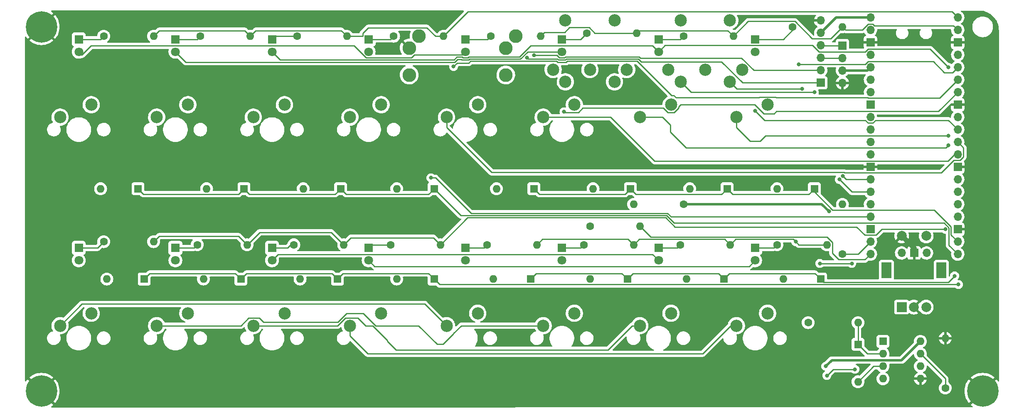
<source format=gbr>
%TF.GenerationSoftware,KiCad,Pcbnew,(6.0.10-0)*%
%TF.CreationDate,2022-12-28T18:35:22+01:00*%
%TF.ProjectId,seeq,73656571-2e6b-4696-9361-645f70636258,rev?*%
%TF.SameCoordinates,Original*%
%TF.FileFunction,Copper,L1,Top*%
%TF.FilePolarity,Positive*%
%FSLAX46Y46*%
G04 Gerber Fmt 4.6, Leading zero omitted, Abs format (unit mm)*
G04 Created by KiCad (PCBNEW (6.0.10-0)) date 2022-12-28 18:35:22*
%MOMM*%
%LPD*%
G01*
G04 APERTURE LIST*
%TA.AperFunction,ComponentPad*%
%ADD10C,2.500000*%
%TD*%
%TA.AperFunction,ComponentPad*%
%ADD11R,1.600000X1.600000*%
%TD*%
%TA.AperFunction,ComponentPad*%
%ADD12O,1.600000X1.600000*%
%TD*%
%TA.AperFunction,ComponentPad*%
%ADD13C,1.600000*%
%TD*%
%TA.AperFunction,ComponentPad*%
%ADD14R,1.800000X1.800000*%
%TD*%
%TA.AperFunction,ComponentPad*%
%ADD15C,1.800000*%
%TD*%
%TA.AperFunction,ComponentPad*%
%ADD16C,6.400000*%
%TD*%
%TA.AperFunction,ComponentPad*%
%ADD17R,1.700000X1.700000*%
%TD*%
%TA.AperFunction,ComponentPad*%
%ADD18O,1.700000X1.700000*%
%TD*%
%TA.AperFunction,ComponentPad*%
%ADD19R,2.000000X2.000000*%
%TD*%
%TA.AperFunction,ComponentPad*%
%ADD20C,2.000000*%
%TD*%
%TA.AperFunction,ComponentPad*%
%ADD21R,2.000000X3.200000*%
%TD*%
%TA.AperFunction,ComponentPad*%
%ADD22C,2.800000*%
%TD*%
%TA.AperFunction,ViaPad*%
%ADD23C,0.800000*%
%TD*%
%TA.AperFunction,Conductor*%
%ADD24C,0.250000*%
%TD*%
%TA.AperFunction,Conductor*%
%ADD25C,1.000000*%
%TD*%
%TA.AperFunction,Conductor*%
%ADD26C,0.500000*%
%TD*%
G04 APERTURE END LIST*
D10*
%TO.P,SW16,1*%
%TO.N,Net-(D32-Pad2)*%
X184785000Y-88265000D03*
%TO.P,SW16,2*%
%TO.N,Net-(SW12-Pad2)*%
X178435000Y-90805000D03*
%TD*%
%TO.P,SW15,1*%
%TO.N,Net-(D31-Pad2)*%
X165100000Y-88265000D03*
%TO.P,SW15,2*%
%TO.N,Net-(SW11-Pad2)*%
X158750000Y-90805000D03*
%TD*%
%TO.P,SW14,1*%
%TO.N,Net-(D30-Pad2)*%
X145415000Y-88265000D03*
%TO.P,SW14,2*%
%TO.N,Net-(SW10-Pad2)*%
X139065000Y-90805000D03*
%TD*%
%TO.P,SW13,1*%
%TO.N,Net-(D29-Pad2)*%
X125730000Y-88265000D03*
%TO.P,SW13,2*%
%TO.N,Net-(SW1-Pad2)*%
X119380000Y-90805000D03*
%TD*%
%TO.P,SW12,1*%
%TO.N,Net-(D28-Pad2)*%
X106045000Y-88265000D03*
%TO.P,SW12,2*%
%TO.N,Net-(SW12-Pad2)*%
X99695000Y-90805000D03*
%TD*%
%TO.P,SW11,1*%
%TO.N,Net-(D27-Pad2)*%
X86360000Y-88265000D03*
%TO.P,SW11,2*%
%TO.N,Net-(SW11-Pad2)*%
X80010000Y-90805000D03*
%TD*%
%TO.P,SW10,1*%
%TO.N,Net-(D26-Pad2)*%
X66675000Y-88265000D03*
%TO.P,SW10,2*%
%TO.N,Net-(SW10-Pad2)*%
X60325000Y-90805000D03*
%TD*%
%TO.P,SW9,1*%
%TO.N,Net-(D25-Pad2)*%
X46990000Y-88265000D03*
%TO.P,SW9,2*%
%TO.N,Net-(SW1-Pad2)*%
X40640000Y-90805000D03*
%TD*%
%TO.P,SW8,1*%
%TO.N,Net-(D16-Pad2)*%
X184785000Y-45720000D03*
%TO.P,SW8,2*%
%TO.N,Net-(SW12-Pad2)*%
X178435000Y-48260000D03*
%TD*%
%TO.P,SW7,1*%
%TO.N,Net-(D15-Pad2)*%
X165100000Y-45720000D03*
%TO.P,SW7,2*%
%TO.N,Net-(SW11-Pad2)*%
X158750000Y-48260000D03*
%TD*%
%TO.P,SW6,1*%
%TO.N,Net-(D14-Pad2)*%
X145415000Y-45720000D03*
%TO.P,SW6,2*%
%TO.N,Net-(SW10-Pad2)*%
X139065000Y-48260000D03*
%TD*%
%TO.P,SW5,1*%
%TO.N,Net-(D13-Pad2)*%
X125730000Y-45720000D03*
%TO.P,SW5,2*%
%TO.N,Net-(SW1-Pad2)*%
X119380000Y-48260000D03*
%TD*%
%TO.P,SW4,1*%
%TO.N,Net-(D12-Pad2)*%
X106045000Y-45720000D03*
%TO.P,SW4,2*%
%TO.N,Net-(SW12-Pad2)*%
X99695000Y-48260000D03*
%TD*%
%TO.P,SW3,1*%
%TO.N,Net-(D11-Pad2)*%
X86360000Y-45720000D03*
%TO.P,SW3,2*%
%TO.N,Net-(SW11-Pad2)*%
X80010000Y-48260000D03*
%TD*%
%TO.P,SW2,1*%
%TO.N,Net-(D10-Pad2)*%
X66675000Y-45720000D03*
%TO.P,SW2,2*%
%TO.N,Net-(SW10-Pad2)*%
X60325000Y-48260000D03*
%TD*%
%TO.P,SW1,1*%
%TO.N,Net-(D9-Pad2)*%
X46990000Y-45720000D03*
%TO.P,SW1,2*%
%TO.N,Net-(SW1-Pad2)*%
X40640000Y-48260000D03*
%TD*%
D11*
%TO.P,D10,1,K*%
%TO.N,Net-(D10-Pad1)*%
X78105000Y-62865000D03*
D12*
%TO.P,D10,2,A*%
%TO.N,Net-(D10-Pad2)*%
X70485000Y-62865000D03*
%TD*%
D13*
%TO.P,R10,1*%
%TO.N,Net-(D3-Pad1)*%
X88900000Y-31750000D03*
D12*
%TO.P,R10,2*%
%TO.N,Net-(R10-Pad2)*%
X99060000Y-31750000D03*
%TD*%
D13*
%TO.P,R16,1*%
%TO.N,Net-(D18-Pad1)*%
X68580000Y-74295000D03*
D12*
%TO.P,R16,2*%
%TO.N,Net-(R12-Pad2)*%
X78740000Y-74295000D03*
%TD*%
D11*
%TO.P,U1,1,NC*%
%TO.N,unconnected-(U1-Pad1)*%
X208290000Y-93990000D03*
D12*
%TO.P,U1,2,C1*%
%TO.N,Net-(D33-Pad1)*%
X208290000Y-96530000D03*
%TO.P,U1,3,C2*%
%TO.N,Net-(D33-Pad2)*%
X208290000Y-99070000D03*
%TO.P,U1,4,NC*%
%TO.N,unconnected-(U1-Pad4)*%
X208290000Y-101610000D03*
%TO.P,U1,5,GND*%
%TO.N,GND*%
X215910000Y-101610000D03*
%TO.P,U1,6,VO2*%
%TO.N,Net-(R2-Pad1)*%
X215910000Y-99070000D03*
%TO.P,U1,7,VO1*%
%TO.N,Net-(R1-Pad1)*%
X215910000Y-96530000D03*
%TO.P,U1,8,VCC*%
%TO.N,+5V*%
X215910000Y-93990000D03*
%TD*%
D11*
%TO.P,D31,1,K*%
%TO.N,Net-(D29-Pad1)*%
X175895000Y-81280000D03*
D12*
%TO.P,D31,2,A*%
%TO.N,Net-(D31-Pad2)*%
X168275000Y-81280000D03*
%TD*%
D14*
%TO.P,D24,1,K*%
%TO.N,Net-(D24-Pad1)*%
X182245000Y-74925000D03*
D15*
%TO.P,D24,2,A*%
%TO.N,Net-(D20-Pad2)*%
X182245000Y-77465000D03*
%TD*%
D14*
%TO.P,D7,1,K*%
%TO.N,Net-(D7-Pad1)*%
X162560000Y-32380000D03*
D15*
%TO.P,D7,2,A*%
%TO.N,Net-(D19-Pad2)*%
X162560000Y-34920000D03*
%TD*%
D11*
%TO.P,D33,1,K*%
%TO.N,Net-(D33-Pad1)*%
X203200000Y-94615000D03*
D12*
%TO.P,D33,2,A*%
%TO.N,Net-(D33-Pad2)*%
X203200000Y-102235000D03*
%TD*%
D14*
%TO.P,D1,1,K*%
%TO.N,Net-(D1-Pad1)*%
X44450000Y-32380000D03*
D15*
%TO.P,D1,2,A*%
%TO.N,Net-(D1-Pad2)*%
X44450000Y-34920000D03*
%TD*%
D14*
%TO.P,D4,1,K*%
%TO.N,Net-(D4-Pad1)*%
X103505000Y-32380000D03*
D15*
%TO.P,D4,2,A*%
%TO.N,Net-(D20-Pad2)*%
X103505000Y-34920000D03*
%TD*%
D16*
%TO.P,H2,1,1*%
%TO.N,GND*%
X36830000Y-104140000D03*
%TD*%
D11*
%TO.P,D29,1,K*%
%TO.N,Net-(D29-Pad1)*%
X136525000Y-81280000D03*
D12*
%TO.P,D29,2,A*%
%TO.N,Net-(D29-Pad2)*%
X128905000Y-81280000D03*
%TD*%
D13*
%TO.P,R11,1*%
%TO.N,Net-(D7-Pad1)*%
X167640000Y-31750000D03*
D12*
%TO.P,R11,2*%
%TO.N,Net-(R11-Pad2)*%
X177800000Y-31750000D03*
%TD*%
D14*
%TO.P,D23,1,K*%
%TO.N,Net-(D23-Pad1)*%
X162560000Y-74925000D03*
D15*
%TO.P,D23,2,A*%
%TO.N,Net-(D19-Pad2)*%
X162560000Y-77465000D03*
%TD*%
D13*
%TO.P,R6,1*%
%TO.N,Net-(D4-Pad1)*%
X108585000Y-31750000D03*
D12*
%TO.P,R6,2*%
%TO.N,Net-(R10-Pad2)*%
X118745000Y-31750000D03*
%TD*%
D14*
%TO.P,D8,1,K*%
%TO.N,Net-(D8-Pad1)*%
X182245000Y-32380000D03*
D15*
%TO.P,D8,2,A*%
%TO.N,Net-(D20-Pad2)*%
X182245000Y-34920000D03*
%TD*%
D11*
%TO.P,D9,1,K*%
%TO.N,Net-(D10-Pad1)*%
X56515000Y-62865000D03*
D12*
%TO.P,D9,2,A*%
%TO.N,Net-(D9-Pad2)*%
X48895000Y-62865000D03*
%TD*%
D11*
%TO.P,D25,1,K*%
%TO.N,Net-(D25-Pad1)*%
X57785000Y-81280000D03*
D12*
%TO.P,D25,2,A*%
%TO.N,Net-(D25-Pad2)*%
X50165000Y-81280000D03*
%TD*%
D13*
%TO.P,R15,1*%
%TO.N,Net-(D6-Pad1)*%
X147955000Y-31115000D03*
D12*
%TO.P,R15,2*%
%TO.N,Net-(R11-Pad2)*%
X158115000Y-31115000D03*
%TD*%
D17*
%TO.P,J4,1,Pin_1*%
%TO.N,SDA*%
X200025000Y-33655000D03*
D18*
%TO.P,J4,2,Pin_2*%
%TO.N,SCL*%
X200025000Y-36195000D03*
%TO.P,J4,3,Pin_3*%
%TO.N,+3V3*%
X200025000Y-38735000D03*
%TO.P,J4,4,Pin_4*%
%TO.N,GND*%
X200025000Y-41275000D03*
%TD*%
D14*
%TO.P,D21,1,K*%
%TO.N,Net-(D21-Pad1)*%
X123190000Y-74925000D03*
D15*
%TO.P,D21,2,A*%
%TO.N,Net-(D1-Pad2)*%
X123190000Y-77465000D03*
%TD*%
D14*
%TO.P,D5,1,K*%
%TO.N,Net-(D5-Pad1)*%
X123190000Y-32380000D03*
D15*
%TO.P,D5,2,A*%
%TO.N,Net-(D1-Pad2)*%
X123190000Y-34920000D03*
%TD*%
D11*
%TO.P,D13,1,K*%
%TO.N,Net-(D13-Pad1)*%
X137160000Y-62865000D03*
D12*
%TO.P,D13,2,A*%
%TO.N,Net-(D13-Pad2)*%
X129540000Y-62865000D03*
%TD*%
D11*
%TO.P,D16,1,K*%
%TO.N,Net-(D13-Pad1)*%
X194310000Y-62865000D03*
D12*
%TO.P,D16,2,A*%
%TO.N,Net-(D16-Pad2)*%
X186690000Y-62865000D03*
%TD*%
D13*
%TO.P,R14,1*%
%TO.N,Net-(D2-Pad1)*%
X69215000Y-31750000D03*
D12*
%TO.P,R14,2*%
%TO.N,Net-(R10-Pad2)*%
X79375000Y-31750000D03*
%TD*%
D11*
%TO.P,D30,1,K*%
%TO.N,Net-(D29-Pad1)*%
X156210000Y-81280000D03*
D12*
%TO.P,D30,2,A*%
%TO.N,Net-(D30-Pad2)*%
X148590000Y-81280000D03*
%TD*%
D13*
%TO.P,R13,1*%
%TO.N,Net-(D23-Pad1)*%
X167005000Y-74295000D03*
D12*
%TO.P,R13,2*%
%TO.N,Net-(R13-Pad2)*%
X177165000Y-74295000D03*
%TD*%
D14*
%TO.P,D17,1,K*%
%TO.N,Net-(D17-Pad1)*%
X44450000Y-74925000D03*
D15*
%TO.P,D17,2,A*%
%TO.N,Net-(D1-Pad2)*%
X44450000Y-77465000D03*
%TD*%
D11*
%TO.P,D28,1,K*%
%TO.N,Net-(D25-Pad1)*%
X116840000Y-81280000D03*
D12*
%TO.P,D28,2,A*%
%TO.N,Net-(D28-Pad2)*%
X109220000Y-81280000D03*
%TD*%
D13*
%TO.P,R17,1*%
%TO.N,Net-(D22-Pad1)*%
X147320000Y-74295000D03*
D12*
%TO.P,R17,2*%
%TO.N,Net-(R13-Pad2)*%
X157480000Y-74295000D03*
%TD*%
D13*
%TO.P,R21,1*%
%TO.N,Net-(D21-Pad1)*%
X127635000Y-74295000D03*
D12*
%TO.P,R21,2*%
%TO.N,Net-(R13-Pad2)*%
X137795000Y-74295000D03*
%TD*%
D16*
%TO.P,H1,1,1*%
%TO.N,GND*%
X228600000Y-104140000D03*
%TD*%
D13*
%TO.P,R2,1*%
%TO.N,Net-(R2-Pad1)*%
X200025000Y-76200000D03*
D12*
%TO.P,R2,2*%
%TO.N,+3V3*%
X200025000Y-66040000D03*
%TD*%
D11*
%TO.P,D27,1,K*%
%TO.N,Net-(D25-Pad1)*%
X97155000Y-81280000D03*
D12*
%TO.P,D27,2,A*%
%TO.N,Net-(D27-Pad2)*%
X89535000Y-81280000D03*
%TD*%
D13*
%TO.P,R5,1*%
%TO.N,Net-(J6-Pad5)*%
X148590000Y-70485000D03*
D12*
%TO.P,R5,2*%
%TO.N,Net-(R5-Pad2)*%
X158750000Y-70485000D03*
%TD*%
D14*
%TO.P,D2,1,K*%
%TO.N,Net-(D2-Pad1)*%
X64135000Y-32380000D03*
D15*
%TO.P,D2,2,A*%
%TO.N,Net-(D18-Pad2)*%
X64135000Y-34920000D03*
%TD*%
D13*
%TO.P,R18,1*%
%TO.N,Net-(D1-Pad1)*%
X49530000Y-31750000D03*
D12*
%TO.P,R18,2*%
%TO.N,Net-(R10-Pad2)*%
X59690000Y-31750000D03*
%TD*%
D13*
%TO.P,R8,1*%
%TO.N,Net-(D20-Pad1)*%
X107950000Y-74295000D03*
D12*
%TO.P,R8,2*%
%TO.N,Net-(R12-Pad2)*%
X118110000Y-74295000D03*
%TD*%
D13*
%TO.P,R7,1*%
%TO.N,Net-(D8-Pad1)*%
X189865000Y-29845000D03*
D12*
%TO.P,R7,2*%
%TO.N,Net-(R11-Pad2)*%
X200025000Y-29845000D03*
%TD*%
D14*
%TO.P,D18,1,K*%
%TO.N,Net-(D18-Pad1)*%
X64135000Y-74925000D03*
D15*
%TO.P,D18,2,A*%
%TO.N,Net-(D18-Pad2)*%
X64135000Y-77465000D03*
%TD*%
D13*
%TO.P,R20,1*%
%TO.N,Net-(D17-Pad1)*%
X49530000Y-73660000D03*
D12*
%TO.P,R20,2*%
%TO.N,Net-(R12-Pad2)*%
X59690000Y-73660000D03*
%TD*%
D13*
%TO.P,R1,1*%
%TO.N,Net-(R1-Pad1)*%
X220980000Y-103505000D03*
D12*
%TO.P,R1,2*%
%TO.N,GND*%
X220980000Y-93345000D03*
%TD*%
D14*
%TO.P,D20,1,K*%
%TO.N,Net-(D20-Pad1)*%
X103505000Y-74925000D03*
D15*
%TO.P,D20,2,A*%
%TO.N,Net-(D20-Pad2)*%
X103505000Y-77465000D03*
%TD*%
D11*
%TO.P,D14,1,K*%
%TO.N,Net-(D13-Pad1)*%
X156845000Y-62865000D03*
D12*
%TO.P,D14,2,A*%
%TO.N,Net-(D14-Pad2)*%
X149225000Y-62865000D03*
%TD*%
D13*
%TO.P,R3,1*%
%TO.N,Net-(J1-Pad4)*%
X193040000Y-90170000D03*
D12*
%TO.P,R3,2*%
%TO.N,Net-(D33-Pad1)*%
X203200000Y-90170000D03*
%TD*%
D11*
%TO.P,D26,1,K*%
%TO.N,Net-(D25-Pad1)*%
X77470000Y-81280000D03*
D12*
%TO.P,D26,2,A*%
%TO.N,Net-(D26-Pad2)*%
X69850000Y-81280000D03*
%TD*%
D11*
%TO.P,D32,1,K*%
%TO.N,Net-(D29-Pad1)*%
X195580000Y-81280000D03*
D12*
%TO.P,D32,2,A*%
%TO.N,Net-(D32-Pad2)*%
X187960000Y-81280000D03*
%TD*%
D14*
%TO.P,D22,1,K*%
%TO.N,Net-(D22-Pad1)*%
X142875000Y-74925000D03*
D15*
%TO.P,D22,2,A*%
%TO.N,Net-(D18-Pad2)*%
X142875000Y-77465000D03*
%TD*%
D16*
%TO.P,H3,1,1*%
%TO.N,GND*%
X36830000Y-29845000D03*
%TD*%
D14*
%TO.P,D3,1,K*%
%TO.N,Net-(D3-Pad1)*%
X83820000Y-32380000D03*
D15*
%TO.P,D3,2,A*%
%TO.N,Net-(D19-Pad2)*%
X83820000Y-34920000D03*
%TD*%
D14*
%TO.P,D19,1,K*%
%TO.N,Net-(D19-Pad1)*%
X83820000Y-74925000D03*
D15*
%TO.P,D19,2,A*%
%TO.N,Net-(D19-Pad2)*%
X83820000Y-77465000D03*
%TD*%
D19*
%TO.P,SW17,A,A*%
%TO.N,Net-(SW17-PadA)*%
X212090000Y-86995000D03*
D20*
%TO.P,SW17,B,B*%
%TO.N,Net-(SW17-PadB)*%
X217090000Y-86995000D03*
%TO.P,SW17,C,C*%
%TO.N,GND*%
X214590000Y-86995000D03*
D21*
%TO.P,SW17,MP*%
%TO.N,N/C*%
X208990000Y-79495000D03*
X220190000Y-79495000D03*
D20*
%TO.P,SW17,S1,S1*%
%TO.N,Net-(SW17-PadS1)*%
X217090000Y-72495000D03*
%TO.P,SW17,S2,S2*%
%TO.N,GND*%
X212090000Y-72495000D03*
%TD*%
D14*
%TO.P,D6,1,K*%
%TO.N,Net-(D6-Pad1)*%
X142875000Y-32380000D03*
D15*
%TO.P,D6,2,A*%
%TO.N,Net-(D18-Pad2)*%
X142875000Y-34920000D03*
%TD*%
D13*
%TO.P,R4,1*%
%TO.N,+3V3*%
X167640000Y-66040000D03*
D12*
%TO.P,R4,2*%
%TO.N,Net-(J6-Pad4)*%
X157480000Y-66040000D03*
%TD*%
D13*
%TO.P,R19,1*%
%TO.N,Net-(D5-Pad1)*%
X128370000Y-31760000D03*
D12*
%TO.P,R19,2*%
%TO.N,Net-(R11-Pad2)*%
X138530000Y-31760000D03*
%TD*%
D13*
%TO.P,R12,1*%
%TO.N,Net-(D19-Pad1)*%
X88265000Y-74295000D03*
D12*
%TO.P,R12,2*%
%TO.N,Net-(R12-Pad2)*%
X98425000Y-74295000D03*
%TD*%
D11*
%TO.P,D15,1,K*%
%TO.N,Net-(D13-Pad1)*%
X176530000Y-62865000D03*
D12*
%TO.P,D15,2,A*%
%TO.N,Net-(D15-Pad2)*%
X168910000Y-62865000D03*
%TD*%
D11*
%TO.P,D12,1,K*%
%TO.N,Net-(D10-Pad1)*%
X116840000Y-62865000D03*
D12*
%TO.P,D12,2,A*%
%TO.N,Net-(D12-Pad2)*%
X109220000Y-62865000D03*
%TD*%
D13*
%TO.P,R9,1*%
%TO.N,Net-(D24-Pad1)*%
X186690000Y-74295000D03*
D12*
%TO.P,R9,2*%
%TO.N,Net-(R13-Pad2)*%
X196850000Y-74295000D03*
%TD*%
D11*
%TO.P,D11,1,K*%
%TO.N,Net-(D10-Pad1)*%
X97790000Y-62865000D03*
D12*
%TO.P,D11,2,A*%
%TO.N,Net-(D11-Pad2)*%
X90170000Y-62865000D03*
%TD*%
D18*
%TO.P,U2,1,GPIO0*%
%TO.N,Net-(R10-Pad2)*%
X223520000Y-27940000D03*
%TO.P,U2,2,GPIO1*%
%TO.N,Net-(R11-Pad2)*%
X223520000Y-30480000D03*
D17*
%TO.P,U2,3,GND*%
%TO.N,GND*%
X223520000Y-33020000D03*
D18*
%TO.P,U2,4,GPIO2*%
%TO.N,Net-(R12-Pad2)*%
X223520000Y-35560000D03*
%TO.P,U2,5,GPIO3*%
%TO.N,Net-(R13-Pad2)*%
X223520000Y-38100000D03*
%TO.P,U2,6,GPIO4*%
%TO.N,Net-(D1-Pad2)*%
X223520000Y-40640000D03*
%TO.P,U2,7,GPIO5*%
%TO.N,Net-(D18-Pad2)*%
X223520000Y-43180000D03*
D17*
%TO.P,U2,8,GND*%
%TO.N,GND*%
X223520000Y-45720000D03*
D18*
%TO.P,U2,9,GPIO6*%
%TO.N,Net-(D19-Pad2)*%
X223520000Y-48260000D03*
%TO.P,U2,10,GPIO7*%
%TO.N,Net-(D20-Pad2)*%
X223520000Y-50800000D03*
%TO.P,U2,11,GPIO8*%
%TO.N,Net-(SW1-Pad2)*%
X223520000Y-53340000D03*
%TO.P,U2,12,GPIO9*%
%TO.N,Net-(SW10-Pad2)*%
X223520000Y-55880000D03*
D17*
%TO.P,U2,13,GND*%
%TO.N,GND*%
X223520000Y-58420000D03*
D18*
%TO.P,U2,14,GPIO10*%
%TO.N,Net-(SW11-Pad2)*%
X223520000Y-60960000D03*
%TO.P,U2,15,GPIO11*%
%TO.N,Net-(SW12-Pad2)*%
X223520000Y-63500000D03*
%TO.P,U2,16,GPIO12*%
%TO.N,Net-(D29-Pad1)*%
X223520000Y-66040000D03*
%TO.P,U2,17,GPIO13*%
%TO.N,Net-(D25-Pad1)*%
X223520000Y-68580000D03*
D17*
%TO.P,U2,18,GND*%
%TO.N,GND*%
X223520000Y-71120000D03*
D18*
%TO.P,U2,19,GPIO14*%
%TO.N,Net-(D13-Pad1)*%
X223520000Y-73660000D03*
%TO.P,U2,20,GPIO15*%
%TO.N,Net-(D10-Pad1)*%
X223520000Y-76200000D03*
%TO.P,U2,21,GPIO16*%
%TO.N,Net-(R5-Pad2)*%
X205740000Y-76200000D03*
%TO.P,U2,22,GPIO17*%
%TO.N,Net-(R2-Pad1)*%
X205740000Y-73660000D03*
D17*
%TO.P,U2,23,GND*%
%TO.N,GND*%
X205740000Y-71120000D03*
D18*
%TO.P,U2,24,GPIO18*%
%TO.N,Net-(J5-PadS)*%
X205740000Y-68580000D03*
%TO.P,U2,25,GPIO19*%
%TO.N,LED*%
X205740000Y-66040000D03*
%TO.P,U2,26,GPIO20*%
%TO.N,SCL*%
X205740000Y-63500000D03*
%TO.P,U2,27,GPIO21*%
%TO.N,SDA*%
X205740000Y-60960000D03*
D17*
%TO.P,U2,28,GND*%
%TO.N,GND*%
X205740000Y-58420000D03*
D18*
%TO.P,U2,29,GPIO22*%
%TO.N,Net-(SW17-PadS1)*%
X205740000Y-55880000D03*
%TO.P,U2,30,RUN*%
%TO.N,unconnected-(U2-Pad30)*%
X205740000Y-53340000D03*
%TO.P,U2,31,GPIO26_ADC0*%
%TO.N,Net-(SW17-PadB)*%
X205740000Y-50800000D03*
%TO.P,U2,32,GPIO27_ADC1*%
%TO.N,Net-(SW17-PadA)*%
X205740000Y-48260000D03*
D17*
%TO.P,U2,33,AGND*%
%TO.N,GNDA*%
X205740000Y-45720000D03*
D18*
%TO.P,U2,34,GPIO28_ADC2*%
%TO.N,unconnected-(U2-Pad34)*%
X205740000Y-43180000D03*
%TO.P,U2,35,ADC_VREF*%
%TO.N,unconnected-(U2-Pad35)*%
X205740000Y-40640000D03*
%TO.P,U2,36,3V3*%
%TO.N,+3V3*%
X205740000Y-38100000D03*
%TO.P,U2,37,3V3_EN*%
%TO.N,unconnected-(U2-Pad37)*%
X205740000Y-35560000D03*
D17*
%TO.P,U2,38,GND*%
%TO.N,GND*%
X205740000Y-33020000D03*
D18*
%TO.P,U2,39,VSYS*%
%TO.N,unconnected-(U2-Pad39)*%
X205740000Y-30480000D03*
%TO.P,U2,40,VBUS*%
%TO.N,+5V*%
X205740000Y-27940000D03*
%TO.P,U2,41,SWCLK*%
%TO.N,unconnected-(U2-Pad41)*%
X217170000Y-75970000D03*
D17*
%TO.P,U2,42,GND*%
%TO.N,GND*%
X214630000Y-75970000D03*
D18*
%TO.P,U2,43,SWDIO*%
%TO.N,unconnected-(U2-Pad43)*%
X212090000Y-75970000D03*
%TD*%
D10*
%TO.P,J6,1*%
%TO.N,unconnected-(J6-Pad1)*%
X156090000Y-38560000D03*
%TO.P,J6,2*%
%TO.N,unconnected-(J6-Pad2)*%
X148590000Y-38560000D03*
%TO.P,J6,3*%
%TO.N,unconnected-(J6-Pad3)*%
X141090000Y-38560000D03*
%TO.P,J6,4*%
%TO.N,Net-(J6-Pad4)*%
X153590000Y-41060000D03*
%TO.P,J6,5*%
%TO.N,Net-(J6-Pad5)*%
X143590000Y-41060000D03*
%TO.P,J6,6*%
%TO.N,N/C*%
X143590000Y-28560000D03*
X153590000Y-28560000D03*
%TD*%
D22*
%TO.P,J2,R*%
%TO.N,N/C*%
X131450000Y-39660000D03*
%TO.P,J2,S*%
%TO.N,Net-(J2-PadS)*%
X133450000Y-31760000D03*
%TO.P,J2,T*%
%TO.N,Net-(J2-PadT)*%
X131450000Y-34160000D03*
%TD*%
D17*
%TO.P,J3,1,Pin_1*%
%TO.N,Net-(J2-PadT)*%
X195605000Y-41245000D03*
D18*
%TO.P,J3,2,Pin_2*%
%TO.N,Net-(J2-PadS)*%
X195605000Y-38705000D03*
%TO.P,J3,3,Pin_3*%
%TO.N,SCL*%
X195605000Y-36165000D03*
%TO.P,J3,4,Pin_4*%
%TO.N,SDA*%
X195605000Y-33625000D03*
%TO.P,J3,5,Pin_5*%
%TO.N,+5V*%
X195605000Y-31085000D03*
%TO.P,J3,6,Pin_6*%
%TO.N,GND*%
X195605000Y-28545000D03*
%TD*%
D10*
%TO.P,J1,1*%
%TO.N,unconnected-(J1-Pad1)*%
X179585000Y-38560000D03*
%TO.P,J1,2*%
%TO.N,unconnected-(J1-Pad2)*%
X172085000Y-38560000D03*
%TO.P,J1,3*%
%TO.N,unconnected-(J1-Pad3)*%
X164585000Y-38560000D03*
%TO.P,J1,4*%
%TO.N,Net-(J1-Pad4)*%
X177085000Y-41060000D03*
%TO.P,J1,5*%
%TO.N,Net-(D33-Pad2)*%
X167085000Y-41060000D03*
%TO.P,J1,6*%
%TO.N,N/C*%
X177085000Y-28560000D03*
X167085000Y-28560000D03*
%TD*%
D22*
%TO.P,J5,R*%
%TO.N,N/C*%
X111765000Y-39660000D03*
%TO.P,J5,S*%
%TO.N,Net-(J5-PadS)*%
X113765000Y-31760000D03*
%TO.P,J5,T*%
%TO.N,GND*%
X111765000Y-34160000D03*
%TD*%
D23*
%TO.N,Net-(D29-Pad1)*%
X222885000Y-80645000D03*
%TO.N,Net-(D18-Pad2)*%
X143315201Y-47184799D03*
%TO.N,Net-(SW11-Pad2)*%
X221615000Y-53975000D03*
%TO.N,Net-(SW12-Pad2)*%
X221615000Y-52070000D03*
%TO.N,GND*%
X201295000Y-40005000D03*
X201930000Y-33655000D03*
%TO.N,+3V3*%
X197290201Y-67504799D03*
%TO.N,+5V*%
X196635500Y-99060000D03*
%TO.N,Net-(D20-Pad2)*%
X182245000Y-46990000D03*
%TO.N,Net-(J1-Pad4)*%
X191770000Y-42455500D03*
%TO.N,Net-(J2-PadS)*%
X137160000Y-35655989D03*
%TO.N,Net-(J2-PadT)*%
X135734511Y-36105500D03*
%TO.N,Net-(D33-Pad2)*%
X195434511Y-78105000D03*
X201930000Y-78105000D03*
X194310000Y-43180000D03*
%TO.N,SCL*%
X199390000Y-60960000D03*
%TO.N,SDA*%
X200096755Y-60253245D03*
%TO.N,LED*%
X196850000Y-100965000D03*
X202565000Y-99695000D03*
%TO.N,Net-(J5-PadS)*%
X116205000Y-60639700D03*
%TO.N,Net-(D25-Pad1)*%
X223665489Y-82404511D03*
%TO.N,Net-(D1-Pad2)*%
X120815479Y-37934521D03*
%TO.N,Net-(D19-Pad2)*%
X221615000Y-38100000D03*
%TO.N,Net-(R12-Pad2)*%
X220980000Y-71120000D03*
%TO.N,Net-(R13-Pad2)*%
X191135000Y-37465000D03*
X190500000Y-73660000D03*
%TD*%
D24*
%TO.N,Net-(D5-Pad1)*%
X123190000Y-32380000D02*
X127750000Y-32380000D01*
X127750000Y-32380000D02*
X128370000Y-31760000D01*
%TO.N,Net-(R11-Pad2)*%
X158115000Y-31115000D02*
X149545300Y-31115000D01*
X143426695Y-30950001D02*
X139339999Y-30950001D01*
X149545300Y-31115000D02*
X148420789Y-29990489D01*
X148420789Y-29990489D02*
X144386207Y-29990489D01*
X144386207Y-29990489D02*
X143426695Y-30950001D01*
X139339999Y-30950001D02*
X138530000Y-31760000D01*
X137805000Y-31760000D02*
X137795000Y-31750000D01*
D25*
%TO.N,GND*%
X214630000Y-75970000D02*
X214630000Y-75035000D01*
X214630000Y-75035000D02*
X212090000Y-72495000D01*
D24*
%TO.N,Net-(SW12-Pad2)*%
X99695000Y-90805000D02*
X99695000Y-92893081D01*
X99695000Y-92893081D02*
X103321919Y-96520000D01*
X171536633Y-96520000D02*
X177251633Y-90805000D01*
X103321919Y-96520000D02*
X171536633Y-96520000D01*
X177251633Y-90805000D02*
X178435000Y-90805000D01*
%TO.N,Net-(D1-Pad2)*%
X120815479Y-37934521D02*
X121548311Y-37201691D01*
X141781871Y-36830000D02*
X141995403Y-37043532D01*
X123911438Y-37201691D02*
X124283129Y-36830000D01*
X166170542Y-44295489D02*
X183034511Y-44295489D01*
X141995403Y-37043532D02*
X143754597Y-37043532D01*
X143754597Y-37043532D02*
X143968129Y-36830000D01*
X143968129Y-36830000D02*
X158224564Y-36830000D01*
X205253501Y-44354511D02*
X219805489Y-44354511D01*
X158224564Y-36830000D02*
X165209564Y-43815000D01*
X165690053Y-43815000D02*
X166170542Y-44295489D01*
X121548311Y-37201691D02*
X123911438Y-37201691D01*
X165209564Y-43815000D02*
X165690053Y-43815000D01*
X124283129Y-36830000D02*
X141781871Y-36830000D01*
X183034511Y-44295489D02*
X183185000Y-44145000D01*
X183185000Y-44145000D02*
X186385000Y-44145000D01*
X186385000Y-44145000D02*
X186535489Y-44295489D01*
X186535489Y-44295489D02*
X205194479Y-44295489D01*
X205194479Y-44295489D02*
X205253501Y-44354511D01*
X219805489Y-44354511D02*
X223520000Y-40640000D01*
%TO.N,Net-(D18-Pad2)*%
X223520000Y-43180000D02*
X219614511Y-47085489D01*
X166675000Y-46372387D02*
X165752387Y-47295000D01*
X219614511Y-47085489D02*
X186594511Y-47085489D01*
X186594511Y-47085489D02*
X186110000Y-47570000D01*
X186110000Y-47570000D02*
X184018704Y-47570000D01*
X184018704Y-47570000D02*
X182168704Y-45720000D01*
X182168704Y-45720000D02*
X167114564Y-45720000D01*
X167114564Y-45720000D02*
X166675000Y-46159564D01*
X166675000Y-46159564D02*
X166675000Y-46372387D01*
X165752387Y-47295000D02*
X164447613Y-47295000D01*
X164447613Y-47295000D02*
X163562613Y-46410000D01*
X163562613Y-46410000D02*
X147108694Y-46410000D01*
X147108694Y-46410000D02*
X146223694Y-47295000D01*
X146223694Y-47295000D02*
X143425402Y-47295000D01*
X143425402Y-47295000D02*
X143315201Y-47184799D01*
%TO.N,Net-(SW10-Pad2)*%
X139065000Y-48260000D02*
X152804132Y-48260000D01*
X222885000Y-55880000D02*
X223520000Y-55880000D01*
X152804132Y-48260000D02*
X161789621Y-57245489D01*
X161789621Y-57245489D02*
X221519511Y-57245489D01*
X221519511Y-57245489D02*
X222885000Y-55880000D01*
%TO.N,Net-(SW11-Pad2)*%
X221615000Y-53975000D02*
X221075489Y-54514511D01*
X164934521Y-49816440D02*
X163378081Y-48260000D01*
X221075489Y-54514511D02*
X168179511Y-54514511D01*
X168179511Y-54514511D02*
X164934521Y-51269521D01*
X164934521Y-51269521D02*
X164934521Y-49816440D01*
X163378081Y-48260000D02*
X158750000Y-48260000D01*
%TO.N,Net-(D20-Pad2)*%
X223520000Y-50800000D02*
X221615000Y-48895000D01*
X221615000Y-48895000D02*
X206766701Y-48895000D01*
X206226701Y-49435000D02*
X205253299Y-49435000D01*
X206766701Y-48895000D02*
X206226701Y-49435000D01*
X205253299Y-49435000D02*
X204713299Y-48895000D01*
X204713299Y-48895000D02*
X184150000Y-48895000D01*
X184150000Y-48895000D02*
X182245000Y-46990000D01*
%TO.N,Net-(SW11-Pad2)*%
X80010000Y-90805000D02*
X97155000Y-90805000D01*
X102870000Y-90805000D02*
X104323081Y-90805000D01*
X97155000Y-90805000D02*
X98730000Y-89230000D01*
X98730000Y-89230000D02*
X101295000Y-89230000D01*
X101295000Y-89230000D02*
X102870000Y-90805000D01*
%TO.N,Net-(SW10-Pad2)*%
X60325000Y-90805000D02*
X77470000Y-90805000D01*
X77470000Y-90805000D02*
X79045000Y-89230000D01*
X79045000Y-89230000D02*
X81257494Y-89230000D01*
X113665000Y-90805000D02*
X117455001Y-94595001D01*
X82056247Y-90028753D02*
X97241113Y-90028753D01*
X99004866Y-88265000D02*
X102418785Y-88265000D01*
X104958785Y-90805000D02*
X113665000Y-90805000D01*
X102418785Y-88265000D02*
X104958785Y-90805000D01*
X97241113Y-90028753D02*
X99004866Y-88265000D01*
X118627768Y-94595001D02*
X120814999Y-92407770D01*
X117455001Y-94595001D02*
X118627768Y-94595001D01*
X81257494Y-89230000D02*
X82056247Y-90028753D01*
X120814999Y-92407770D02*
X120814999Y-92361242D01*
X120814999Y-92361242D02*
X122371241Y-90805000D01*
X122371241Y-90805000D02*
X139065000Y-90805000D01*
%TO.N,Net-(SW1-Pad2)*%
X40640000Y-90805000D02*
X45085000Y-86360000D01*
X45085000Y-86360000D02*
X114935000Y-86360000D01*
X114935000Y-86360000D02*
X119380000Y-90805000D01*
%TO.N,Net-(D18-Pad1)*%
X64135000Y-74925000D02*
X67950000Y-74925000D01*
X67950000Y-74925000D02*
X68580000Y-74295000D01*
%TO.N,Net-(D29-Pad1)*%
X177019511Y-80155489D02*
X194455489Y-80155489D01*
X156210000Y-81280000D02*
X157334511Y-80155489D01*
X157334511Y-80155489D02*
X174770489Y-80155489D01*
X175895000Y-81280000D02*
X177019511Y-80155489D01*
X195580000Y-81280000D02*
X196255000Y-81955000D01*
X137649511Y-80155489D02*
X155085489Y-80155489D01*
X136525000Y-81280000D02*
X137649511Y-80155489D01*
X196255000Y-81955000D02*
X221575000Y-81955000D01*
X221575000Y-81955000D02*
X222885000Y-80645000D01*
X155085489Y-80155489D02*
X156210000Y-81280000D01*
X194455489Y-80155489D02*
X195580000Y-81280000D01*
X174770489Y-80155489D02*
X175895000Y-81280000D01*
%TO.N,Net-(D18-Pad2)*%
X123883404Y-36594021D02*
X124096935Y-36380490D01*
X121655265Y-36459031D02*
X122361606Y-36459031D01*
X121362123Y-36752174D02*
X121655265Y-36459031D01*
X122868984Y-36594021D02*
X123883404Y-36594021D01*
X135894296Y-34920000D02*
X142875000Y-34920000D01*
X122496597Y-36594022D02*
X122868984Y-36594021D01*
X134433808Y-36380488D02*
X135894296Y-34920000D01*
X66258533Y-37043533D02*
X121070763Y-37043533D01*
X121203196Y-36911101D02*
X121362123Y-36752180D01*
X121362123Y-36752180D02*
X121362123Y-36752174D01*
X122361606Y-36459031D02*
X122496597Y-36594022D01*
X121070763Y-37043533D02*
X121203196Y-36911101D01*
X124096935Y-36380490D02*
X134433808Y-36380488D01*
X64135000Y-34920000D02*
X66258533Y-37043533D01*
%TO.N,Net-(SW1-Pad2)*%
X200396854Y-59528744D02*
X128560663Y-59528744D01*
X128560663Y-59528744D02*
X119380000Y-50348081D01*
X220182660Y-59594511D02*
X200462621Y-59594511D01*
X224694511Y-56366499D02*
X224006499Y-57054511D01*
X119380000Y-50348081D02*
X119380000Y-48260000D01*
X223520000Y-53340000D02*
X224694511Y-54514511D01*
X224694511Y-54514511D02*
X224694511Y-56366499D01*
X224006499Y-57054511D02*
X222722660Y-57054511D01*
X200462621Y-59594511D02*
X200396854Y-59528744D01*
X222722660Y-57054511D02*
X220182660Y-59594511D01*
%TO.N,Net-(SW11-Pad2)*%
X107315000Y-93980000D02*
X109054521Y-95719521D01*
X152279845Y-95719521D02*
X157194366Y-90805000D01*
X157194366Y-90805000D02*
X158750000Y-90805000D01*
X107315000Y-93796919D02*
X107315000Y-93980000D01*
X104323081Y-90805000D02*
X107315000Y-93796919D01*
X109054521Y-95719521D02*
X152279845Y-95719521D01*
%TO.N,Net-(SW12-Pad2)*%
X184333081Y-52070000D02*
X183228560Y-53174521D01*
X183228560Y-53174521D02*
X181261440Y-53174521D01*
X178435000Y-50348081D02*
X178435000Y-48260000D01*
X181261440Y-53174521D02*
X178435000Y-50348081D01*
X221615000Y-52070000D02*
X184333081Y-52070000D01*
%TO.N,Net-(D33-Pad1)*%
X205115000Y-96530000D02*
X203200000Y-94615000D01*
X203200000Y-94615000D02*
X203200000Y-90170000D01*
X208290000Y-96530000D02*
X205115000Y-96530000D01*
D26*
%TO.N,+3V3*%
X167640000Y-66040000D02*
X195825402Y-66040000D01*
X200025000Y-38735000D02*
X205105000Y-38735000D01*
X195825402Y-66040000D02*
X197290201Y-67504799D01*
X205105000Y-38735000D02*
X205740000Y-38100000D01*
%TO.N,+5V*%
X212079511Y-97820489D02*
X197875011Y-97820489D01*
X215910000Y-93990000D02*
X212079511Y-97820489D01*
X198755000Y-27940000D02*
X205740000Y-27940000D01*
X195610000Y-31085000D02*
X198755000Y-27940000D01*
X195605000Y-31085000D02*
X195610000Y-31085000D01*
X197875011Y-97820489D02*
X196635500Y-99060000D01*
D24*
%TO.N,Net-(D1-Pad1)*%
X44450000Y-32380000D02*
X48900000Y-32380000D01*
X48900000Y-32380000D02*
X49530000Y-31750000D01*
%TO.N,Net-(D20-Pad2)*%
X104729511Y-78689511D02*
X181020489Y-78689511D01*
X181020489Y-78689511D02*
X182245000Y-77465000D01*
X103505000Y-77465000D02*
X104729511Y-78689511D01*
%TO.N,Net-(R1-Pad1)*%
X220980000Y-101600000D02*
X215910000Y-96530000D01*
X220980000Y-103505000D02*
X220980000Y-101600000D01*
%TO.N,Net-(D17-Pad1)*%
X44450000Y-74925000D02*
X48265000Y-74925000D01*
X48265000Y-74925000D02*
X49530000Y-73660000D01*
%TO.N,Net-(D21-Pad1)*%
X127005000Y-74925000D02*
X127635000Y-74295000D01*
X123190000Y-74925000D02*
X127005000Y-74925000D01*
%TO.N,Net-(J1-Pad4)*%
X178480500Y-42455500D02*
X191770000Y-42455500D01*
X177085000Y-41060000D02*
X178480500Y-42455500D01*
%TO.N,Net-(J2-PadS)*%
X141879268Y-35655989D02*
X137160000Y-35655989D01*
X143595743Y-35930978D02*
X143382210Y-36144511D01*
X181956696Y-38705000D02*
X179446696Y-36195000D01*
X158860972Y-36195000D02*
X158596950Y-35930978D01*
X195605000Y-38705000D02*
X181956696Y-38705000D01*
X158596950Y-35930978D02*
X143595743Y-35930978D01*
X142367790Y-36144511D02*
X141879268Y-35655989D01*
X179446696Y-36195000D02*
X158860972Y-36195000D01*
X143382210Y-36144511D02*
X142367790Y-36144511D01*
%TO.N,Net-(J2-PadT)*%
X141968064Y-36380489D02*
X136009500Y-36380489D01*
X158410757Y-36380489D02*
X143781936Y-36380489D01*
X142181596Y-36594021D02*
X141968064Y-36380489D01*
X195605000Y-41245000D02*
X179675000Y-41245000D01*
X159015757Y-36985489D02*
X158410757Y-36380489D01*
X143568404Y-36594021D02*
X142181596Y-36594021D01*
X175415489Y-36985489D02*
X159015757Y-36985489D01*
X143781936Y-36380489D02*
X143568404Y-36594021D01*
X179675000Y-41245000D02*
X175415489Y-36985489D01*
X136009500Y-36380489D02*
X135734511Y-36105500D01*
%TO.N,Net-(D33-Pad2)*%
X208290000Y-99070000D02*
X206365000Y-99070000D01*
X169205000Y-43180000D02*
X167085000Y-41060000D01*
X201930000Y-78105000D02*
X195434511Y-78105000D01*
X194310000Y-43180000D02*
X169205000Y-43180000D01*
X206365000Y-99070000D02*
X203200000Y-102235000D01*
%TO.N,Net-(R2-Pad1)*%
X205740000Y-73660000D02*
X203200000Y-76200000D01*
X200025000Y-76200000D02*
X203200000Y-76200000D01*
%TO.N,SCL*%
X201930000Y-63500000D02*
X199390000Y-60960000D01*
X195635000Y-36195000D02*
X195605000Y-36165000D01*
X200025000Y-36195000D02*
X195635000Y-36195000D01*
X205740000Y-63500000D02*
X201930000Y-63500000D01*
%TO.N,SDA*%
X200803510Y-60960000D02*
X200096755Y-60253245D01*
X195635000Y-33655000D02*
X195605000Y-33625000D01*
X205740000Y-60960000D02*
X200803510Y-60960000D01*
X200025000Y-33655000D02*
X195635000Y-33655000D01*
%TO.N,LED*%
X202565000Y-99695000D02*
X198120000Y-99695000D01*
X198120000Y-99695000D02*
X196850000Y-100965000D01*
%TO.N,Net-(J5-PadS)*%
X205740000Y-68580000D02*
X165102112Y-68580000D01*
X117154700Y-60639700D02*
X116205000Y-60639700D01*
X165102112Y-68580000D02*
X164388580Y-67866468D01*
X164388580Y-67866468D02*
X124381468Y-67866468D01*
X124381468Y-67866468D02*
X117154700Y-60639700D01*
%TO.N,Net-(D10-Pad1)*%
X97790000Y-62865000D02*
X98914511Y-63989511D01*
X79229511Y-63989511D02*
X96665489Y-63989511D01*
X96665489Y-63989511D02*
X97790000Y-62865000D01*
X76980489Y-63989511D02*
X78105000Y-62865000D01*
X122290979Y-68315979D02*
X116840000Y-62865000D01*
X164202387Y-68315979D02*
X122290979Y-68315979D01*
X57639511Y-63989511D02*
X76980489Y-63989511D01*
X221704501Y-70819901D02*
X220734600Y-69850000D01*
X223520000Y-76200000D02*
X221704501Y-74384501D01*
X220734600Y-69850000D02*
X165736408Y-69850000D01*
X165736408Y-69850000D02*
X164202387Y-68315979D01*
X98914511Y-63989511D02*
X115715489Y-63989511D01*
X221704501Y-74384501D02*
X221704501Y-70819901D01*
X56515000Y-62865000D02*
X57639511Y-63989511D01*
X115715489Y-63989511D02*
X116840000Y-62865000D01*
X78105000Y-62865000D02*
X79229511Y-63989511D01*
%TO.N,Net-(D13-Pad1)*%
X222154012Y-72294012D02*
X223520000Y-73660000D01*
X138284511Y-63989511D02*
X155720489Y-63989511D01*
X176530000Y-62865000D02*
X177654511Y-63989511D01*
X175405489Y-63989511D02*
X176530000Y-62865000D01*
X198024511Y-67214511D02*
X218734815Y-67214511D01*
X194310000Y-62865000D02*
X194310000Y-63500000D01*
X156845000Y-62865000D02*
X157969511Y-63989511D01*
X137160000Y-62865000D02*
X138284511Y-63989511D01*
X155720489Y-63989511D02*
X156845000Y-62865000D01*
X193185489Y-63989511D02*
X194310000Y-62865000D01*
X222154012Y-70633708D02*
X222154012Y-72294012D01*
X157969511Y-63989511D02*
X175405489Y-63989511D01*
X177654511Y-63989511D02*
X193185489Y-63989511D01*
X194310000Y-63500000D02*
X198024511Y-67214511D01*
X218734815Y-67214511D02*
X222154012Y-70633708D01*
%TO.N,Net-(D25-Pad1)*%
X77470000Y-81280000D02*
X78594511Y-80155489D01*
X96030489Y-80155489D02*
X97155000Y-81280000D01*
X57785000Y-81280000D02*
X58909511Y-80155489D01*
X78594511Y-80155489D02*
X96030489Y-80155489D01*
X115715489Y-80155489D02*
X116840000Y-81280000D01*
X116840000Y-81280000D02*
X117964511Y-82404511D01*
X98279511Y-80155489D02*
X115715489Y-80155489D01*
X76345489Y-80155489D02*
X77470000Y-81280000D01*
X97155000Y-81280000D02*
X98279511Y-80155489D01*
X58909511Y-80155489D02*
X76345489Y-80155489D01*
X117964511Y-82404511D02*
X223665489Y-82404511D01*
%TO.N,Net-(R5-Pad2)*%
X197974511Y-76054511D02*
X197974511Y-73829211D01*
X205740000Y-76200000D02*
X204615489Y-77324511D01*
X199244511Y-77324511D02*
X197974511Y-76054511D01*
X196866278Y-72720978D02*
X160985978Y-72720978D01*
X160985978Y-72720978D02*
X158750000Y-70485000D01*
X204615489Y-77324511D02*
X199244511Y-77324511D01*
X197974511Y-73829211D02*
X196866278Y-72720978D01*
%TO.N,Net-(D1-Pad2)*%
X122550000Y-35560000D02*
X123190000Y-34920000D01*
X45090000Y-35560000D02*
X46954511Y-33695489D01*
X112219317Y-36144511D02*
X112803828Y-35560000D01*
X46954511Y-33695489D02*
X100548768Y-33695489D01*
X102997790Y-36144511D02*
X112219317Y-36144511D01*
X44450000Y-34920000D02*
X45090000Y-35560000D01*
X112803828Y-35560000D02*
X122550000Y-35560000D01*
X100548768Y-33695489D02*
X102997790Y-36144511D01*
%TO.N,Net-(D2-Pad1)*%
X68585000Y-32380000D02*
X69215000Y-31750000D01*
X64135000Y-32380000D02*
X68585000Y-32380000D01*
%TO.N,Net-(D3-Pad1)*%
X84450000Y-31750000D02*
X83820000Y-32380000D01*
X88900000Y-31750000D02*
X84450000Y-31750000D01*
%TO.N,Net-(D19-Pad2)*%
X195243990Y-34925000D02*
X204713990Y-34925000D01*
X217265489Y-34385489D02*
X217900489Y-34385489D01*
X134247614Y-35930978D02*
X136483103Y-33695489D01*
X85494022Y-36594022D02*
X120884570Y-36594022D01*
X162560000Y-77465000D02*
X161335489Y-76240489D01*
X122682790Y-36144511D02*
X123697210Y-36144511D01*
X120912615Y-36565978D02*
X121469073Y-36009520D01*
X123697210Y-36144511D02*
X123910742Y-35930979D01*
X204713990Y-34925000D02*
X205253501Y-34385489D01*
X83820000Y-34920000D02*
X85494022Y-36594022D01*
X162560000Y-34920000D02*
X163875489Y-33604511D01*
X163875489Y-33604511D02*
X193923501Y-33604511D01*
X161335489Y-76240489D02*
X85044511Y-76240489D01*
X123910742Y-35930979D02*
X134247614Y-35930978D01*
X120884570Y-36594022D02*
X120912615Y-36565978D01*
X193923501Y-33604511D02*
X195243990Y-34925000D01*
X136483103Y-33695489D02*
X161335489Y-33695489D01*
X161335489Y-33695489D02*
X162560000Y-34920000D01*
X205253501Y-34385489D02*
X217265489Y-34385489D01*
X85044511Y-76240489D02*
X83820000Y-77465000D01*
X217900489Y-34385489D02*
X221615000Y-38100000D01*
X121469073Y-36009520D02*
X122547799Y-36009520D01*
X122547799Y-36009520D02*
X122682790Y-36144511D01*
%TO.N,Net-(D4-Pad1)*%
X107955000Y-32380000D02*
X108585000Y-31750000D01*
X103505000Y-32380000D02*
X107955000Y-32380000D01*
%TO.N,Net-(D6-Pad1)*%
X146690000Y-32380000D02*
X147955000Y-31115000D01*
X142875000Y-32380000D02*
X146690000Y-32380000D01*
%TO.N,Net-(D7-Pad1)*%
X167010000Y-32380000D02*
X167640000Y-31750000D01*
X162560000Y-32380000D02*
X167010000Y-32380000D01*
%TO.N,Net-(D8-Pad1)*%
X182245000Y-32380000D02*
X187965000Y-32380000D01*
X187965000Y-32380000D02*
X189865000Y-30480000D01*
%TO.N,Net-(D19-Pad1)*%
X83820000Y-74925000D02*
X87000000Y-74925000D01*
X87000000Y-74925000D02*
X88265000Y-73660000D01*
%TO.N,Net-(D20-Pad1)*%
X107950000Y-74295000D02*
X104135000Y-74295000D01*
X104135000Y-74295000D02*
X103505000Y-74925000D01*
%TO.N,Net-(D22-Pad1)*%
X146690000Y-74925000D02*
X147320000Y-74295000D01*
X142875000Y-74925000D02*
X146690000Y-74925000D01*
%TO.N,Net-(D23-Pad1)*%
X166375000Y-74925000D02*
X167005000Y-74295000D01*
X162560000Y-74925000D02*
X166375000Y-74925000D01*
%TO.N,Net-(D24-Pad1)*%
X182245000Y-74925000D02*
X186060000Y-74925000D01*
X186060000Y-74925000D02*
X186690000Y-74295000D01*
%TO.N,Net-(R10-Pad2)*%
X103400489Y-30035489D02*
X102280489Y-31155489D01*
X78250489Y-30625489D02*
X79375000Y-31750000D01*
X118745000Y-31750000D02*
X123729511Y-26765489D01*
X123729511Y-26765489D02*
X127539511Y-26765489D01*
X80499511Y-30625489D02*
X97935489Y-30625489D01*
X222345489Y-26765489D02*
X127539511Y-26765489D01*
X60814511Y-30625489D02*
X78250489Y-30625489D01*
X97935489Y-30625489D02*
X99060000Y-31750000D01*
X102280489Y-31750000D02*
X99060000Y-31750000D01*
X59690000Y-31750000D02*
X60814511Y-30625489D01*
X223520000Y-27940000D02*
X222345489Y-26765489D01*
X115379511Y-30035489D02*
X103400489Y-30035489D01*
X117094022Y-31750000D02*
X115379511Y-30035489D01*
X118745000Y-31750000D02*
X117094022Y-31750000D01*
X102280489Y-31155489D02*
X102280489Y-31750000D01*
X79375000Y-31750000D02*
X80499511Y-30625489D01*
%TO.N,Net-(R11-Pad2)*%
X205253501Y-29305489D02*
X204078990Y-30480000D01*
X223520000Y-30480000D02*
X222670000Y-29630000D01*
X206551010Y-29630000D02*
X206226499Y-29305489D01*
X222670000Y-29630000D02*
X206551010Y-29630000D01*
X190330789Y-28720489D02*
X180829511Y-28720489D01*
X180829511Y-28720489D02*
X177800000Y-31750000D01*
X204078990Y-30480000D02*
X200660000Y-30480000D01*
X197610489Y-32259511D02*
X193869811Y-32259511D01*
X158604511Y-30625489D02*
X158115000Y-31115000D01*
X200025000Y-29845000D02*
X197610489Y-32259511D01*
X193869811Y-32259511D02*
X190330789Y-28720489D01*
X176675489Y-30625489D02*
X158604511Y-30625489D01*
X200660000Y-30480000D02*
X200025000Y-29845000D01*
X206226499Y-29305489D02*
X205253501Y-29305489D01*
X177800000Y-31750000D02*
X176675489Y-30625489D01*
%TO.N,Net-(R12-Pad2)*%
X98425000Y-74295000D02*
X99859999Y-72860001D01*
X204565489Y-72294511D02*
X206914511Y-72294511D01*
X59690000Y-73660000D02*
X60814511Y-72535489D01*
X60814511Y-72535489D02*
X76980489Y-72535489D01*
X165921194Y-70670490D02*
X202941468Y-70670490D01*
X202941468Y-70670490D02*
X204565489Y-72294511D01*
X164016194Y-68765490D02*
X165921194Y-70670490D01*
X116675001Y-72860001D02*
X118110000Y-74295000D01*
X99859999Y-72860001D02*
X100494999Y-72860001D01*
X123639510Y-68765490D02*
X124010490Y-68765490D01*
X98425000Y-74295000D02*
X95885000Y-71755000D01*
X118110000Y-74295000D02*
X123639510Y-68765490D01*
X208089022Y-71120000D02*
X220980000Y-71120000D01*
X124010490Y-68765490D02*
X164016194Y-68765490D01*
X100494999Y-72860001D02*
X116675001Y-72860001D01*
X78740000Y-74295000D02*
X76980489Y-72535489D01*
X206914511Y-72294511D02*
X208089022Y-71120000D01*
X78740000Y-74295000D02*
X81280000Y-71755000D01*
X81280000Y-71755000D02*
X95885000Y-71755000D01*
%TO.N,Net-(R13-Pad2)*%
X157480000Y-74295000D02*
X158604511Y-73170489D01*
X191135000Y-74295000D02*
X196850000Y-74295000D01*
X190500000Y-73660000D02*
X191135000Y-74295000D01*
X220794510Y-39184510D02*
X222436194Y-39184510D01*
X190010489Y-73170489D02*
X190500000Y-73660000D01*
X222436194Y-39184510D02*
X223520000Y-38100704D01*
X138919511Y-73170489D02*
X156355489Y-73170489D01*
X191135000Y-37465000D02*
X204713990Y-37465000D01*
X176040489Y-73170489D02*
X177165000Y-74295000D01*
X223520000Y-38100704D02*
X223520000Y-38100000D01*
X205253501Y-36925489D02*
X218535489Y-36925489D01*
X204713990Y-37465000D02*
X205253501Y-36925489D01*
X158604511Y-73170489D02*
X176040489Y-73170489D01*
X218535489Y-36925489D02*
X220794510Y-39184510D01*
X178289511Y-73170489D02*
X190010489Y-73170489D01*
X156355489Y-73170489D02*
X157480000Y-74295000D01*
X177165000Y-74295000D02*
X178289511Y-73170489D01*
X137795000Y-74295000D02*
X138919511Y-73170489D01*
%TD*%
%TA.AperFunction,Conductor*%
%TO.N,GND*%
G36*
X115888659Y-26524730D02*
G01*
X122769045Y-26525882D01*
X122837162Y-26545895D01*
X122883646Y-26599559D01*
X122893738Y-26669835D01*
X122864235Y-26734410D01*
X122858119Y-26740977D01*
X119158248Y-30440848D01*
X119095936Y-30474874D01*
X119036541Y-30473459D01*
X118978409Y-30457882D01*
X118978398Y-30457880D01*
X118973087Y-30456457D01*
X118745000Y-30436502D01*
X118516913Y-30456457D01*
X118511600Y-30457881D01*
X118511598Y-30457881D01*
X118301067Y-30514293D01*
X118301065Y-30514294D01*
X118295757Y-30515716D01*
X118290776Y-30518039D01*
X118290775Y-30518039D01*
X118093238Y-30610151D01*
X118093233Y-30610154D01*
X118088251Y-30612477D01*
X118009065Y-30667924D01*
X117905211Y-30740643D01*
X117905208Y-30740645D01*
X117900700Y-30743802D01*
X117738802Y-30905700D01*
X117735645Y-30910208D01*
X117735643Y-30910211D01*
X117628819Y-31062771D01*
X117573362Y-31107099D01*
X117525606Y-31116500D01*
X117408616Y-31116500D01*
X117340495Y-31096498D01*
X117319521Y-31079595D01*
X116614223Y-30374296D01*
X115883163Y-29643236D01*
X115875623Y-29634950D01*
X115871511Y-29628471D01*
X115821859Y-29581845D01*
X115819018Y-29579091D01*
X115799281Y-29559354D01*
X115796084Y-29556874D01*
X115787062Y-29549169D01*
X115772511Y-29535505D01*
X115754832Y-29518903D01*
X115747886Y-29515084D01*
X115747883Y-29515082D01*
X115737077Y-29509141D01*
X115720558Y-29498290D01*
X115720082Y-29497921D01*
X115704552Y-29485875D01*
X115697283Y-29482730D01*
X115697279Y-29482727D01*
X115663974Y-29468315D01*
X115653324Y-29463098D01*
X115614571Y-29441794D01*
X115594948Y-29436756D01*
X115576245Y-29430352D01*
X115564931Y-29425456D01*
X115564930Y-29425456D01*
X115557656Y-29422308D01*
X115549833Y-29421069D01*
X115549823Y-29421066D01*
X115513987Y-29415390D01*
X115502367Y-29412984D01*
X115467222Y-29403961D01*
X115467221Y-29403961D01*
X115459541Y-29401989D01*
X115439287Y-29401989D01*
X115419576Y-29400438D01*
X115407397Y-29398509D01*
X115399568Y-29397269D01*
X115370297Y-29400036D01*
X115355550Y-29401430D01*
X115343692Y-29401989D01*
X103479256Y-29401989D01*
X103468073Y-29401462D01*
X103460580Y-29399787D01*
X103452654Y-29400036D01*
X103452653Y-29400036D01*
X103392503Y-29401927D01*
X103388544Y-29401989D01*
X103360633Y-29401989D01*
X103356699Y-29402486D01*
X103356698Y-29402486D01*
X103356633Y-29402494D01*
X103344796Y-29403427D01*
X103312979Y-29404427D01*
X103308518Y-29404567D01*
X103300599Y-29404816D01*
X103288276Y-29408396D01*
X103281147Y-29410467D01*
X103261795Y-29414475D01*
X103254724Y-29415369D01*
X103241692Y-29417015D01*
X103234323Y-29419932D01*
X103234321Y-29419933D01*
X103200586Y-29433289D01*
X103189358Y-29437134D01*
X103146896Y-29449471D01*
X103140074Y-29453505D01*
X103140068Y-29453508D01*
X103129457Y-29459783D01*
X103111707Y-29468479D01*
X103100245Y-29473017D01*
X103100240Y-29473020D01*
X103092872Y-29475937D01*
X103077824Y-29486870D01*
X103057114Y-29501916D01*
X103047196Y-29508432D01*
X103040147Y-29512601D01*
X103009126Y-29530947D01*
X102994802Y-29545271D01*
X102979770Y-29558110D01*
X102963382Y-29570017D01*
X102935201Y-29604082D01*
X102927211Y-29612862D01*
X101888236Y-30651837D01*
X101879950Y-30659377D01*
X101873471Y-30663489D01*
X101868046Y-30669266D01*
X101826846Y-30713140D01*
X101824091Y-30715982D01*
X101804354Y-30735719D01*
X101801874Y-30738916D01*
X101794171Y-30747936D01*
X101763903Y-30780168D01*
X101760084Y-30787114D01*
X101760082Y-30787117D01*
X101754141Y-30797923D01*
X101743290Y-30814442D01*
X101730875Y-30830448D01*
X101727730Y-30837717D01*
X101727727Y-30837721D01*
X101713315Y-30871026D01*
X101708098Y-30881676D01*
X101686794Y-30920429D01*
X101684823Y-30928104D01*
X101684823Y-30928105D01*
X101681756Y-30940051D01*
X101675352Y-30958755D01*
X101667308Y-30977344D01*
X101666069Y-30985167D01*
X101666068Y-30985170D01*
X101662102Y-31010212D01*
X101631689Y-31074364D01*
X101571421Y-31111891D01*
X101537653Y-31116500D01*
X100279394Y-31116500D01*
X100211273Y-31096498D01*
X100176181Y-31062771D01*
X100069357Y-30910211D01*
X100069355Y-30910208D01*
X100066198Y-30905700D01*
X99904300Y-30743802D01*
X99899792Y-30740645D01*
X99899789Y-30740643D01*
X99795935Y-30667924D01*
X99716749Y-30612477D01*
X99711767Y-30610154D01*
X99711762Y-30610151D01*
X99514225Y-30518039D01*
X99514224Y-30518039D01*
X99509243Y-30515716D01*
X99503935Y-30514294D01*
X99503933Y-30514293D01*
X99293402Y-30457881D01*
X99293400Y-30457881D01*
X99288087Y-30456457D01*
X99060000Y-30436502D01*
X98831913Y-30456457D01*
X98826608Y-30457879D01*
X98826594Y-30457881D01*
X98768461Y-30473459D01*
X98697484Y-30471771D01*
X98646752Y-30440848D01*
X98561967Y-30356062D01*
X98439136Y-30233231D01*
X98431602Y-30224952D01*
X98427489Y-30218471D01*
X98377837Y-30171845D01*
X98374996Y-30169091D01*
X98355259Y-30149354D01*
X98352062Y-30146874D01*
X98343040Y-30139169D01*
X98310810Y-30108903D01*
X98303864Y-30105084D01*
X98303861Y-30105082D01*
X98293055Y-30099141D01*
X98276536Y-30088290D01*
X98272134Y-30084876D01*
X98260530Y-30075875D01*
X98253261Y-30072730D01*
X98253257Y-30072727D01*
X98219952Y-30058315D01*
X98209302Y-30053098D01*
X98170549Y-30031794D01*
X98150926Y-30026756D01*
X98132223Y-30020352D01*
X98120909Y-30015456D01*
X98120908Y-30015456D01*
X98113634Y-30012308D01*
X98105811Y-30011069D01*
X98105801Y-30011066D01*
X98069965Y-30005390D01*
X98058345Y-30002984D01*
X98023200Y-29993961D01*
X98023199Y-29993961D01*
X98015519Y-29991989D01*
X97995265Y-29991989D01*
X97975554Y-29990438D01*
X97963375Y-29988509D01*
X97955546Y-29987269D01*
X97926275Y-29990036D01*
X97911528Y-29991430D01*
X97899670Y-29991989D01*
X80578279Y-29991989D01*
X80567096Y-29991462D01*
X80559603Y-29989787D01*
X80551677Y-29990036D01*
X80551676Y-29990036D01*
X80491513Y-29991927D01*
X80487555Y-29991989D01*
X80459655Y-29991989D01*
X80455665Y-29992493D01*
X80443831Y-29993425D01*
X80399622Y-29994815D01*
X80392008Y-29997027D01*
X80392003Y-29997028D01*
X80380170Y-30000466D01*
X80360807Y-30004477D01*
X80340714Y-30007015D01*
X80333347Y-30009932D01*
X80333342Y-30009933D01*
X80299603Y-30023291D01*
X80288376Y-30027135D01*
X80245918Y-30039471D01*
X80239092Y-30043508D01*
X80228483Y-30049782D01*
X80210735Y-30058477D01*
X80191894Y-30065937D01*
X80185478Y-30070599D01*
X80185477Y-30070599D01*
X80156124Y-30091925D01*
X80146204Y-30098441D01*
X80114976Y-30116909D01*
X80114973Y-30116911D01*
X80108149Y-30120947D01*
X80093828Y-30135268D01*
X80078795Y-30148108D01*
X80062404Y-30160017D01*
X80053728Y-30170505D01*
X80034213Y-30194094D01*
X80026223Y-30202873D01*
X79788248Y-30440848D01*
X79725936Y-30474874D01*
X79666541Y-30473459D01*
X79608409Y-30457882D01*
X79608398Y-30457880D01*
X79603087Y-30456457D01*
X79375000Y-30436502D01*
X79146913Y-30456457D01*
X79141608Y-30457879D01*
X79141594Y-30457881D01*
X79083461Y-30473459D01*
X79012484Y-30471771D01*
X78961752Y-30440848D01*
X78876967Y-30356062D01*
X78754136Y-30233231D01*
X78746602Y-30224952D01*
X78742489Y-30218471D01*
X78692837Y-30171845D01*
X78689996Y-30169091D01*
X78670259Y-30149354D01*
X78667062Y-30146874D01*
X78658040Y-30139169D01*
X78625810Y-30108903D01*
X78618864Y-30105084D01*
X78618861Y-30105082D01*
X78608055Y-30099141D01*
X78591536Y-30088290D01*
X78587134Y-30084876D01*
X78575530Y-30075875D01*
X78568261Y-30072730D01*
X78568257Y-30072727D01*
X78534952Y-30058315D01*
X78524302Y-30053098D01*
X78485549Y-30031794D01*
X78465926Y-30026756D01*
X78447223Y-30020352D01*
X78435909Y-30015456D01*
X78435908Y-30015456D01*
X78428634Y-30012308D01*
X78420811Y-30011069D01*
X78420801Y-30011066D01*
X78384965Y-30005390D01*
X78373345Y-30002984D01*
X78338200Y-29993961D01*
X78338199Y-29993961D01*
X78330519Y-29991989D01*
X78310265Y-29991989D01*
X78290554Y-29990438D01*
X78278375Y-29988509D01*
X78270546Y-29987269D01*
X78241275Y-29990036D01*
X78226528Y-29991430D01*
X78214670Y-29991989D01*
X60893279Y-29991989D01*
X60882096Y-29991462D01*
X60874603Y-29989787D01*
X60866677Y-29990036D01*
X60866676Y-29990036D01*
X60806513Y-29991927D01*
X60802555Y-29991989D01*
X60774655Y-29991989D01*
X60770665Y-29992493D01*
X60758831Y-29993425D01*
X60714622Y-29994815D01*
X60707008Y-29997027D01*
X60707003Y-29997028D01*
X60695170Y-30000466D01*
X60675807Y-30004477D01*
X60655714Y-30007015D01*
X60648347Y-30009932D01*
X60648342Y-30009933D01*
X60614603Y-30023291D01*
X60603376Y-30027135D01*
X60560918Y-30039471D01*
X60554092Y-30043508D01*
X60543483Y-30049782D01*
X60525735Y-30058477D01*
X60506894Y-30065937D01*
X60500478Y-30070599D01*
X60500477Y-30070599D01*
X60471124Y-30091925D01*
X60461204Y-30098441D01*
X60429976Y-30116909D01*
X60429973Y-30116911D01*
X60423149Y-30120947D01*
X60408828Y-30135268D01*
X60393795Y-30148108D01*
X60377404Y-30160017D01*
X60368728Y-30170505D01*
X60349213Y-30194094D01*
X60341223Y-30202873D01*
X60103248Y-30440848D01*
X60040936Y-30474874D01*
X59981541Y-30473459D01*
X59923409Y-30457882D01*
X59923398Y-30457880D01*
X59918087Y-30456457D01*
X59690000Y-30436502D01*
X59461913Y-30456457D01*
X59456600Y-30457881D01*
X59456598Y-30457881D01*
X59246067Y-30514293D01*
X59246065Y-30514294D01*
X59240757Y-30515716D01*
X59235776Y-30518039D01*
X59235775Y-30518039D01*
X59038238Y-30610151D01*
X59038233Y-30610154D01*
X59033251Y-30612477D01*
X58954065Y-30667924D01*
X58850211Y-30740643D01*
X58850208Y-30740645D01*
X58845700Y-30743802D01*
X58683802Y-30905700D01*
X58680645Y-30910208D01*
X58680643Y-30910211D01*
X58668114Y-30928105D01*
X58552477Y-31093251D01*
X58550154Y-31098233D01*
X58550151Y-31098238D01*
X58458039Y-31295775D01*
X58455716Y-31300757D01*
X58454294Y-31306065D01*
X58454293Y-31306067D01*
X58406476Y-31484522D01*
X58396457Y-31521913D01*
X58376502Y-31750000D01*
X58396457Y-31978087D01*
X58397881Y-31983400D01*
X58397881Y-31983402D01*
X58441988Y-32148008D01*
X58455716Y-32199243D01*
X58458039Y-32204224D01*
X58458039Y-32204225D01*
X58550151Y-32401762D01*
X58550154Y-32401767D01*
X58552477Y-32406749D01*
X58683802Y-32594300D01*
X58845700Y-32756198D01*
X58850208Y-32759355D01*
X58850211Y-32759357D01*
X58955064Y-32832776D01*
X58999392Y-32888233D01*
X59006701Y-32958853D01*
X58974670Y-33022213D01*
X58913469Y-33058198D01*
X58882793Y-33061989D01*
X50337207Y-33061989D01*
X50269086Y-33041987D01*
X50222593Y-32988331D01*
X50212489Y-32918057D01*
X50241983Y-32853477D01*
X50264936Y-32832776D01*
X50369789Y-32759357D01*
X50369792Y-32759355D01*
X50374300Y-32756198D01*
X50536198Y-32594300D01*
X50667523Y-32406749D01*
X50669846Y-32401767D01*
X50669849Y-32401762D01*
X50761961Y-32204225D01*
X50761961Y-32204224D01*
X50764284Y-32199243D01*
X50778013Y-32148008D01*
X50822119Y-31983402D01*
X50822119Y-31983400D01*
X50823543Y-31978087D01*
X50843498Y-31750000D01*
X50823543Y-31521913D01*
X50813524Y-31484522D01*
X50765707Y-31306067D01*
X50765706Y-31306065D01*
X50764284Y-31300757D01*
X50761961Y-31295775D01*
X50669849Y-31098238D01*
X50669846Y-31098233D01*
X50667523Y-31093251D01*
X50551886Y-30928105D01*
X50539357Y-30910211D01*
X50539355Y-30910208D01*
X50536198Y-30905700D01*
X50374300Y-30743802D01*
X50369792Y-30740645D01*
X50369789Y-30740643D01*
X50265935Y-30667924D01*
X50186749Y-30612477D01*
X50181767Y-30610154D01*
X50181762Y-30610151D01*
X49984225Y-30518039D01*
X49984224Y-30518039D01*
X49979243Y-30515716D01*
X49973935Y-30514294D01*
X49973933Y-30514293D01*
X49763402Y-30457881D01*
X49763400Y-30457881D01*
X49758087Y-30456457D01*
X49530000Y-30436502D01*
X49301913Y-30456457D01*
X49296600Y-30457881D01*
X49296598Y-30457881D01*
X49086067Y-30514293D01*
X49086065Y-30514294D01*
X49080757Y-30515716D01*
X49075776Y-30518039D01*
X49075775Y-30518039D01*
X48878238Y-30610151D01*
X48878233Y-30610154D01*
X48873251Y-30612477D01*
X48794065Y-30667924D01*
X48690211Y-30740643D01*
X48690208Y-30740645D01*
X48685700Y-30743802D01*
X48523802Y-30905700D01*
X48520645Y-30910208D01*
X48520643Y-30910211D01*
X48508114Y-30928105D01*
X48392477Y-31093251D01*
X48390154Y-31098233D01*
X48390151Y-31098238D01*
X48298039Y-31295775D01*
X48295716Y-31300757D01*
X48294294Y-31306065D01*
X48294293Y-31306067D01*
X48246476Y-31484522D01*
X48236457Y-31521913D01*
X48227553Y-31623685D01*
X48226871Y-31631482D01*
X48201008Y-31697600D01*
X48143504Y-31739239D01*
X48101350Y-31746500D01*
X45984500Y-31746500D01*
X45916379Y-31726498D01*
X45869886Y-31672842D01*
X45858500Y-31620500D01*
X45858500Y-31431866D01*
X45851745Y-31369684D01*
X45800615Y-31233295D01*
X45713261Y-31116739D01*
X45596705Y-31029385D01*
X45460316Y-30978255D01*
X45398134Y-30971500D01*
X43501866Y-30971500D01*
X43439684Y-30978255D01*
X43303295Y-31029385D01*
X43186739Y-31116739D01*
X43099385Y-31233295D01*
X43048255Y-31369684D01*
X43041500Y-31431866D01*
X43041500Y-33328134D01*
X43048255Y-33390316D01*
X43099385Y-33526705D01*
X43186739Y-33643261D01*
X43303295Y-33730615D01*
X43311704Y-33733767D01*
X43311705Y-33733768D01*
X43371164Y-33756058D01*
X43427929Y-33798699D01*
X43452629Y-33865261D01*
X43437422Y-33934609D01*
X43418029Y-33961091D01*
X43351639Y-34030564D01*
X43348725Y-34034836D01*
X43348724Y-34034837D01*
X43333152Y-34057665D01*
X43221119Y-34221899D01*
X43123602Y-34431981D01*
X43061707Y-34655169D01*
X43037095Y-34885469D01*
X43037392Y-34890622D01*
X43037392Y-34890625D01*
X43043067Y-34989041D01*
X43050427Y-35116697D01*
X43051564Y-35121743D01*
X43051565Y-35121749D01*
X43074523Y-35223620D01*
X43101346Y-35342642D01*
X43103288Y-35347424D01*
X43103289Y-35347428D01*
X43176082Y-35526695D01*
X43188484Y-35557237D01*
X43246626Y-35652116D01*
X43306435Y-35749715D01*
X43309501Y-35754719D01*
X43461147Y-35929784D01*
X43639349Y-36077730D01*
X43839322Y-36194584D01*
X43844147Y-36196426D01*
X43844148Y-36196427D01*
X43849223Y-36198365D01*
X44055694Y-36277209D01*
X44060760Y-36278240D01*
X44060761Y-36278240D01*
X44065401Y-36279184D01*
X44282656Y-36323385D01*
X44413324Y-36328176D01*
X44508949Y-36331683D01*
X44508953Y-36331683D01*
X44514113Y-36331872D01*
X44519233Y-36331216D01*
X44519235Y-36331216D01*
X44592270Y-36321860D01*
X44743847Y-36302442D01*
X44748795Y-36300957D01*
X44748802Y-36300956D01*
X44960747Y-36237369D01*
X44965690Y-36235886D01*
X45001525Y-36218331D01*
X45018026Y-36210247D01*
X45070023Y-36199052D01*
X45069944Y-36198220D01*
X45076974Y-36197556D01*
X45076979Y-36197555D01*
X45085450Y-36196754D01*
X45125858Y-36192935D01*
X45133755Y-36192438D01*
X45166972Y-36191393D01*
X45189889Y-36190673D01*
X45197798Y-36188375D01*
X45221094Y-36183932D01*
X45221404Y-36183903D01*
X45221407Y-36183902D01*
X45229292Y-36183157D01*
X45282144Y-36164129D01*
X45289673Y-36161683D01*
X45335981Y-36148230D01*
X45335985Y-36148228D01*
X45343593Y-36146018D01*
X45350416Y-36141983D01*
X45350420Y-36141981D01*
X45350688Y-36141823D01*
X45372132Y-36131733D01*
X45372423Y-36131628D01*
X45372431Y-36131624D01*
X45379889Y-36128939D01*
X45426365Y-36097354D01*
X45432996Y-36093145D01*
X45481362Y-36064542D01*
X45487182Y-36058722D01*
X45505453Y-36043606D01*
X45505715Y-36043428D01*
X45505717Y-36043426D01*
X45512271Y-36038972D01*
X45549428Y-35996825D01*
X45554847Y-35991057D01*
X47180011Y-34365894D01*
X47242323Y-34331868D01*
X47269106Y-34328989D01*
X62671465Y-34328989D01*
X62739586Y-34348991D01*
X62786079Y-34402647D01*
X62796183Y-34472921D01*
X62792883Y-34488661D01*
X62753283Y-34631457D01*
X62746707Y-34655169D01*
X62722095Y-34885469D01*
X62722392Y-34890622D01*
X62722392Y-34890625D01*
X62728067Y-34989041D01*
X62735427Y-35116697D01*
X62736564Y-35121743D01*
X62736565Y-35121749D01*
X62759523Y-35223620D01*
X62786346Y-35342642D01*
X62788288Y-35347424D01*
X62788289Y-35347428D01*
X62861082Y-35526695D01*
X62873484Y-35557237D01*
X62931626Y-35652116D01*
X62991435Y-35749715D01*
X62994501Y-35754719D01*
X63146147Y-35929784D01*
X63324349Y-36077730D01*
X63524322Y-36194584D01*
X63529147Y-36196426D01*
X63529148Y-36196427D01*
X63534223Y-36198365D01*
X63740694Y-36277209D01*
X63745760Y-36278240D01*
X63745761Y-36278240D01*
X63750401Y-36279184D01*
X63967656Y-36323385D01*
X64098324Y-36328176D01*
X64193949Y-36331683D01*
X64193953Y-36331683D01*
X64199113Y-36331872D01*
X64204233Y-36331216D01*
X64204235Y-36331216D01*
X64423719Y-36303099D01*
X64423720Y-36303099D01*
X64428847Y-36302442D01*
X64433798Y-36300957D01*
X64433801Y-36300956D01*
X64504985Y-36279600D01*
X64575980Y-36279184D01*
X64630287Y-36311191D01*
X65754876Y-37435780D01*
X65762420Y-37444070D01*
X65766533Y-37450551D01*
X65772310Y-37455976D01*
X65816200Y-37497191D01*
X65819042Y-37499946D01*
X65838763Y-37519667D01*
X65841958Y-37522145D01*
X65850980Y-37529851D01*
X65883212Y-37560119D01*
X65890161Y-37563939D01*
X65900965Y-37569879D01*
X65917489Y-37580732D01*
X65933492Y-37593146D01*
X65974076Y-37610709D01*
X65984706Y-37615916D01*
X66023473Y-37637228D01*
X66031150Y-37639199D01*
X66031155Y-37639201D01*
X66043091Y-37642265D01*
X66061799Y-37648670D01*
X66080388Y-37656714D01*
X66088216Y-37657954D01*
X66088223Y-37657956D01*
X66124057Y-37663632D01*
X66135677Y-37666038D01*
X66167488Y-37674205D01*
X66178503Y-37677033D01*
X66198757Y-37677033D01*
X66218467Y-37678584D01*
X66238476Y-37681753D01*
X66246368Y-37681007D01*
X66282494Y-37677592D01*
X66294352Y-37677033D01*
X110926125Y-37677033D01*
X110994246Y-37697035D01*
X111040739Y-37750691D01*
X111050843Y-37820965D01*
X111021349Y-37885545D01*
X110984208Y-37914847D01*
X110933696Y-37941086D01*
X110765264Y-38028580D01*
X110761649Y-38031163D01*
X110761643Y-38031167D01*
X110548990Y-38183131D01*
X110548986Y-38183134D01*
X110545369Y-38185719D01*
X110349808Y-38372275D01*
X110241877Y-38509185D01*
X110204301Y-38556851D01*
X110182485Y-38584524D01*
X110180253Y-38588366D01*
X110180250Y-38588371D01*
X110048974Y-38814377D01*
X110048971Y-38814384D01*
X110046736Y-38818231D01*
X110045062Y-38822364D01*
X109962308Y-39026676D01*
X109945272Y-39068735D01*
X109944201Y-39073048D01*
X109944199Y-39073053D01*
X109881360Y-39326027D01*
X109880116Y-39331035D01*
X109879662Y-39335463D01*
X109879662Y-39335465D01*
X109853738Y-39588489D01*
X109852569Y-39599899D01*
X109854415Y-39646870D01*
X109861925Y-39838012D01*
X109863180Y-39869963D01*
X109911737Y-40135837D01*
X109997272Y-40392217D01*
X110023866Y-40445440D01*
X110101153Y-40600114D01*
X110118078Y-40633987D01*
X110120607Y-40637646D01*
X110261067Y-40840875D01*
X110271744Y-40856324D01*
X110333323Y-40922939D01*
X110448595Y-41047639D01*
X110455205Y-41054790D01*
X110664799Y-41225427D01*
X110668617Y-41227726D01*
X110668619Y-41227727D01*
X110739226Y-41270236D01*
X110896346Y-41364830D01*
X110900441Y-41366564D01*
X110900443Y-41366565D01*
X111141124Y-41468480D01*
X111141131Y-41468482D01*
X111145225Y-41470216D01*
X111241358Y-41495705D01*
X111402172Y-41538345D01*
X111402177Y-41538346D01*
X111406469Y-41539484D01*
X111410878Y-41540006D01*
X111410884Y-41540007D01*
X111560210Y-41557680D01*
X111674868Y-41571251D01*
X111945064Y-41564883D01*
X111949459Y-41564151D01*
X111949464Y-41564151D01*
X112207267Y-41521241D01*
X112207271Y-41521240D01*
X112211669Y-41520508D01*
X112450145Y-41445088D01*
X112465114Y-41440354D01*
X112465116Y-41440353D01*
X112469360Y-41439011D01*
X112473371Y-41437085D01*
X112473376Y-41437083D01*
X112708979Y-41323948D01*
X112708980Y-41323947D01*
X112712998Y-41322018D01*
X112861768Y-41222613D01*
X112934013Y-41174341D01*
X112934017Y-41174338D01*
X112937721Y-41171863D01*
X112941038Y-41168892D01*
X112941042Y-41168889D01*
X113135729Y-40994512D01*
X113139045Y-40991542D01*
X113312953Y-40784654D01*
X113401069Y-40643365D01*
X113453614Y-40559111D01*
X113453615Y-40559109D01*
X113455975Y-40555325D01*
X113565258Y-40308133D01*
X113638620Y-40048008D01*
X113649858Y-39964338D01*
X113674172Y-39783324D01*
X113674173Y-39783316D01*
X113674599Y-39780142D01*
X113674838Y-39772529D01*
X113678274Y-39663222D01*
X113678274Y-39663217D01*
X113678375Y-39660000D01*
X113674120Y-39599899D01*
X129537569Y-39599899D01*
X129539415Y-39646870D01*
X129546925Y-39838012D01*
X129548180Y-39869963D01*
X129596737Y-40135837D01*
X129682272Y-40392217D01*
X129708866Y-40445440D01*
X129786153Y-40600114D01*
X129803078Y-40633987D01*
X129805607Y-40637646D01*
X129946067Y-40840875D01*
X129956744Y-40856324D01*
X130018323Y-40922939D01*
X130133595Y-41047639D01*
X130140205Y-41054790D01*
X130349799Y-41225427D01*
X130353617Y-41227726D01*
X130353619Y-41227727D01*
X130424226Y-41270236D01*
X130581346Y-41364830D01*
X130585441Y-41366564D01*
X130585443Y-41366565D01*
X130826124Y-41468480D01*
X130826131Y-41468482D01*
X130830225Y-41470216D01*
X130926358Y-41495705D01*
X131087172Y-41538345D01*
X131087177Y-41538346D01*
X131091469Y-41539484D01*
X131095878Y-41540006D01*
X131095884Y-41540007D01*
X131245210Y-41557680D01*
X131359868Y-41571251D01*
X131630064Y-41564883D01*
X131634459Y-41564151D01*
X131634464Y-41564151D01*
X131892267Y-41521241D01*
X131892271Y-41521240D01*
X131896669Y-41520508D01*
X132135145Y-41445088D01*
X132150114Y-41440354D01*
X132150116Y-41440353D01*
X132154360Y-41439011D01*
X132158371Y-41437085D01*
X132158376Y-41437083D01*
X132393979Y-41323948D01*
X132393980Y-41323947D01*
X132397998Y-41322018D01*
X132546768Y-41222613D01*
X132619013Y-41174341D01*
X132619017Y-41174338D01*
X132622721Y-41171863D01*
X132626038Y-41168892D01*
X132626042Y-41168889D01*
X132820729Y-40994512D01*
X132824045Y-40991542D01*
X132997953Y-40784654D01*
X133086069Y-40643365D01*
X133138614Y-40559111D01*
X133138615Y-40559109D01*
X133140975Y-40555325D01*
X133250258Y-40308133D01*
X133323620Y-40048008D01*
X133334858Y-39964338D01*
X133359172Y-39783324D01*
X133359173Y-39783316D01*
X133359599Y-39780142D01*
X133359838Y-39772529D01*
X133363274Y-39663222D01*
X133363274Y-39663217D01*
X133363375Y-39660000D01*
X133344287Y-39390403D01*
X133287402Y-39126185D01*
X133284178Y-39117444D01*
X133195397Y-38876796D01*
X133193856Y-38872619D01*
X133164510Y-38818231D01*
X133067629Y-38638678D01*
X133067629Y-38638677D01*
X133065516Y-38634762D01*
X132904942Y-38417362D01*
X132880983Y-38393023D01*
X132800595Y-38311363D01*
X132715338Y-38224756D01*
X132634733Y-38163240D01*
X132504028Y-38063489D01*
X132504024Y-38063487D01*
X132500487Y-38060787D01*
X132264675Y-37928727D01*
X132012609Y-37831210D01*
X132008284Y-37830207D01*
X132008279Y-37830206D01*
X131878142Y-37800042D01*
X131749318Y-37770182D01*
X131480054Y-37746861D01*
X131475619Y-37747105D01*
X131475615Y-37747105D01*
X131214634Y-37761468D01*
X131214627Y-37761469D01*
X131210191Y-37761713D01*
X131099785Y-37783674D01*
X130949484Y-37813570D01*
X130949479Y-37813571D01*
X130945112Y-37814440D01*
X130940909Y-37815916D01*
X130694315Y-37902513D01*
X130694312Y-37902514D01*
X130690107Y-37903991D01*
X130686154Y-37906044D01*
X130686148Y-37906047D01*
X130618696Y-37941086D01*
X130450264Y-38028580D01*
X130446649Y-38031163D01*
X130446643Y-38031167D01*
X130233990Y-38183131D01*
X130233986Y-38183134D01*
X130230369Y-38185719D01*
X130034808Y-38372275D01*
X129926877Y-38509185D01*
X129889301Y-38556851D01*
X129867485Y-38584524D01*
X129865253Y-38588366D01*
X129865250Y-38588371D01*
X129733974Y-38814377D01*
X129733971Y-38814384D01*
X129731736Y-38818231D01*
X129730062Y-38822364D01*
X129647308Y-39026676D01*
X129630272Y-39068735D01*
X129629201Y-39073048D01*
X129629199Y-39073053D01*
X129566360Y-39326027D01*
X129565116Y-39331035D01*
X129564662Y-39335463D01*
X129564662Y-39335465D01*
X129538738Y-39588489D01*
X129537569Y-39599899D01*
X113674120Y-39599899D01*
X113659287Y-39390403D01*
X113602402Y-39126185D01*
X113599178Y-39117444D01*
X113510397Y-38876796D01*
X113508856Y-38872619D01*
X113479510Y-38818231D01*
X113382629Y-38638678D01*
X113382629Y-38638677D01*
X113380516Y-38634762D01*
X113219942Y-38417362D01*
X113195983Y-38393023D01*
X113115595Y-38311363D01*
X113030338Y-38224756D01*
X112949733Y-38163240D01*
X112819028Y-38063489D01*
X112819024Y-38063487D01*
X112815487Y-38060787D01*
X112579675Y-37928727D01*
X112575524Y-37927121D01*
X112558529Y-37920546D01*
X112502213Y-37877313D01*
X112478211Y-37810496D01*
X112494143Y-37741311D01*
X112544951Y-37691721D01*
X112603990Y-37677033D01*
X119789101Y-37677033D01*
X119857222Y-37697035D01*
X119903715Y-37750691D01*
X119914411Y-37816202D01*
X119901975Y-37934521D01*
X119902665Y-37941086D01*
X119919210Y-38098500D01*
X119921937Y-38124449D01*
X119980952Y-38306077D01*
X119984255Y-38311799D01*
X119984256Y-38311800D01*
X120004140Y-38346239D01*
X120076439Y-38471465D01*
X120080857Y-38476372D01*
X120080858Y-38476373D01*
X120199804Y-38608476D01*
X120204226Y-38613387D01*
X120228716Y-38631180D01*
X120332868Y-38706851D01*
X120358727Y-38725639D01*
X120364755Y-38728323D01*
X120364757Y-38728324D01*
X120479692Y-38779496D01*
X120533191Y-38803315D01*
X120603365Y-38818231D01*
X120713535Y-38841649D01*
X120713540Y-38841649D01*
X120719992Y-38843021D01*
X120910966Y-38843021D01*
X120917418Y-38841649D01*
X120917423Y-38841649D01*
X121027593Y-38818231D01*
X121097767Y-38803315D01*
X121151266Y-38779496D01*
X121266201Y-38728324D01*
X121266203Y-38728323D01*
X121272231Y-38725639D01*
X121298091Y-38706851D01*
X121402242Y-38631180D01*
X121426732Y-38613387D01*
X121431154Y-38608476D01*
X121550100Y-38476373D01*
X121550101Y-38476372D01*
X121554519Y-38471465D01*
X121626818Y-38346239D01*
X121646702Y-38311800D01*
X121646703Y-38311799D01*
X121650006Y-38306077D01*
X121709021Y-38124449D01*
X121713265Y-38084075D01*
X121726386Y-37959229D01*
X121753399Y-37893572D01*
X121762601Y-37883304D01*
X121773809Y-37872096D01*
X121836121Y-37838070D01*
X121862904Y-37835191D01*
X123832671Y-37835191D01*
X123843854Y-37835718D01*
X123851347Y-37837393D01*
X123859273Y-37837144D01*
X123859274Y-37837144D01*
X123919424Y-37835253D01*
X123923383Y-37835191D01*
X123951294Y-37835191D01*
X123955229Y-37834694D01*
X123955294Y-37834686D01*
X123967131Y-37833753D01*
X123999389Y-37832739D01*
X124003408Y-37832613D01*
X124011327Y-37832364D01*
X124030781Y-37826712D01*
X124050138Y-37822704D01*
X124062368Y-37821159D01*
X124062369Y-37821159D01*
X124070235Y-37820165D01*
X124077606Y-37817246D01*
X124077608Y-37817246D01*
X124111350Y-37803887D01*
X124122580Y-37800042D01*
X124157421Y-37789920D01*
X124157422Y-37789920D01*
X124165031Y-37787709D01*
X124171850Y-37783676D01*
X124171855Y-37783674D01*
X124182466Y-37777398D01*
X124200214Y-37768703D01*
X124219055Y-37761243D01*
X124238851Y-37746861D01*
X124254825Y-37735255D01*
X124264745Y-37728739D01*
X124295973Y-37710271D01*
X124295976Y-37710269D01*
X124302800Y-37706233D01*
X124317121Y-37691912D01*
X124332155Y-37679071D01*
X124348545Y-37667163D01*
X124376736Y-37633086D01*
X124384726Y-37624307D01*
X124508628Y-37500405D01*
X124570940Y-37466379D01*
X124597723Y-37463500D01*
X139474497Y-37463500D01*
X139542618Y-37483502D01*
X139589111Y-37537158D01*
X139599215Y-37607432D01*
X139582216Y-37654864D01*
X139567527Y-37679071D01*
X139527768Y-37744593D01*
X139518771Y-37759419D01*
X139417697Y-38000455D01*
X139353359Y-38253783D01*
X139352891Y-38258434D01*
X139352890Y-38258438D01*
X139351798Y-38269285D01*
X139327173Y-38513839D01*
X139327397Y-38518505D01*
X139327397Y-38518511D01*
X139331719Y-38608476D01*
X139339713Y-38774908D01*
X139390704Y-39031256D01*
X139479026Y-39277252D01*
X139513805Y-39341980D01*
X139568411Y-39443606D01*
X139602737Y-39507491D01*
X139605532Y-39511234D01*
X139605534Y-39511237D01*
X139756330Y-39713177D01*
X139756335Y-39713183D01*
X139759122Y-39716915D01*
X139762431Y-39720195D01*
X139762436Y-39720201D01*
X139935407Y-39891668D01*
X139944743Y-39900923D01*
X139948505Y-39903681D01*
X139948508Y-39903684D01*
X140151750Y-40052707D01*
X140155524Y-40055474D01*
X140159667Y-40057654D01*
X140159669Y-40057655D01*
X140382684Y-40174989D01*
X140382689Y-40174991D01*
X140386834Y-40177172D01*
X140440617Y-40195954D01*
X140623293Y-40259748D01*
X140633590Y-40263344D01*
X140638183Y-40264216D01*
X140885785Y-40311224D01*
X140885788Y-40311224D01*
X140890374Y-40312095D01*
X141020958Y-40317226D01*
X141146875Y-40322174D01*
X141146881Y-40322174D01*
X141151543Y-40322357D01*
X141230977Y-40313657D01*
X141406707Y-40294412D01*
X141406712Y-40294411D01*
X141411360Y-40293902D01*
X141415884Y-40292711D01*
X141659594Y-40228548D01*
X141659596Y-40228547D01*
X141664117Y-40227357D01*
X141714479Y-40205720D01*
X141826571Y-40157561D01*
X141897056Y-40149049D01*
X141960953Y-40179994D01*
X141997977Y-40240573D01*
X141996372Y-40311551D01*
X141992506Y-40322054D01*
X141917697Y-40500455D01*
X141853359Y-40753783D01*
X141852891Y-40758434D01*
X141852890Y-40758438D01*
X141845713Y-40829715D01*
X141827173Y-41013839D01*
X141827397Y-41018505D01*
X141827397Y-41018511D01*
X141829026Y-41052425D01*
X141839713Y-41274908D01*
X141890704Y-41531256D01*
X141979026Y-41777252D01*
X141999056Y-41814530D01*
X142097909Y-41998505D01*
X142102737Y-42007491D01*
X142105532Y-42011234D01*
X142105534Y-42011237D01*
X142256330Y-42213177D01*
X142256335Y-42213183D01*
X142259122Y-42216915D01*
X142262431Y-42220195D01*
X142262436Y-42220201D01*
X142429888Y-42386197D01*
X142444743Y-42400923D01*
X142448505Y-42403681D01*
X142448508Y-42403684D01*
X142643285Y-42546500D01*
X142655524Y-42555474D01*
X142659667Y-42557654D01*
X142659669Y-42557655D01*
X142882684Y-42674989D01*
X142882689Y-42674991D01*
X142886834Y-42677172D01*
X143133590Y-42763344D01*
X143138183Y-42764216D01*
X143385785Y-42811224D01*
X143385788Y-42811224D01*
X143390374Y-42812095D01*
X143520958Y-42817226D01*
X143646875Y-42822174D01*
X143646881Y-42822174D01*
X143651543Y-42822357D01*
X143730977Y-42813657D01*
X143906707Y-42794412D01*
X143906712Y-42794411D01*
X143911360Y-42793902D01*
X144024116Y-42764216D01*
X144159594Y-42728548D01*
X144159596Y-42728547D01*
X144164117Y-42727357D01*
X144168419Y-42725509D01*
X144399972Y-42626025D01*
X144404262Y-42624182D01*
X144433011Y-42606392D01*
X144622547Y-42489104D01*
X144622548Y-42489104D01*
X144626519Y-42486646D01*
X144630082Y-42483629D01*
X144630087Y-42483626D01*
X144822439Y-42320787D01*
X144822440Y-42320786D01*
X144826005Y-42317768D01*
X144871780Y-42265572D01*
X144995257Y-42124774D01*
X144995261Y-42124769D01*
X144998339Y-42121259D01*
X145022499Y-42083699D01*
X145094228Y-41972183D01*
X145139733Y-41901437D01*
X145247083Y-41663129D01*
X145262940Y-41606905D01*
X145316760Y-41416076D01*
X145316761Y-41416073D01*
X145318030Y-41411572D01*
X145321177Y-41386837D01*
X145350616Y-41155421D01*
X145350616Y-41155417D01*
X145351014Y-41152291D01*
X145351289Y-41141811D01*
X145353348Y-41063160D01*
X145353431Y-41060000D01*
X145343627Y-40928069D01*
X145334407Y-40804000D01*
X145334406Y-40803996D01*
X145334061Y-40799348D01*
X145331507Y-40788058D01*
X145283204Y-40574595D01*
X145276377Y-40544423D01*
X145216212Y-40389707D01*
X145183340Y-40305176D01*
X145183339Y-40305173D01*
X145181647Y-40300823D01*
X145177692Y-40293902D01*
X145118428Y-40190213D01*
X145051951Y-40073902D01*
X144890138Y-39868643D01*
X144699763Y-39689557D01*
X144523327Y-39567158D01*
X144488851Y-39543241D01*
X144488848Y-39543239D01*
X144485009Y-39540576D01*
X144480816Y-39538508D01*
X144254781Y-39427040D01*
X144254776Y-39427038D01*
X144250593Y-39424975D01*
X144236851Y-39420576D01*
X144006123Y-39346720D01*
X144001665Y-39345293D01*
X143743693Y-39303279D01*
X143629942Y-39301790D01*
X143487022Y-39299919D01*
X143487019Y-39299919D01*
X143482345Y-39299858D01*
X143223362Y-39335104D01*
X143218876Y-39336412D01*
X143218874Y-39336412D01*
X143195517Y-39343220D01*
X142972433Y-39408243D01*
X142968180Y-39410203D01*
X142968179Y-39410204D01*
X142854710Y-39462514D01*
X142784473Y-39472869D01*
X142719787Y-39443606D01*
X142681190Y-39384018D01*
X142680937Y-39313021D01*
X142687077Y-39296337D01*
X142692296Y-39284751D01*
X142747083Y-39163129D01*
X142807984Y-38947193D01*
X142816760Y-38916076D01*
X142816761Y-38916073D01*
X142818030Y-38911572D01*
X142829904Y-38818231D01*
X142850616Y-38655421D01*
X142850616Y-38655417D01*
X142851014Y-38652291D01*
X142852162Y-38608476D01*
X142853348Y-38563160D01*
X142853431Y-38560000D01*
X142842595Y-38414180D01*
X142834407Y-38304000D01*
X142834406Y-38303996D01*
X142834061Y-38299348D01*
X142827259Y-38269285D01*
X142780691Y-38063489D01*
X142776377Y-38044423D01*
X142722566Y-37906047D01*
X142700265Y-37848699D01*
X142694218Y-37777960D01*
X142727375Y-37715182D01*
X142789209Y-37680295D01*
X142817698Y-37677032D01*
X143675830Y-37677032D01*
X143687013Y-37677559D01*
X143694506Y-37679234D01*
X143702432Y-37678985D01*
X143702433Y-37678985D01*
X143762583Y-37677094D01*
X143766542Y-37677032D01*
X143794453Y-37677032D01*
X143798388Y-37676535D01*
X143798453Y-37676527D01*
X143810290Y-37675594D01*
X143842548Y-37674580D01*
X143846567Y-37674454D01*
X143854486Y-37674205D01*
X143873940Y-37668553D01*
X143893297Y-37664545D01*
X143905527Y-37663000D01*
X143905528Y-37663000D01*
X143913394Y-37662006D01*
X143920765Y-37659087D01*
X143920767Y-37659087D01*
X143954509Y-37645728D01*
X143965739Y-37641883D01*
X144000580Y-37631761D01*
X144000581Y-37631761D01*
X144008190Y-37629550D01*
X144015009Y-37625517D01*
X144015014Y-37625515D01*
X144025625Y-37619239D01*
X144043373Y-37610544D01*
X144062214Y-37603084D01*
X144072111Y-37595894D01*
X144097984Y-37577096D01*
X144107904Y-37570580D01*
X144139132Y-37552112D01*
X144139135Y-37552110D01*
X144145959Y-37548074D01*
X144160283Y-37533750D01*
X144175310Y-37520915D01*
X144191704Y-37509004D01*
X144196755Y-37502899D01*
X144202348Y-37497647D01*
X144265699Y-37465598D01*
X144288597Y-37463500D01*
X146974497Y-37463500D01*
X147042618Y-37483502D01*
X147089111Y-37537158D01*
X147099215Y-37607432D01*
X147082216Y-37654864D01*
X147067527Y-37679071D01*
X147027768Y-37744593D01*
X147018771Y-37759419D01*
X146917697Y-38000455D01*
X146853359Y-38253783D01*
X146852891Y-38258434D01*
X146852890Y-38258438D01*
X146851798Y-38269285D01*
X146827173Y-38513839D01*
X146827397Y-38518505D01*
X146827397Y-38518511D01*
X146831719Y-38608476D01*
X146839713Y-38774908D01*
X146890704Y-39031256D01*
X146979026Y-39277252D01*
X147013805Y-39341980D01*
X147068411Y-39443606D01*
X147102737Y-39507491D01*
X147105532Y-39511234D01*
X147105534Y-39511237D01*
X147256330Y-39713177D01*
X147256335Y-39713183D01*
X147259122Y-39716915D01*
X147262431Y-39720195D01*
X147262436Y-39720201D01*
X147435407Y-39891668D01*
X147444743Y-39900923D01*
X147448505Y-39903681D01*
X147448508Y-39903684D01*
X147651750Y-40052707D01*
X147655524Y-40055474D01*
X147659667Y-40057654D01*
X147659669Y-40057655D01*
X147882684Y-40174989D01*
X147882689Y-40174991D01*
X147886834Y-40177172D01*
X147940617Y-40195954D01*
X148123293Y-40259748D01*
X148133590Y-40263344D01*
X148138183Y-40264216D01*
X148385785Y-40311224D01*
X148385788Y-40311224D01*
X148390374Y-40312095D01*
X148520958Y-40317226D01*
X148646875Y-40322174D01*
X148646881Y-40322174D01*
X148651543Y-40322357D01*
X148730977Y-40313657D01*
X148906707Y-40294412D01*
X148906712Y-40294411D01*
X148911360Y-40293902D01*
X148915884Y-40292711D01*
X149159594Y-40228548D01*
X149159596Y-40228547D01*
X149164117Y-40227357D01*
X149404262Y-40124182D01*
X149497174Y-40066687D01*
X149622547Y-39989104D01*
X149622548Y-39989104D01*
X149626519Y-39986646D01*
X149630082Y-39983629D01*
X149630087Y-39983626D01*
X149822439Y-39820787D01*
X149822440Y-39820786D01*
X149826005Y-39817768D01*
X149881893Y-39754040D01*
X149995257Y-39624774D01*
X149995261Y-39624769D01*
X149998339Y-39621259D01*
X150002821Y-39614292D01*
X150136105Y-39407077D01*
X150139733Y-39401437D01*
X150247083Y-39163129D01*
X150307984Y-38947193D01*
X150316760Y-38916076D01*
X150316761Y-38916073D01*
X150318030Y-38911572D01*
X150329904Y-38818231D01*
X150350616Y-38655421D01*
X150350616Y-38655417D01*
X150351014Y-38652291D01*
X150352162Y-38608476D01*
X150353348Y-38563160D01*
X150353431Y-38560000D01*
X150342595Y-38414180D01*
X150334407Y-38304000D01*
X150334406Y-38303996D01*
X150334061Y-38299348D01*
X150327259Y-38269285D01*
X150280691Y-38063489D01*
X150276377Y-38044423D01*
X150181647Y-37800823D01*
X150175416Y-37789920D01*
X150096601Y-37652023D01*
X150080164Y-37582955D01*
X150103677Y-37515966D01*
X150159675Y-37472322D01*
X150205994Y-37463500D01*
X154474497Y-37463500D01*
X154542618Y-37483502D01*
X154589111Y-37537158D01*
X154599215Y-37607432D01*
X154582216Y-37654864D01*
X154567527Y-37679071D01*
X154527768Y-37744593D01*
X154518771Y-37759419D01*
X154417697Y-38000455D01*
X154353359Y-38253783D01*
X154352891Y-38258434D01*
X154352890Y-38258438D01*
X154351798Y-38269285D01*
X154327173Y-38513839D01*
X154327397Y-38518505D01*
X154327397Y-38518511D01*
X154331719Y-38608476D01*
X154339713Y-38774908D01*
X154390704Y-39031256D01*
X154479026Y-39277252D01*
X154483056Y-39284753D01*
X154497680Y-39354225D01*
X154472422Y-39420576D01*
X154415301Y-39462739D01*
X154344452Y-39467327D01*
X154316340Y-39457398D01*
X154250593Y-39424975D01*
X154236851Y-39420576D01*
X154006123Y-39346720D01*
X154001665Y-39345293D01*
X153743693Y-39303279D01*
X153629942Y-39301790D01*
X153487022Y-39299919D01*
X153487019Y-39299919D01*
X153482345Y-39299858D01*
X153223362Y-39335104D01*
X153218876Y-39336412D01*
X153218874Y-39336412D01*
X153195517Y-39343220D01*
X152972433Y-39408243D01*
X152968180Y-39410203D01*
X152968179Y-39410204D01*
X152931659Y-39427040D01*
X152735072Y-39517668D01*
X152696067Y-39543241D01*
X152520404Y-39658410D01*
X152520399Y-39658414D01*
X152516491Y-39660976D01*
X152321494Y-39835018D01*
X152154363Y-40035970D01*
X152134703Y-40068368D01*
X152022672Y-40252991D01*
X152018771Y-40259419D01*
X151917697Y-40500455D01*
X151853359Y-40753783D01*
X151852891Y-40758434D01*
X151852890Y-40758438D01*
X151845713Y-40829715D01*
X151827173Y-41013839D01*
X151827397Y-41018505D01*
X151827397Y-41018511D01*
X151829026Y-41052425D01*
X151839713Y-41274908D01*
X151890704Y-41531256D01*
X151979026Y-41777252D01*
X151999056Y-41814530D01*
X152097909Y-41998505D01*
X152102737Y-42007491D01*
X152105532Y-42011234D01*
X152105534Y-42011237D01*
X152256330Y-42213177D01*
X152256335Y-42213183D01*
X152259122Y-42216915D01*
X152262431Y-42220195D01*
X152262436Y-42220201D01*
X152429888Y-42386197D01*
X152444743Y-42400923D01*
X152448505Y-42403681D01*
X152448508Y-42403684D01*
X152643285Y-42546500D01*
X152655524Y-42555474D01*
X152659667Y-42557654D01*
X152659669Y-42557655D01*
X152882684Y-42674989D01*
X152882689Y-42674991D01*
X152886834Y-42677172D01*
X153133590Y-42763344D01*
X153138183Y-42764216D01*
X153385785Y-42811224D01*
X153385788Y-42811224D01*
X153390374Y-42812095D01*
X153520958Y-42817226D01*
X153646875Y-42822174D01*
X153646881Y-42822174D01*
X153651543Y-42822357D01*
X153730977Y-42813657D01*
X153906707Y-42794412D01*
X153906712Y-42794411D01*
X153911360Y-42793902D01*
X154024116Y-42764216D01*
X154159594Y-42728548D01*
X154159596Y-42728547D01*
X154164117Y-42727357D01*
X154168419Y-42725509D01*
X154399972Y-42626025D01*
X154404262Y-42624182D01*
X154433011Y-42606392D01*
X154622547Y-42489104D01*
X154622548Y-42489104D01*
X154626519Y-42486646D01*
X154630082Y-42483629D01*
X154630087Y-42483626D01*
X154822439Y-42320787D01*
X154822440Y-42320786D01*
X154826005Y-42317768D01*
X154871780Y-42265572D01*
X154995257Y-42124774D01*
X154995261Y-42124769D01*
X154998339Y-42121259D01*
X155022499Y-42083699D01*
X155094228Y-41972183D01*
X155139733Y-41901437D01*
X155247083Y-41663129D01*
X155262940Y-41606905D01*
X155316760Y-41416076D01*
X155316761Y-41416073D01*
X155318030Y-41411572D01*
X155321177Y-41386837D01*
X155350616Y-41155421D01*
X155350616Y-41155417D01*
X155351014Y-41152291D01*
X155351289Y-41141811D01*
X155353348Y-41063160D01*
X155353431Y-41060000D01*
X155343627Y-40928069D01*
X155334407Y-40804000D01*
X155334406Y-40803996D01*
X155334061Y-40799348D01*
X155331507Y-40788058D01*
X155283204Y-40574595D01*
X155276377Y-40544423D01*
X155190555Y-40323730D01*
X155184508Y-40252991D01*
X155217665Y-40190213D01*
X155279498Y-40155326D01*
X155350378Y-40159408D01*
X155366641Y-40166548D01*
X155386834Y-40177172D01*
X155440617Y-40195954D01*
X155623293Y-40259748D01*
X155633590Y-40263344D01*
X155638183Y-40264216D01*
X155885785Y-40311224D01*
X155885788Y-40311224D01*
X155890374Y-40312095D01*
X156020958Y-40317226D01*
X156146875Y-40322174D01*
X156146881Y-40322174D01*
X156151543Y-40322357D01*
X156230977Y-40313657D01*
X156406707Y-40294412D01*
X156406712Y-40294411D01*
X156411360Y-40293902D01*
X156415884Y-40292711D01*
X156659594Y-40228548D01*
X156659596Y-40228547D01*
X156664117Y-40227357D01*
X156904262Y-40124182D01*
X156997174Y-40066687D01*
X157122547Y-39989104D01*
X157122548Y-39989104D01*
X157126519Y-39986646D01*
X157130082Y-39983629D01*
X157130087Y-39983626D01*
X157322439Y-39820787D01*
X157322440Y-39820786D01*
X157326005Y-39817768D01*
X157381893Y-39754040D01*
X157495257Y-39624774D01*
X157495261Y-39624769D01*
X157498339Y-39621259D01*
X157502821Y-39614292D01*
X157636105Y-39407077D01*
X157639733Y-39401437D01*
X157747083Y-39163129D01*
X157807984Y-38947193D01*
X157816760Y-38916076D01*
X157816761Y-38916073D01*
X157818030Y-38911572D01*
X157829904Y-38818231D01*
X157850616Y-38655421D01*
X157850616Y-38655417D01*
X157851014Y-38652291D01*
X157852162Y-38608476D01*
X157853348Y-38563160D01*
X157853431Y-38560000D01*
X157842595Y-38414180D01*
X157834407Y-38304000D01*
X157834406Y-38303996D01*
X157834061Y-38299348D01*
X157827259Y-38269285D01*
X157780691Y-38063489D01*
X157776377Y-38044423D01*
X157681647Y-37800823D01*
X157675416Y-37789920D01*
X157596601Y-37652023D01*
X157580164Y-37582955D01*
X157603677Y-37515966D01*
X157659675Y-37472322D01*
X157705994Y-37463500D01*
X157909970Y-37463500D01*
X157978091Y-37483502D01*
X157999065Y-37500405D01*
X164412415Y-43913756D01*
X164446441Y-43976068D01*
X164441376Y-44046883D01*
X164398829Y-44103719D01*
X164376074Y-44117275D01*
X164245072Y-44177668D01*
X164206067Y-44203241D01*
X164030404Y-44318410D01*
X164030399Y-44318414D01*
X164026491Y-44320976D01*
X163831494Y-44495018D01*
X163664363Y-44695970D01*
X163661934Y-44699973D01*
X163532082Y-44913963D01*
X163528771Y-44919419D01*
X163427697Y-45160455D01*
X163363359Y-45413783D01*
X163362891Y-45418434D01*
X163362890Y-45418438D01*
X163338252Y-45663124D01*
X163311526Y-45728898D01*
X163253482Y-45769781D01*
X163212886Y-45776500D01*
X147299614Y-45776500D01*
X147231493Y-45756498D01*
X147185000Y-45702842D01*
X147173960Y-45659838D01*
X147159407Y-45464000D01*
X147159406Y-45463996D01*
X147159061Y-45459348D01*
X147147725Y-45409248D01*
X147102408Y-45208980D01*
X147101377Y-45204423D01*
X147099499Y-45199593D01*
X147008340Y-44965176D01*
X147008339Y-44965173D01*
X147006647Y-44960823D01*
X146999885Y-44948991D01*
X146945274Y-44853442D01*
X146876951Y-44733902D01*
X146715138Y-44528643D01*
X146524763Y-44349557D01*
X146372437Y-44243884D01*
X146313851Y-44203241D01*
X146313848Y-44203239D01*
X146310009Y-44200576D01*
X146302344Y-44196796D01*
X146079781Y-44087040D01*
X146079778Y-44087039D01*
X146075593Y-44084975D01*
X146029449Y-44070204D01*
X145831123Y-44006720D01*
X145826665Y-44005293D01*
X145568693Y-43963279D01*
X145454942Y-43961790D01*
X145312022Y-43959919D01*
X145312019Y-43959919D01*
X145307345Y-43959858D01*
X145048362Y-43995104D01*
X144797433Y-44068243D01*
X144793180Y-44070203D01*
X144793179Y-44070204D01*
X144756659Y-44087040D01*
X144560072Y-44177668D01*
X144521067Y-44203241D01*
X144345404Y-44318410D01*
X144345399Y-44318414D01*
X144341491Y-44320976D01*
X144146494Y-44495018D01*
X143979363Y-44695970D01*
X143976934Y-44699973D01*
X143847082Y-44913963D01*
X143843771Y-44919419D01*
X143742697Y-45160455D01*
X143678359Y-45413783D01*
X143677891Y-45418434D01*
X143677890Y-45418438D01*
X143673552Y-45461525D01*
X143652173Y-45673839D01*
X143652397Y-45678505D01*
X143652397Y-45678511D01*
X143656143Y-45756498D01*
X143664713Y-45934908D01*
X143673061Y-45976876D01*
X143709517Y-46160153D01*
X143703189Y-46230867D01*
X143659635Y-46286934D01*
X143592682Y-46310553D01*
X143559741Y-46307981D01*
X143417145Y-46277671D01*
X143417140Y-46277671D01*
X143410688Y-46276299D01*
X143219714Y-46276299D01*
X143213262Y-46277671D01*
X143213257Y-46277671D01*
X143146849Y-46291787D01*
X143032913Y-46316005D01*
X143026883Y-46318690D01*
X143026882Y-46318690D01*
X142864479Y-46390996D01*
X142864477Y-46390997D01*
X142858449Y-46393681D01*
X142853108Y-46397561D01*
X142853107Y-46397562D01*
X142836222Y-46409830D01*
X142703948Y-46505933D01*
X142699527Y-46510843D01*
X142699526Y-46510844D01*
X142655550Y-46559685D01*
X142576161Y-46647855D01*
X142480674Y-46813243D01*
X142421659Y-46994871D01*
X142420969Y-47001432D01*
X142420969Y-47001434D01*
X142412669Y-47080404D01*
X142401697Y-47184799D01*
X142402387Y-47191364D01*
X142420275Y-47361556D01*
X142421659Y-47374727D01*
X142423699Y-47381005D01*
X142449874Y-47461564D01*
X142451901Y-47532532D01*
X142415239Y-47593329D01*
X142351527Y-47624655D01*
X142330041Y-47626500D01*
X140791713Y-47626500D01*
X140723592Y-47606498D01*
X140677099Y-47552842D01*
X140674280Y-47546166D01*
X140658342Y-47505180D01*
X140658338Y-47505173D01*
X140656647Y-47500823D01*
X140646214Y-47482568D01*
X140533880Y-47286025D01*
X140526951Y-47273902D01*
X140365138Y-47068643D01*
X140174763Y-46889557D01*
X139960009Y-46740576D01*
X139938468Y-46729953D01*
X139729781Y-46627040D01*
X139729778Y-46627039D01*
X139725593Y-46624975D01*
X139714694Y-46621486D01*
X139481123Y-46546720D01*
X139476665Y-46545293D01*
X139218693Y-46503279D01*
X139104942Y-46501790D01*
X138962022Y-46499919D01*
X138962019Y-46499919D01*
X138957345Y-46499858D01*
X138698362Y-46535104D01*
X138693876Y-46536412D01*
X138693874Y-46536412D01*
X138665988Y-46544540D01*
X138447433Y-46608243D01*
X138443180Y-46610203D01*
X138443179Y-46610204D01*
X138406659Y-46627040D01*
X138210072Y-46717668D01*
X138174852Y-46740759D01*
X137995404Y-46858410D01*
X137995399Y-46858414D01*
X137991491Y-46860976D01*
X137796494Y-47035018D01*
X137629363Y-47235970D01*
X137626934Y-47239973D01*
X137497119Y-47453902D01*
X137493771Y-47459419D01*
X137392697Y-47700455D01*
X137328359Y-47953783D01*
X137327891Y-47958434D01*
X137327890Y-47958438D01*
X137319310Y-48043650D01*
X137302173Y-48213839D01*
X137302397Y-48218505D01*
X137302397Y-48218511D01*
X137306605Y-48306110D01*
X137314713Y-48474908D01*
X137365704Y-48731256D01*
X137454026Y-48977252D01*
X137456242Y-48981376D01*
X137574284Y-49201064D01*
X137577737Y-49207491D01*
X137580531Y-49211232D01*
X137580535Y-49211239D01*
X137602861Y-49241136D01*
X137627594Y-49307686D01*
X137612420Y-49377042D01*
X137562158Y-49427185D01*
X137533558Y-49438485D01*
X137333794Y-49490333D01*
X137328928Y-49492525D01*
X137328925Y-49492526D01*
X137124583Y-49584576D01*
X137124580Y-49584577D01*
X137119722Y-49586766D01*
X137115298Y-49589745D01*
X137115297Y-49589745D01*
X137085557Y-49609767D01*
X136924959Y-49717888D01*
X136921102Y-49721567D01*
X136921100Y-49721569D01*
X136863430Y-49776584D01*
X136755073Y-49879951D01*
X136751891Y-49884228D01*
X136751890Y-49884229D01*
X136743721Y-49895208D01*
X136614922Y-50068321D01*
X136612506Y-50073072D01*
X136612504Y-50073076D01*
X136510931Y-50272856D01*
X136508513Y-50277612D01*
X136438889Y-50501840D01*
X136438188Y-50507129D01*
X136421092Y-50636116D01*
X136408039Y-50734593D01*
X136408239Y-50739922D01*
X136408239Y-50739923D01*
X136409244Y-50766695D01*
X136416848Y-50969216D01*
X136417943Y-50974434D01*
X136442794Y-51092871D01*
X136465062Y-51199001D01*
X136551302Y-51417377D01*
X136562648Y-51436074D01*
X136654313Y-51587133D01*
X136673104Y-51618100D01*
X136826985Y-51795432D01*
X136831117Y-51798820D01*
X137004416Y-51940917D01*
X137004422Y-51940921D01*
X137008544Y-51944301D01*
X137013180Y-51946940D01*
X137013183Y-51946942D01*
X137129642Y-52013234D01*
X137212590Y-52060451D01*
X137433289Y-52140561D01*
X137438538Y-52141510D01*
X137438541Y-52141511D01*
X137519248Y-52156105D01*
X137664330Y-52182340D01*
X137668469Y-52182535D01*
X137668476Y-52182536D01*
X137687440Y-52183430D01*
X137687449Y-52183430D01*
X137688929Y-52183500D01*
X137853950Y-52183500D01*
X137935299Y-52176597D01*
X138023637Y-52169102D01*
X138023641Y-52169101D01*
X138028948Y-52168651D01*
X138034103Y-52167313D01*
X138034109Y-52167312D01*
X138251035Y-52111009D01*
X138251034Y-52111009D01*
X138256206Y-52109667D01*
X138261072Y-52107475D01*
X138261075Y-52107474D01*
X138465417Y-52015424D01*
X138465420Y-52015423D01*
X138470278Y-52013234D01*
X138665041Y-51882112D01*
X138681402Y-51866505D01*
X138831070Y-51723728D01*
X138834927Y-51720049D01*
X138975078Y-51531679D01*
X138990129Y-51502077D01*
X139079069Y-51327144D01*
X139079069Y-51327143D01*
X139081487Y-51322388D01*
X139151111Y-51098160D01*
X139168202Y-50969216D01*
X139181261Y-50870690D01*
X139181261Y-50870687D01*
X139181961Y-50865407D01*
X139173152Y-50630784D01*
X139149461Y-50517872D01*
X139126035Y-50406226D01*
X139126034Y-50406223D01*
X139124938Y-50400999D01*
X139107149Y-50355954D01*
X139042315Y-50191781D01*
X139035897Y-50121075D01*
X139068725Y-50058124D01*
X139130375Y-50022914D01*
X139145789Y-50020249D01*
X139194577Y-50014906D01*
X139381707Y-49994412D01*
X139381712Y-49994411D01*
X139386360Y-49993902D01*
X139414623Y-49986461D01*
X139634594Y-49928548D01*
X139634596Y-49928547D01*
X139639117Y-49927357D01*
X139713946Y-49895208D01*
X139837748Y-49842018D01*
X139879262Y-49824182D01*
X139972174Y-49766687D01*
X140097547Y-49689104D01*
X140097548Y-49689104D01*
X140101519Y-49686646D01*
X140105082Y-49683629D01*
X140105087Y-49683626D01*
X140297439Y-49520787D01*
X140297440Y-49520786D01*
X140301005Y-49517768D01*
X140352991Y-49458489D01*
X140470257Y-49324774D01*
X140470261Y-49324769D01*
X140473339Y-49321259D01*
X140482070Y-49307686D01*
X140612205Y-49105367D01*
X140614733Y-49101437D01*
X140674955Y-48967749D01*
X140721171Y-48913855D01*
X140789837Y-48893500D01*
X140932990Y-48893500D01*
X141001111Y-48913502D01*
X141047604Y-48967158D01*
X141057708Y-49037432D01*
X141024840Y-49105753D01*
X140938346Y-49197860D01*
X140936019Y-49201062D01*
X140936018Y-49201064D01*
X140906904Y-49241136D01*
X140752816Y-49453221D01*
X140750909Y-49456690D01*
X140750907Y-49456693D01*
X140603691Y-49724476D01*
X140600753Y-49729821D01*
X140599300Y-49733490D01*
X140599298Y-49733495D01*
X140514999Y-49946411D01*
X140484557Y-50023298D01*
X140406060Y-50329025D01*
X140366500Y-50642179D01*
X140366500Y-50957821D01*
X140406060Y-51270975D01*
X140484557Y-51576702D01*
X140486010Y-51580371D01*
X140486010Y-51580372D01*
X140590456Y-51844171D01*
X140600753Y-51870179D01*
X140602659Y-51873647D01*
X140602660Y-51873648D01*
X140749398Y-52140561D01*
X140752816Y-52146779D01*
X140938346Y-52402140D01*
X141154418Y-52632233D01*
X141397625Y-52833432D01*
X141664131Y-53002562D01*
X141667710Y-53004246D01*
X141667717Y-53004250D01*
X141946144Y-53135267D01*
X141946148Y-53135269D01*
X141949734Y-53136956D01*
X142249928Y-53234495D01*
X142559980Y-53293641D01*
X142796162Y-53308500D01*
X142953838Y-53308500D01*
X143190020Y-53293641D01*
X143500072Y-53234495D01*
X143800266Y-53136956D01*
X143803852Y-53135269D01*
X143803856Y-53135267D01*
X144082283Y-53004250D01*
X144082290Y-53004246D01*
X144085869Y-53002562D01*
X144352375Y-52833432D01*
X144595582Y-52632233D01*
X144811654Y-52402140D01*
X144997184Y-52146779D01*
X145000603Y-52140561D01*
X145147340Y-51873648D01*
X145147341Y-51873647D01*
X145149247Y-51870179D01*
X145159545Y-51844171D01*
X145263990Y-51580372D01*
X145263990Y-51580371D01*
X145265443Y-51576702D01*
X145343940Y-51270975D01*
X145383500Y-50957821D01*
X145383500Y-50734593D01*
X146568039Y-50734593D01*
X146568239Y-50739922D01*
X146568239Y-50739923D01*
X146569244Y-50766695D01*
X146576848Y-50969216D01*
X146577943Y-50974434D01*
X146602794Y-51092871D01*
X146625062Y-51199001D01*
X146711302Y-51417377D01*
X146722648Y-51436074D01*
X146814313Y-51587133D01*
X146833104Y-51618100D01*
X146986985Y-51795432D01*
X146991117Y-51798820D01*
X147164416Y-51940917D01*
X147164422Y-51940921D01*
X147168544Y-51944301D01*
X147173180Y-51946940D01*
X147173183Y-51946942D01*
X147289642Y-52013234D01*
X147372590Y-52060451D01*
X147593289Y-52140561D01*
X147598538Y-52141510D01*
X147598541Y-52141511D01*
X147679248Y-52156105D01*
X147824330Y-52182340D01*
X147828469Y-52182535D01*
X147828476Y-52182536D01*
X147847440Y-52183430D01*
X147847449Y-52183430D01*
X147848929Y-52183500D01*
X148013950Y-52183500D01*
X148095299Y-52176597D01*
X148183637Y-52169102D01*
X148183641Y-52169101D01*
X148188948Y-52168651D01*
X148194103Y-52167313D01*
X148194109Y-52167312D01*
X148411035Y-52111009D01*
X148411034Y-52111009D01*
X148416206Y-52109667D01*
X148421072Y-52107475D01*
X148421075Y-52107474D01*
X148625417Y-52015424D01*
X148625420Y-52015423D01*
X148630278Y-52013234D01*
X148825041Y-51882112D01*
X148841402Y-51866505D01*
X148991070Y-51723728D01*
X148994927Y-51720049D01*
X149135078Y-51531679D01*
X149150129Y-51502077D01*
X149239069Y-51327144D01*
X149239069Y-51327143D01*
X149241487Y-51322388D01*
X149311111Y-51098160D01*
X149328202Y-50969216D01*
X149341261Y-50870690D01*
X149341261Y-50870687D01*
X149341961Y-50865407D01*
X149333152Y-50630784D01*
X149309461Y-50517872D01*
X149286035Y-50406226D01*
X149286034Y-50406223D01*
X149284938Y-50400999D01*
X149198698Y-50182623D01*
X149096925Y-50014906D01*
X149079664Y-49986461D01*
X149079662Y-49986458D01*
X149076896Y-49981900D01*
X148923015Y-49804568D01*
X148888886Y-49776584D01*
X148745584Y-49659083D01*
X148745578Y-49659079D01*
X148741456Y-49655699D01*
X148736820Y-49653060D01*
X148736817Y-49653058D01*
X148542053Y-49542192D01*
X148537410Y-49539549D01*
X148316711Y-49459439D01*
X148311462Y-49458490D01*
X148311459Y-49458489D01*
X148230385Y-49443829D01*
X148085670Y-49417660D01*
X148081531Y-49417465D01*
X148081524Y-49417464D01*
X148062560Y-49416570D01*
X148062551Y-49416570D01*
X148061071Y-49416500D01*
X147896050Y-49416500D01*
X147814701Y-49423403D01*
X147726363Y-49430898D01*
X147726359Y-49430899D01*
X147721052Y-49431349D01*
X147715897Y-49432687D01*
X147715891Y-49432688D01*
X147538177Y-49478814D01*
X147493794Y-49490333D01*
X147488928Y-49492525D01*
X147488925Y-49492526D01*
X147284583Y-49584576D01*
X147284580Y-49584577D01*
X147279722Y-49586766D01*
X147275298Y-49589745D01*
X147275297Y-49589745D01*
X147245557Y-49609767D01*
X147084959Y-49717888D01*
X147081102Y-49721567D01*
X147081100Y-49721569D01*
X147023430Y-49776584D01*
X146915073Y-49879951D01*
X146911891Y-49884228D01*
X146911890Y-49884229D01*
X146903721Y-49895208D01*
X146774922Y-50068321D01*
X146772506Y-50073072D01*
X146772504Y-50073076D01*
X146670931Y-50272856D01*
X146668513Y-50277612D01*
X146598889Y-50501840D01*
X146598188Y-50507129D01*
X146581092Y-50636116D01*
X146568039Y-50734593D01*
X145383500Y-50734593D01*
X145383500Y-50642179D01*
X145343940Y-50329025D01*
X145265443Y-50023298D01*
X145235001Y-49946411D01*
X145150702Y-49733495D01*
X145150700Y-49733490D01*
X145149247Y-49729821D01*
X145146309Y-49724476D01*
X144999093Y-49456693D01*
X144999091Y-49456690D01*
X144997184Y-49453221D01*
X144843096Y-49241136D01*
X144813982Y-49201064D01*
X144813981Y-49201062D01*
X144811654Y-49197860D01*
X144725160Y-49105753D01*
X144693109Y-49042403D01*
X144700396Y-48971781D01*
X144744707Y-48916310D01*
X144817010Y-48893500D01*
X152489538Y-48893500D01*
X152557659Y-48913502D01*
X152578633Y-48930405D01*
X161285964Y-57637736D01*
X161293508Y-57646026D01*
X161297621Y-57652507D01*
X161303398Y-57657932D01*
X161347288Y-57699147D01*
X161350130Y-57701902D01*
X161369851Y-57721623D01*
X161373046Y-57724101D01*
X161382068Y-57731807D01*
X161414300Y-57762075D01*
X161421249Y-57765895D01*
X161432053Y-57771835D01*
X161448577Y-57782688D01*
X161464580Y-57795102D01*
X161505164Y-57812665D01*
X161515794Y-57817872D01*
X161554561Y-57839184D01*
X161562238Y-57841155D01*
X161562243Y-57841157D01*
X161574179Y-57844221D01*
X161592887Y-57850626D01*
X161611476Y-57858670D01*
X161619301Y-57859909D01*
X161619303Y-57859910D01*
X161655140Y-57865586D01*
X161666761Y-57867993D01*
X161701910Y-57877017D01*
X161709591Y-57878989D01*
X161729852Y-57878989D01*
X161749561Y-57880540D01*
X161769564Y-57883708D01*
X161777456Y-57882962D01*
X161782683Y-57882468D01*
X161813575Y-57879548D01*
X161825432Y-57878989D01*
X204256000Y-57878989D01*
X204324121Y-57898991D01*
X204370614Y-57952647D01*
X204382000Y-58004989D01*
X204382000Y-58147885D01*
X204386475Y-58163124D01*
X204387865Y-58164329D01*
X204395548Y-58166000D01*
X207079884Y-58166000D01*
X207095123Y-58161525D01*
X207096328Y-58160135D01*
X207097999Y-58152452D01*
X207097999Y-58004989D01*
X207118001Y-57936868D01*
X207171657Y-57890375D01*
X207223999Y-57878989D01*
X220698087Y-57878989D01*
X220766208Y-57898991D01*
X220812701Y-57952647D01*
X220822805Y-58022921D01*
X220793311Y-58087501D01*
X220787182Y-58094084D01*
X219957160Y-58924106D01*
X219894848Y-58958132D01*
X219868065Y-58961011D01*
X207224000Y-58961011D01*
X207155879Y-58941009D01*
X207109386Y-58887353D01*
X207098000Y-58835011D01*
X207098000Y-58692115D01*
X207093525Y-58676876D01*
X207092135Y-58675671D01*
X207084452Y-58674000D01*
X204400116Y-58674000D01*
X204384877Y-58678475D01*
X204383672Y-58679865D01*
X204382001Y-58687548D01*
X204382001Y-58835011D01*
X204361999Y-58903132D01*
X204308343Y-58949625D01*
X204256001Y-58961011D01*
X200711490Y-58961011D01*
X200650790Y-58945426D01*
X200638859Y-58938867D01*
X200631914Y-58935049D01*
X200612291Y-58930011D01*
X200593588Y-58923607D01*
X200582274Y-58918711D01*
X200582273Y-58918711D01*
X200574999Y-58915563D01*
X200567176Y-58914324D01*
X200567166Y-58914321D01*
X200531330Y-58908645D01*
X200519710Y-58906239D01*
X200484565Y-58897216D01*
X200484564Y-58897216D01*
X200476884Y-58895244D01*
X200456630Y-58895244D01*
X200436919Y-58893693D01*
X200424740Y-58891764D01*
X200416911Y-58890524D01*
X200409019Y-58891270D01*
X200372893Y-58894685D01*
X200361035Y-58895244D01*
X128875257Y-58895244D01*
X128807136Y-58875242D01*
X128786162Y-58858339D01*
X123434912Y-53507088D01*
X123400886Y-53444776D01*
X123405951Y-53373961D01*
X123448498Y-53317125D01*
X123505133Y-53294232D01*
X123505020Y-53293641D01*
X123508004Y-53293072D01*
X123508005Y-53293072D01*
X123815072Y-53234495D01*
X124115266Y-53136956D01*
X124118852Y-53135269D01*
X124118856Y-53135267D01*
X124397283Y-53004250D01*
X124397290Y-53004246D01*
X124400869Y-53002562D01*
X124667375Y-52833432D01*
X124910582Y-52632233D01*
X125126654Y-52402140D01*
X125312184Y-52146779D01*
X125315603Y-52140561D01*
X125462340Y-51873648D01*
X125462341Y-51873647D01*
X125464247Y-51870179D01*
X125474545Y-51844171D01*
X125578990Y-51580372D01*
X125578990Y-51580371D01*
X125580443Y-51576702D01*
X125658940Y-51270975D01*
X125698500Y-50957821D01*
X125698500Y-50734593D01*
X126883039Y-50734593D01*
X126883239Y-50739922D01*
X126883239Y-50739923D01*
X126884244Y-50766695D01*
X126891848Y-50969216D01*
X126892943Y-50974434D01*
X126917794Y-51092871D01*
X126940062Y-51199001D01*
X127026302Y-51417377D01*
X127037648Y-51436074D01*
X127129313Y-51587133D01*
X127148104Y-51618100D01*
X127301985Y-51795432D01*
X127306117Y-51798820D01*
X127479416Y-51940917D01*
X127479422Y-51940921D01*
X127483544Y-51944301D01*
X127488180Y-51946940D01*
X127488183Y-51946942D01*
X127604642Y-52013234D01*
X127687590Y-52060451D01*
X127908289Y-52140561D01*
X127913538Y-52141510D01*
X127913541Y-52141511D01*
X127994248Y-52156105D01*
X128139330Y-52182340D01*
X128143469Y-52182535D01*
X128143476Y-52182536D01*
X128162440Y-52183430D01*
X128162449Y-52183430D01*
X128163929Y-52183500D01*
X128328950Y-52183500D01*
X128410299Y-52176597D01*
X128498637Y-52169102D01*
X128498641Y-52169101D01*
X128503948Y-52168651D01*
X128509103Y-52167313D01*
X128509109Y-52167312D01*
X128726035Y-52111009D01*
X128726034Y-52111009D01*
X128731206Y-52109667D01*
X128736072Y-52107475D01*
X128736075Y-52107474D01*
X128940417Y-52015424D01*
X128940420Y-52015423D01*
X128945278Y-52013234D01*
X129140041Y-51882112D01*
X129156402Y-51866505D01*
X129306070Y-51723728D01*
X129309927Y-51720049D01*
X129450078Y-51531679D01*
X129465129Y-51502077D01*
X129554069Y-51327144D01*
X129554069Y-51327143D01*
X129556487Y-51322388D01*
X129626111Y-51098160D01*
X129643202Y-50969216D01*
X129656261Y-50870690D01*
X129656261Y-50870687D01*
X129656961Y-50865407D01*
X129648152Y-50630784D01*
X129624461Y-50517872D01*
X129601035Y-50406226D01*
X129601034Y-50406223D01*
X129599938Y-50400999D01*
X129513698Y-50182623D01*
X129411925Y-50014906D01*
X129394664Y-49986461D01*
X129394662Y-49986458D01*
X129391896Y-49981900D01*
X129238015Y-49804568D01*
X129203886Y-49776584D01*
X129060584Y-49659083D01*
X129060578Y-49659079D01*
X129056456Y-49655699D01*
X129051820Y-49653060D01*
X129051817Y-49653058D01*
X128857053Y-49542192D01*
X128852410Y-49539549D01*
X128631711Y-49459439D01*
X128626462Y-49458490D01*
X128626459Y-49458489D01*
X128545385Y-49443829D01*
X128400670Y-49417660D01*
X128396531Y-49417465D01*
X128396524Y-49417464D01*
X128377560Y-49416570D01*
X128377551Y-49416570D01*
X128376071Y-49416500D01*
X128211050Y-49416500D01*
X128129701Y-49423403D01*
X128041363Y-49430898D01*
X128041359Y-49430899D01*
X128036052Y-49431349D01*
X128030897Y-49432687D01*
X128030891Y-49432688D01*
X127853177Y-49478814D01*
X127808794Y-49490333D01*
X127803928Y-49492525D01*
X127803925Y-49492526D01*
X127599583Y-49584576D01*
X127599580Y-49584577D01*
X127594722Y-49586766D01*
X127590298Y-49589745D01*
X127590297Y-49589745D01*
X127560557Y-49609767D01*
X127399959Y-49717888D01*
X127396102Y-49721567D01*
X127396100Y-49721569D01*
X127338430Y-49776584D01*
X127230073Y-49879951D01*
X127226891Y-49884228D01*
X127226890Y-49884229D01*
X127218721Y-49895208D01*
X127089922Y-50068321D01*
X127087506Y-50073072D01*
X127087504Y-50073076D01*
X126985931Y-50272856D01*
X126983513Y-50277612D01*
X126913889Y-50501840D01*
X126913188Y-50507129D01*
X126896092Y-50636116D01*
X126883039Y-50734593D01*
X125698500Y-50734593D01*
X125698500Y-50642179D01*
X125658940Y-50329025D01*
X125580443Y-50023298D01*
X125550001Y-49946411D01*
X125465702Y-49733495D01*
X125465700Y-49733490D01*
X125464247Y-49729821D01*
X125461309Y-49724476D01*
X125314093Y-49456693D01*
X125314091Y-49456690D01*
X125312184Y-49453221D01*
X125158096Y-49241136D01*
X125128982Y-49201064D01*
X125128981Y-49201062D01*
X125126654Y-49197860D01*
X124919489Y-48977252D01*
X124913297Y-48970658D01*
X124913296Y-48970657D01*
X124910582Y-48967767D01*
X124898097Y-48957438D01*
X124670427Y-48769093D01*
X124667375Y-48766568D01*
X124400869Y-48597438D01*
X124397290Y-48595754D01*
X124397283Y-48595750D01*
X124118856Y-48464733D01*
X124118852Y-48464731D01*
X124115266Y-48463044D01*
X123815072Y-48365505D01*
X123505020Y-48306359D01*
X123268838Y-48291500D01*
X123111162Y-48291500D01*
X122874980Y-48306359D01*
X122564928Y-48365505D01*
X122264734Y-48463044D01*
X122261148Y-48464731D01*
X122261144Y-48464733D01*
X121982717Y-48595750D01*
X121982710Y-48595754D01*
X121979131Y-48597438D01*
X121712625Y-48766568D01*
X121709573Y-48769093D01*
X121481904Y-48957438D01*
X121469418Y-48967767D01*
X121466704Y-48970657D01*
X121466703Y-48970658D01*
X121460511Y-48977252D01*
X121253346Y-49197860D01*
X121251019Y-49201062D01*
X121251018Y-49201064D01*
X121221904Y-49241136D01*
X121067816Y-49453221D01*
X121065909Y-49456690D01*
X121065907Y-49456693D01*
X120918691Y-49724476D01*
X120915753Y-49729821D01*
X120914300Y-49733490D01*
X120914298Y-49733495D01*
X120829999Y-49946411D01*
X120799557Y-50023298D01*
X120721060Y-50329025D01*
X120701229Y-50486006D01*
X120672849Y-50551078D01*
X120613789Y-50590480D01*
X120542803Y-50591697D01*
X120487129Y-50559305D01*
X120050405Y-50122581D01*
X120016379Y-50060269D01*
X120013500Y-50033486D01*
X120013500Y-49984847D01*
X120033502Y-49916726D01*
X120089762Y-49869079D01*
X120152748Y-49842018D01*
X120194262Y-49824182D01*
X120287174Y-49766687D01*
X120412547Y-49689104D01*
X120412548Y-49689104D01*
X120416519Y-49686646D01*
X120420082Y-49683629D01*
X120420087Y-49683626D01*
X120612439Y-49520787D01*
X120612440Y-49520786D01*
X120616005Y-49517768D01*
X120667991Y-49458489D01*
X120785257Y-49324774D01*
X120785261Y-49324769D01*
X120788339Y-49321259D01*
X120797070Y-49307686D01*
X120927205Y-49105367D01*
X120929733Y-49101437D01*
X121037083Y-48863129D01*
X121108030Y-48611572D01*
X121116761Y-48542939D01*
X121140616Y-48355421D01*
X121140616Y-48355417D01*
X121141014Y-48352291D01*
X121141278Y-48342238D01*
X121142777Y-48284967D01*
X121143431Y-48260000D01*
X121133737Y-48129552D01*
X121124407Y-48004000D01*
X121124406Y-48003996D01*
X121124061Y-47999348D01*
X121119042Y-47977165D01*
X121071063Y-47765131D01*
X121066377Y-47744423D01*
X121064265Y-47738991D01*
X120973340Y-47505176D01*
X120973339Y-47505173D01*
X120971647Y-47500823D01*
X120961214Y-47482568D01*
X120848880Y-47286025D01*
X120841951Y-47273902D01*
X120680138Y-47068643D01*
X120489763Y-46889557D01*
X120275009Y-46740576D01*
X120253468Y-46729953D01*
X120044781Y-46627040D01*
X120044778Y-46627039D01*
X120040593Y-46624975D01*
X120029694Y-46621486D01*
X119796123Y-46546720D01*
X119791665Y-46545293D01*
X119533693Y-46503279D01*
X119419942Y-46501790D01*
X119277022Y-46499919D01*
X119277019Y-46499919D01*
X119272345Y-46499858D01*
X119013362Y-46535104D01*
X119008876Y-46536412D01*
X119008874Y-46536412D01*
X118980988Y-46544540D01*
X118762433Y-46608243D01*
X118758180Y-46610203D01*
X118758179Y-46610204D01*
X118721659Y-46627040D01*
X118525072Y-46717668D01*
X118489852Y-46740759D01*
X118310404Y-46858410D01*
X118310399Y-46858414D01*
X118306491Y-46860976D01*
X118111494Y-47035018D01*
X117944363Y-47235970D01*
X117941934Y-47239973D01*
X117812119Y-47453902D01*
X117808771Y-47459419D01*
X117707697Y-47700455D01*
X117643359Y-47953783D01*
X117642891Y-47958434D01*
X117642890Y-47958438D01*
X117634310Y-48043650D01*
X117617173Y-48213839D01*
X117617397Y-48218505D01*
X117617397Y-48218511D01*
X117621605Y-48306110D01*
X117629713Y-48474908D01*
X117680704Y-48731256D01*
X117769026Y-48977252D01*
X117771242Y-48981376D01*
X117889284Y-49201064D01*
X117892737Y-49207491D01*
X117895531Y-49211232D01*
X117895535Y-49211239D01*
X117917861Y-49241136D01*
X117942594Y-49307686D01*
X117927420Y-49377042D01*
X117877158Y-49427185D01*
X117848558Y-49438485D01*
X117648794Y-49490333D01*
X117643928Y-49492525D01*
X117643925Y-49492526D01*
X117439583Y-49584576D01*
X117439580Y-49584577D01*
X117434722Y-49586766D01*
X117430298Y-49589745D01*
X117430297Y-49589745D01*
X117400557Y-49609767D01*
X117239959Y-49717888D01*
X117236102Y-49721567D01*
X117236100Y-49721569D01*
X117178430Y-49776584D01*
X117070073Y-49879951D01*
X117066891Y-49884228D01*
X117066890Y-49884229D01*
X117058721Y-49895208D01*
X116929922Y-50068321D01*
X116927506Y-50073072D01*
X116927504Y-50073076D01*
X116825931Y-50272856D01*
X116823513Y-50277612D01*
X116753889Y-50501840D01*
X116753188Y-50507129D01*
X116736092Y-50636116D01*
X116723039Y-50734593D01*
X116723239Y-50739922D01*
X116723239Y-50739923D01*
X116724244Y-50766695D01*
X116731848Y-50969216D01*
X116732943Y-50974434D01*
X116757794Y-51092871D01*
X116780062Y-51199001D01*
X116866302Y-51417377D01*
X116877648Y-51436074D01*
X116969313Y-51587133D01*
X116988104Y-51618100D01*
X117141985Y-51795432D01*
X117146117Y-51798820D01*
X117319416Y-51940917D01*
X117319422Y-51940921D01*
X117323544Y-51944301D01*
X117328180Y-51946940D01*
X117328183Y-51946942D01*
X117444642Y-52013234D01*
X117527590Y-52060451D01*
X117748289Y-52140561D01*
X117753538Y-52141510D01*
X117753541Y-52141511D01*
X117834248Y-52156105D01*
X117979330Y-52182340D01*
X117983469Y-52182535D01*
X117983476Y-52182536D01*
X118002440Y-52183430D01*
X118002449Y-52183430D01*
X118003929Y-52183500D01*
X118168950Y-52183500D01*
X118250299Y-52176597D01*
X118338637Y-52169102D01*
X118338641Y-52169101D01*
X118343948Y-52168651D01*
X118349103Y-52167313D01*
X118349109Y-52167312D01*
X118566035Y-52111009D01*
X118566034Y-52111009D01*
X118571206Y-52109667D01*
X118576072Y-52107475D01*
X118576075Y-52107474D01*
X118780417Y-52015424D01*
X118780420Y-52015423D01*
X118785278Y-52013234D01*
X118980041Y-51882112D01*
X118996402Y-51866505D01*
X119146070Y-51723728D01*
X119149927Y-51720049D01*
X119290078Y-51531679D01*
X119305129Y-51502077D01*
X119338686Y-51436074D01*
X119387389Y-51384416D01*
X119456289Y-51367289D01*
X119523510Y-51390131D01*
X119540098Y-51404083D01*
X123831723Y-55695709D01*
X128057011Y-59920997D01*
X128064551Y-59929283D01*
X128068663Y-59935762D01*
X128074440Y-59941187D01*
X128118314Y-59982387D01*
X128121156Y-59985142D01*
X128140893Y-60004879D01*
X128144090Y-60007359D01*
X128153110Y-60015062D01*
X128185342Y-60045330D01*
X128192288Y-60049149D01*
X128192291Y-60049151D01*
X128203097Y-60055092D01*
X128219616Y-60065943D01*
X128235622Y-60078358D01*
X128242891Y-60081503D01*
X128242895Y-60081506D01*
X128276200Y-60095918D01*
X128286850Y-60101135D01*
X128325603Y-60122439D01*
X128333278Y-60124410D01*
X128333279Y-60124410D01*
X128345225Y-60127477D01*
X128363930Y-60133881D01*
X128382518Y-60141925D01*
X128390341Y-60143164D01*
X128390351Y-60143167D01*
X128426187Y-60148843D01*
X128437807Y-60151249D01*
X128460130Y-60156980D01*
X128480633Y-60162244D01*
X128500887Y-60162244D01*
X128520597Y-60163795D01*
X128540606Y-60166964D01*
X128548498Y-60166218D01*
X128584624Y-60162803D01*
X128596482Y-60162244D01*
X198602796Y-60162244D01*
X198670917Y-60182246D01*
X198717410Y-60235902D01*
X198727514Y-60306176D01*
X198696432Y-60372554D01*
X198650960Y-60423056D01*
X198555473Y-60588444D01*
X198496458Y-60770072D01*
X198476496Y-60960000D01*
X198477186Y-60966565D01*
X198483844Y-61029908D01*
X198496458Y-61149928D01*
X198555473Y-61331556D01*
X198558776Y-61337278D01*
X198558777Y-61337279D01*
X198579069Y-61372425D01*
X198650960Y-61496944D01*
X198655378Y-61501851D01*
X198655379Y-61501852D01*
X198713164Y-61566029D01*
X198778747Y-61638866D01*
X198933248Y-61751118D01*
X198939276Y-61753802D01*
X198939278Y-61753803D01*
X199101681Y-61826109D01*
X199107712Y-61828794D01*
X199194009Y-61847137D01*
X199288056Y-61867128D01*
X199288061Y-61867128D01*
X199294513Y-61868500D01*
X199350406Y-61868500D01*
X199418527Y-61888502D01*
X199439501Y-61905405D01*
X201426343Y-63892247D01*
X201433887Y-63900537D01*
X201438000Y-63907018D01*
X201443777Y-63912443D01*
X201487667Y-63953658D01*
X201490509Y-63956413D01*
X201510230Y-63976134D01*
X201513425Y-63978612D01*
X201522447Y-63986318D01*
X201554679Y-64016586D01*
X201565858Y-64022732D01*
X201572432Y-64026346D01*
X201588956Y-64037199D01*
X201604959Y-64049613D01*
X201645543Y-64067176D01*
X201656173Y-64072383D01*
X201694940Y-64093695D01*
X201702617Y-64095666D01*
X201702622Y-64095668D01*
X201714558Y-64098732D01*
X201733266Y-64105137D01*
X201751855Y-64113181D01*
X201759680Y-64114420D01*
X201759682Y-64114421D01*
X201795519Y-64120097D01*
X201807140Y-64122504D01*
X201842289Y-64131528D01*
X201849970Y-64133500D01*
X201870231Y-64133500D01*
X201889940Y-64135051D01*
X201909943Y-64138219D01*
X201917835Y-64137473D01*
X201923062Y-64136979D01*
X201953954Y-64134059D01*
X201965811Y-64133500D01*
X204464274Y-64133500D01*
X204532395Y-64153502D01*
X204571707Y-64193665D01*
X204639987Y-64305088D01*
X204786250Y-64473938D01*
X204958126Y-64616632D01*
X204987824Y-64633986D01*
X205031445Y-64659476D01*
X205080169Y-64711114D01*
X205093240Y-64780897D01*
X205066509Y-64846669D01*
X205026055Y-64880027D01*
X205013607Y-64886507D01*
X205009474Y-64889610D01*
X205009471Y-64889612D01*
X204988132Y-64905634D01*
X204834965Y-65020635D01*
X204680629Y-65182138D01*
X204677715Y-65186410D01*
X204677714Y-65186411D01*
X204668302Y-65200209D01*
X204554743Y-65366680D01*
X204460688Y-65569305D01*
X204400989Y-65784570D01*
X204377251Y-66006695D01*
X204377548Y-66011848D01*
X204377548Y-66011851D01*
X204383011Y-66106590D01*
X204390110Y-66229715D01*
X204391247Y-66234762D01*
X204391248Y-66234766D01*
X204434641Y-66427310D01*
X204430105Y-66498161D01*
X204387984Y-66555313D01*
X204321650Y-66580619D01*
X204311724Y-66581011D01*
X201398902Y-66581011D01*
X201330781Y-66561009D01*
X201284288Y-66507353D01*
X201274184Y-66437079D01*
X201277195Y-66422400D01*
X201317119Y-66273402D01*
X201317119Y-66273400D01*
X201318543Y-66268087D01*
X201338498Y-66040000D01*
X201318543Y-65811913D01*
X201312593Y-65789707D01*
X201260707Y-65596067D01*
X201260706Y-65596065D01*
X201259284Y-65590757D01*
X201247092Y-65564610D01*
X201164849Y-65388238D01*
X201164846Y-65388233D01*
X201162523Y-65383251D01*
X201053654Y-65227770D01*
X201034357Y-65200211D01*
X201034355Y-65200208D01*
X201031198Y-65195700D01*
X200869300Y-65033802D01*
X200864792Y-65030645D01*
X200864789Y-65030643D01*
X200786611Y-64975902D01*
X200681749Y-64902477D01*
X200676767Y-64900154D01*
X200676762Y-64900151D01*
X200479225Y-64808039D01*
X200479224Y-64808039D01*
X200474243Y-64805716D01*
X200468935Y-64804294D01*
X200468933Y-64804293D01*
X200258402Y-64747881D01*
X200258400Y-64747881D01*
X200253087Y-64746457D01*
X200025000Y-64726502D01*
X199796913Y-64746457D01*
X199791600Y-64747881D01*
X199791598Y-64747881D01*
X199581067Y-64804293D01*
X199581065Y-64804294D01*
X199575757Y-64805716D01*
X199570776Y-64808039D01*
X199570775Y-64808039D01*
X199373238Y-64900151D01*
X199373233Y-64900154D01*
X199368251Y-64902477D01*
X199263389Y-64975902D01*
X199185211Y-65030643D01*
X199185208Y-65030645D01*
X199180700Y-65033802D01*
X199018802Y-65195700D01*
X199015645Y-65200208D01*
X199015643Y-65200211D01*
X198996346Y-65227770D01*
X198887477Y-65383251D01*
X198885154Y-65388233D01*
X198885151Y-65388238D01*
X198802908Y-65564610D01*
X198790716Y-65590757D01*
X198789294Y-65596065D01*
X198789293Y-65596067D01*
X198737407Y-65789707D01*
X198731457Y-65811913D01*
X198711502Y-66040000D01*
X198731457Y-66268087D01*
X198732881Y-66273400D01*
X198732881Y-66273402D01*
X198772805Y-66422400D01*
X198771115Y-66493376D01*
X198731321Y-66552172D01*
X198666057Y-66580120D01*
X198651098Y-66581011D01*
X198339105Y-66581011D01*
X198270984Y-66561009D01*
X198250010Y-66544106D01*
X195633519Y-63927614D01*
X195599493Y-63865302D01*
X195604632Y-63794290D01*
X195608973Y-63782711D01*
X195608973Y-63782709D01*
X195611745Y-63775316D01*
X195612599Y-63767460D01*
X195618131Y-63716531D01*
X195618500Y-63713134D01*
X195618500Y-62016866D01*
X195611745Y-61954684D01*
X195560615Y-61818295D01*
X195473261Y-61701739D01*
X195356705Y-61614385D01*
X195220316Y-61563255D01*
X195158134Y-61556500D01*
X193461866Y-61556500D01*
X193399684Y-61563255D01*
X193263295Y-61614385D01*
X193146739Y-61701739D01*
X193059385Y-61818295D01*
X193008255Y-61954684D01*
X193001500Y-62016866D01*
X193001500Y-63225405D01*
X192981498Y-63293526D01*
X192964595Y-63314500D01*
X192959989Y-63319106D01*
X192897677Y-63353132D01*
X192870894Y-63356011D01*
X188077299Y-63356011D01*
X188009178Y-63336009D01*
X187962685Y-63282353D01*
X187952581Y-63212079D01*
X187955592Y-63197399D01*
X187983543Y-63093087D01*
X188003498Y-62865000D01*
X187983543Y-62636913D01*
X187924284Y-62415757D01*
X187921961Y-62410775D01*
X187829849Y-62213238D01*
X187829846Y-62213233D01*
X187827523Y-62208251D01*
X187696198Y-62020700D01*
X187534300Y-61858802D01*
X187529792Y-61855645D01*
X187529789Y-61855643D01*
X187451611Y-61800902D01*
X187346749Y-61727477D01*
X187341767Y-61725154D01*
X187341762Y-61725151D01*
X187144225Y-61633039D01*
X187144224Y-61633039D01*
X187139243Y-61630716D01*
X187133935Y-61629294D01*
X187133933Y-61629293D01*
X186923402Y-61572881D01*
X186923400Y-61572881D01*
X186918087Y-61571457D01*
X186690000Y-61551502D01*
X186461913Y-61571457D01*
X186456600Y-61572881D01*
X186456598Y-61572881D01*
X186246067Y-61629293D01*
X186246065Y-61629294D01*
X186240757Y-61630716D01*
X186235776Y-61633039D01*
X186235775Y-61633039D01*
X186038238Y-61725151D01*
X186038233Y-61725154D01*
X186033251Y-61727477D01*
X185928389Y-61800902D01*
X185850211Y-61855643D01*
X185850208Y-61855645D01*
X185845700Y-61858802D01*
X185683802Y-62020700D01*
X185552477Y-62208251D01*
X185550154Y-62213233D01*
X185550151Y-62213238D01*
X185458039Y-62410775D01*
X185455716Y-62415757D01*
X185396457Y-62636913D01*
X185376502Y-62865000D01*
X185396457Y-63093087D01*
X185424408Y-63197399D01*
X185422718Y-63268376D01*
X185382924Y-63327172D01*
X185317660Y-63355120D01*
X185302701Y-63356011D01*
X177969105Y-63356011D01*
X177900984Y-63336009D01*
X177880010Y-63319106D01*
X177875405Y-63314501D01*
X177841379Y-63252189D01*
X177838500Y-63225406D01*
X177838500Y-62016866D01*
X177831745Y-61954684D01*
X177780615Y-61818295D01*
X177693261Y-61701739D01*
X177576705Y-61614385D01*
X177440316Y-61563255D01*
X177378134Y-61556500D01*
X175681866Y-61556500D01*
X175619684Y-61563255D01*
X175483295Y-61614385D01*
X175366739Y-61701739D01*
X175279385Y-61818295D01*
X175228255Y-61954684D01*
X175221500Y-62016866D01*
X175221500Y-63225405D01*
X175201498Y-63293526D01*
X175184595Y-63314500D01*
X175179989Y-63319106D01*
X175117677Y-63353132D01*
X175090894Y-63356011D01*
X170297299Y-63356011D01*
X170229178Y-63336009D01*
X170182685Y-63282353D01*
X170172581Y-63212079D01*
X170175592Y-63197399D01*
X170203543Y-63093087D01*
X170223498Y-62865000D01*
X170203543Y-62636913D01*
X170144284Y-62415757D01*
X170141961Y-62410775D01*
X170049849Y-62213238D01*
X170049846Y-62213233D01*
X170047523Y-62208251D01*
X169916198Y-62020700D01*
X169754300Y-61858802D01*
X169749792Y-61855645D01*
X169749789Y-61855643D01*
X169671611Y-61800902D01*
X169566749Y-61727477D01*
X169561767Y-61725154D01*
X169561762Y-61725151D01*
X169364225Y-61633039D01*
X169364224Y-61633039D01*
X169359243Y-61630716D01*
X169353935Y-61629294D01*
X169353933Y-61629293D01*
X169143402Y-61572881D01*
X169143400Y-61572881D01*
X169138087Y-61571457D01*
X168910000Y-61551502D01*
X168681913Y-61571457D01*
X168676600Y-61572881D01*
X168676598Y-61572881D01*
X168466067Y-61629293D01*
X168466065Y-61629294D01*
X168460757Y-61630716D01*
X168455776Y-61633039D01*
X168455775Y-61633039D01*
X168258238Y-61725151D01*
X168258233Y-61725154D01*
X168253251Y-61727477D01*
X168148389Y-61800902D01*
X168070211Y-61855643D01*
X168070208Y-61855645D01*
X168065700Y-61858802D01*
X167903802Y-62020700D01*
X167772477Y-62208251D01*
X167770154Y-62213233D01*
X167770151Y-62213238D01*
X167678039Y-62410775D01*
X167675716Y-62415757D01*
X167616457Y-62636913D01*
X167596502Y-62865000D01*
X167616457Y-63093087D01*
X167644408Y-63197399D01*
X167642718Y-63268376D01*
X167602924Y-63327172D01*
X167537660Y-63355120D01*
X167522701Y-63356011D01*
X158284105Y-63356011D01*
X158215984Y-63336009D01*
X158195010Y-63319106D01*
X158190405Y-63314501D01*
X158156379Y-63252189D01*
X158153500Y-63225406D01*
X158153500Y-62016866D01*
X158146745Y-61954684D01*
X158095615Y-61818295D01*
X158008261Y-61701739D01*
X157891705Y-61614385D01*
X157755316Y-61563255D01*
X157693134Y-61556500D01*
X155996866Y-61556500D01*
X155934684Y-61563255D01*
X155798295Y-61614385D01*
X155681739Y-61701739D01*
X155594385Y-61818295D01*
X155543255Y-61954684D01*
X155536500Y-62016866D01*
X155536500Y-63225405D01*
X155516498Y-63293526D01*
X155499595Y-63314500D01*
X155494989Y-63319106D01*
X155432677Y-63353132D01*
X155405894Y-63356011D01*
X150612299Y-63356011D01*
X150544178Y-63336009D01*
X150497685Y-63282353D01*
X150487581Y-63212079D01*
X150490592Y-63197399D01*
X150518543Y-63093087D01*
X150538498Y-62865000D01*
X150518543Y-62636913D01*
X150459284Y-62415757D01*
X150456961Y-62410775D01*
X150364849Y-62213238D01*
X150364846Y-62213233D01*
X150362523Y-62208251D01*
X150231198Y-62020700D01*
X150069300Y-61858802D01*
X150064792Y-61855645D01*
X150064789Y-61855643D01*
X149986611Y-61800902D01*
X149881749Y-61727477D01*
X149876767Y-61725154D01*
X149876762Y-61725151D01*
X149679225Y-61633039D01*
X149679224Y-61633039D01*
X149674243Y-61630716D01*
X149668935Y-61629294D01*
X149668933Y-61629293D01*
X149458402Y-61572881D01*
X149458400Y-61572881D01*
X149453087Y-61571457D01*
X149225000Y-61551502D01*
X148996913Y-61571457D01*
X148991600Y-61572881D01*
X148991598Y-61572881D01*
X148781067Y-61629293D01*
X148781065Y-61629294D01*
X148775757Y-61630716D01*
X148770776Y-61633039D01*
X148770775Y-61633039D01*
X148573238Y-61725151D01*
X148573233Y-61725154D01*
X148568251Y-61727477D01*
X148463389Y-61800902D01*
X148385211Y-61855643D01*
X148385208Y-61855645D01*
X148380700Y-61858802D01*
X148218802Y-62020700D01*
X148087477Y-62208251D01*
X148085154Y-62213233D01*
X148085151Y-62213238D01*
X147993039Y-62410775D01*
X147990716Y-62415757D01*
X147931457Y-62636913D01*
X147911502Y-62865000D01*
X147931457Y-63093087D01*
X147959408Y-63197399D01*
X147957718Y-63268376D01*
X147917924Y-63327172D01*
X147852660Y-63355120D01*
X147837701Y-63356011D01*
X138599105Y-63356011D01*
X138530984Y-63336009D01*
X138510010Y-63319106D01*
X138505405Y-63314501D01*
X138471379Y-63252189D01*
X138468500Y-63225406D01*
X138468500Y-62016866D01*
X138461745Y-61954684D01*
X138410615Y-61818295D01*
X138323261Y-61701739D01*
X138206705Y-61614385D01*
X138070316Y-61563255D01*
X138008134Y-61556500D01*
X136311866Y-61556500D01*
X136249684Y-61563255D01*
X136113295Y-61614385D01*
X135996739Y-61701739D01*
X135909385Y-61818295D01*
X135858255Y-61954684D01*
X135851500Y-62016866D01*
X135851500Y-63713134D01*
X135858255Y-63775316D01*
X135909385Y-63911705D01*
X135996739Y-64028261D01*
X136113295Y-64115615D01*
X136249684Y-64166745D01*
X136311866Y-64173500D01*
X137520406Y-64173500D01*
X137588527Y-64193502D01*
X137609501Y-64210405D01*
X137780854Y-64381758D01*
X137788398Y-64390048D01*
X137792511Y-64396529D01*
X137798288Y-64401954D01*
X137842178Y-64443169D01*
X137845020Y-64445924D01*
X137864742Y-64465646D01*
X137867884Y-64468083D01*
X137867944Y-64468130D01*
X137876956Y-64475828D01*
X137890389Y-64488442D01*
X137909190Y-64506097D01*
X137916133Y-64509914D01*
X137926942Y-64515856D01*
X137943464Y-64526709D01*
X137959470Y-64539125D01*
X137966748Y-64542275D01*
X137966749Y-64542275D01*
X138000048Y-64556685D01*
X138010698Y-64561902D01*
X138049451Y-64583206D01*
X138057126Y-64585177D01*
X138057127Y-64585177D01*
X138069073Y-64588244D01*
X138087778Y-64594648D01*
X138106366Y-64602692D01*
X138114189Y-64603931D01*
X138114199Y-64603934D01*
X138150035Y-64609610D01*
X138161655Y-64612016D01*
X138189801Y-64619242D01*
X138204481Y-64623011D01*
X138224735Y-64623011D01*
X138244445Y-64624562D01*
X138264454Y-64627731D01*
X138272346Y-64626985D01*
X138291091Y-64625213D01*
X138308473Y-64623570D01*
X138320330Y-64623011D01*
X155641722Y-64623011D01*
X155652905Y-64623538D01*
X155660398Y-64625213D01*
X155668324Y-64624964D01*
X155668325Y-64624964D01*
X155728475Y-64623073D01*
X155732434Y-64623011D01*
X155760345Y-64623011D01*
X155764280Y-64622514D01*
X155764345Y-64622506D01*
X155776182Y-64621573D01*
X155808440Y-64620559D01*
X155812459Y-64620433D01*
X155820378Y-64620184D01*
X155839832Y-64614532D01*
X155859189Y-64610524D01*
X155871419Y-64608979D01*
X155871420Y-64608979D01*
X155879286Y-64607985D01*
X155886657Y-64605066D01*
X155886659Y-64605066D01*
X155920401Y-64591707D01*
X155931631Y-64587862D01*
X155966472Y-64577740D01*
X155966473Y-64577740D01*
X155974082Y-64575529D01*
X155980901Y-64571496D01*
X155980906Y-64571494D01*
X155991517Y-64565218D01*
X156009265Y-64556523D01*
X156028106Y-64549063D01*
X156034840Y-64544171D01*
X156063876Y-64523075D01*
X156073796Y-64516559D01*
X156105024Y-64498091D01*
X156105027Y-64498089D01*
X156111851Y-64494053D01*
X156126172Y-64479732D01*
X156141206Y-64466891D01*
X156142920Y-64465646D01*
X156157596Y-64454983D01*
X156185787Y-64420906D01*
X156193777Y-64412127D01*
X156395499Y-64210405D01*
X156457811Y-64176379D01*
X156484594Y-64173500D01*
X157205406Y-64173500D01*
X157273527Y-64193502D01*
X157294501Y-64210405D01*
X157465854Y-64381758D01*
X157473398Y-64390048D01*
X157477511Y-64396529D01*
X157483288Y-64401954D01*
X157527178Y-64443169D01*
X157530020Y-64445924D01*
X157549742Y-64465646D01*
X157552884Y-64468083D01*
X157552944Y-64468130D01*
X157561956Y-64475828D01*
X157588408Y-64500668D01*
X157588411Y-64500670D01*
X157589460Y-64501655D01*
X157594189Y-64506096D01*
X157593472Y-64506859D01*
X157632421Y-64557370D01*
X157638496Y-64628106D01*
X157605364Y-64690898D01*
X157543544Y-64725809D01*
X157504023Y-64728603D01*
X157485485Y-64726981D01*
X157485475Y-64726981D01*
X157480000Y-64726502D01*
X157251913Y-64746457D01*
X157246600Y-64747881D01*
X157246598Y-64747881D01*
X157036067Y-64804293D01*
X157036065Y-64804294D01*
X157030757Y-64805716D01*
X157025776Y-64808039D01*
X157025775Y-64808039D01*
X156828238Y-64900151D01*
X156828233Y-64900154D01*
X156823251Y-64902477D01*
X156718389Y-64975902D01*
X156640211Y-65030643D01*
X156640208Y-65030645D01*
X156635700Y-65033802D01*
X156473802Y-65195700D01*
X156470645Y-65200208D01*
X156470643Y-65200211D01*
X156451346Y-65227770D01*
X156342477Y-65383251D01*
X156340154Y-65388233D01*
X156340151Y-65388238D01*
X156257908Y-65564610D01*
X156245716Y-65590757D01*
X156244294Y-65596065D01*
X156244293Y-65596067D01*
X156192407Y-65789707D01*
X156186457Y-65811913D01*
X156166502Y-66040000D01*
X156186457Y-66268087D01*
X156187881Y-66273400D01*
X156187881Y-66273402D01*
X156235851Y-66452425D01*
X156245716Y-66489243D01*
X156248039Y-66494224D01*
X156248039Y-66494225D01*
X156340151Y-66691762D01*
X156340154Y-66691767D01*
X156342477Y-66696749D01*
X156370968Y-66737438D01*
X156449078Y-66848990D01*
X156473802Y-66884300D01*
X156607375Y-67017873D01*
X156641401Y-67080185D01*
X156636336Y-67151000D01*
X156593789Y-67207836D01*
X156527269Y-67232647D01*
X156518280Y-67232968D01*
X124696063Y-67232968D01*
X124627942Y-67212966D01*
X124606968Y-67196063D01*
X120275905Y-62865000D01*
X128226502Y-62865000D01*
X128246457Y-63093087D01*
X128247880Y-63098399D01*
X128247881Y-63098402D01*
X128294489Y-63272342D01*
X128305716Y-63314243D01*
X128308039Y-63319224D01*
X128308039Y-63319225D01*
X128400151Y-63516762D01*
X128400154Y-63516767D01*
X128402477Y-63521749D01*
X128475902Y-63626611D01*
X128516470Y-63684547D01*
X128533802Y-63709300D01*
X128695700Y-63871198D01*
X128700208Y-63874355D01*
X128700211Y-63874357D01*
X128740541Y-63902596D01*
X128883251Y-64002523D01*
X128888233Y-64004846D01*
X128888238Y-64004849D01*
X129033082Y-64072390D01*
X129090757Y-64099284D01*
X129096065Y-64100706D01*
X129096067Y-64100707D01*
X129306598Y-64157119D01*
X129306600Y-64157119D01*
X129311913Y-64158543D01*
X129540000Y-64178498D01*
X129768087Y-64158543D01*
X129773400Y-64157119D01*
X129773402Y-64157119D01*
X129983933Y-64100707D01*
X129983935Y-64100706D01*
X129989243Y-64099284D01*
X130046918Y-64072390D01*
X130191762Y-64004849D01*
X130191767Y-64004846D01*
X130196749Y-64002523D01*
X130339459Y-63902596D01*
X130379789Y-63874357D01*
X130379792Y-63874355D01*
X130384300Y-63871198D01*
X130546198Y-63709300D01*
X130563531Y-63684547D01*
X130604098Y-63626611D01*
X130677523Y-63521749D01*
X130679846Y-63516767D01*
X130679849Y-63516762D01*
X130771961Y-63319225D01*
X130771961Y-63319224D01*
X130774284Y-63314243D01*
X130785512Y-63272342D01*
X130832119Y-63098402D01*
X130832120Y-63098399D01*
X130833543Y-63093087D01*
X130853498Y-62865000D01*
X130833543Y-62636913D01*
X130774284Y-62415757D01*
X130771961Y-62410775D01*
X130679849Y-62213238D01*
X130679846Y-62213233D01*
X130677523Y-62208251D01*
X130546198Y-62020700D01*
X130384300Y-61858802D01*
X130379792Y-61855645D01*
X130379789Y-61855643D01*
X130301611Y-61800902D01*
X130196749Y-61727477D01*
X130191767Y-61725154D01*
X130191762Y-61725151D01*
X129994225Y-61633039D01*
X129994224Y-61633039D01*
X129989243Y-61630716D01*
X129983935Y-61629294D01*
X129983933Y-61629293D01*
X129773402Y-61572881D01*
X129773400Y-61572881D01*
X129768087Y-61571457D01*
X129540000Y-61551502D01*
X129311913Y-61571457D01*
X129306600Y-61572881D01*
X129306598Y-61572881D01*
X129096067Y-61629293D01*
X129096065Y-61629294D01*
X129090757Y-61630716D01*
X129085776Y-61633039D01*
X129085775Y-61633039D01*
X128888238Y-61725151D01*
X128888233Y-61725154D01*
X128883251Y-61727477D01*
X128778389Y-61800902D01*
X128700211Y-61855643D01*
X128700208Y-61855645D01*
X128695700Y-61858802D01*
X128533802Y-62020700D01*
X128402477Y-62208251D01*
X128400154Y-62213233D01*
X128400151Y-62213238D01*
X128308039Y-62410775D01*
X128305716Y-62415757D01*
X128246457Y-62636913D01*
X128226502Y-62865000D01*
X120275905Y-62865000D01*
X117658352Y-60247447D01*
X117650812Y-60239161D01*
X117646700Y-60232682D01*
X117597048Y-60186056D01*
X117594207Y-60183302D01*
X117574470Y-60163565D01*
X117571273Y-60161085D01*
X117562251Y-60153380D01*
X117535800Y-60128541D01*
X117530021Y-60123114D01*
X117523075Y-60119295D01*
X117523072Y-60119293D01*
X117512266Y-60113352D01*
X117495747Y-60102501D01*
X117493992Y-60101140D01*
X117479741Y-60090086D01*
X117472472Y-60086941D01*
X117472468Y-60086938D01*
X117439163Y-60072526D01*
X117428513Y-60067309D01*
X117389760Y-60046005D01*
X117370137Y-60040967D01*
X117351434Y-60034563D01*
X117340120Y-60029667D01*
X117340119Y-60029667D01*
X117332845Y-60026519D01*
X117325022Y-60025280D01*
X117325012Y-60025277D01*
X117289176Y-60019601D01*
X117277556Y-60017195D01*
X117242411Y-60008172D01*
X117242410Y-60008172D01*
X117234730Y-60006200D01*
X117214476Y-60006200D01*
X117194765Y-60004649D01*
X117182586Y-60002720D01*
X117174757Y-60001480D01*
X117166865Y-60002226D01*
X117130739Y-60005641D01*
X117118881Y-60006200D01*
X116913200Y-60006200D01*
X116845079Y-59986198D01*
X116825853Y-59969857D01*
X116825580Y-59970160D01*
X116820668Y-59965737D01*
X116816253Y-59960834D01*
X116788452Y-59940635D01*
X116667094Y-59852463D01*
X116667093Y-59852462D01*
X116661752Y-59848582D01*
X116655724Y-59845898D01*
X116655722Y-59845897D01*
X116493319Y-59773591D01*
X116493318Y-59773591D01*
X116487288Y-59770906D01*
X116393887Y-59751053D01*
X116306944Y-59732572D01*
X116306939Y-59732572D01*
X116300487Y-59731200D01*
X116109513Y-59731200D01*
X116103061Y-59732572D01*
X116103056Y-59732572D01*
X116016113Y-59751053D01*
X115922712Y-59770906D01*
X115916682Y-59773591D01*
X115916681Y-59773591D01*
X115754278Y-59845897D01*
X115754276Y-59845898D01*
X115748248Y-59848582D01*
X115593747Y-59960834D01*
X115589326Y-59965744D01*
X115589325Y-59965745D01*
X115480203Y-60086938D01*
X115465960Y-60102756D01*
X115427782Y-60168882D01*
X115392373Y-60230213D01*
X115370473Y-60268144D01*
X115311458Y-60449772D01*
X115291496Y-60639700D01*
X115311458Y-60829628D01*
X115370473Y-61011256D01*
X115465960Y-61176644D01*
X115593747Y-61318566D01*
X115748248Y-61430818D01*
X115748842Y-61431083D01*
X115796311Y-61480870D01*
X115809744Y-61550585D01*
X115783354Y-61616494D01*
X115759880Y-61639428D01*
X115729660Y-61662077D01*
X115676739Y-61701739D01*
X115589385Y-61818295D01*
X115538255Y-61954684D01*
X115531500Y-62016866D01*
X115531500Y-63225405D01*
X115511498Y-63293526D01*
X115494595Y-63314500D01*
X115489989Y-63319106D01*
X115427677Y-63353132D01*
X115400894Y-63356011D01*
X110607299Y-63356011D01*
X110539178Y-63336009D01*
X110492685Y-63282353D01*
X110482581Y-63212079D01*
X110485592Y-63197399D01*
X110513543Y-63093087D01*
X110533498Y-62865000D01*
X110513543Y-62636913D01*
X110454284Y-62415757D01*
X110451961Y-62410775D01*
X110359849Y-62213238D01*
X110359846Y-62213233D01*
X110357523Y-62208251D01*
X110226198Y-62020700D01*
X110064300Y-61858802D01*
X110059792Y-61855645D01*
X110059789Y-61855643D01*
X109981611Y-61800902D01*
X109876749Y-61727477D01*
X109871767Y-61725154D01*
X109871762Y-61725151D01*
X109674225Y-61633039D01*
X109674224Y-61633039D01*
X109669243Y-61630716D01*
X109663935Y-61629294D01*
X109663933Y-61629293D01*
X109453402Y-61572881D01*
X109453400Y-61572881D01*
X109448087Y-61571457D01*
X109220000Y-61551502D01*
X108991913Y-61571457D01*
X108986600Y-61572881D01*
X108986598Y-61572881D01*
X108776067Y-61629293D01*
X108776065Y-61629294D01*
X108770757Y-61630716D01*
X108765776Y-61633039D01*
X108765775Y-61633039D01*
X108568238Y-61725151D01*
X108568233Y-61725154D01*
X108563251Y-61727477D01*
X108458389Y-61800902D01*
X108380211Y-61855643D01*
X108380208Y-61855645D01*
X108375700Y-61858802D01*
X108213802Y-62020700D01*
X108082477Y-62208251D01*
X108080154Y-62213233D01*
X108080151Y-62213238D01*
X107988039Y-62410775D01*
X107985716Y-62415757D01*
X107926457Y-62636913D01*
X107906502Y-62865000D01*
X107926457Y-63093087D01*
X107954408Y-63197399D01*
X107952718Y-63268376D01*
X107912924Y-63327172D01*
X107847660Y-63355120D01*
X107832701Y-63356011D01*
X99229105Y-63356011D01*
X99160984Y-63336009D01*
X99140010Y-63319106D01*
X99135405Y-63314501D01*
X99101379Y-63252189D01*
X99098500Y-63225406D01*
X99098500Y-62016866D01*
X99091745Y-61954684D01*
X99040615Y-61818295D01*
X98953261Y-61701739D01*
X98836705Y-61614385D01*
X98700316Y-61563255D01*
X98638134Y-61556500D01*
X96941866Y-61556500D01*
X96879684Y-61563255D01*
X96743295Y-61614385D01*
X96626739Y-61701739D01*
X96539385Y-61818295D01*
X96488255Y-61954684D01*
X96481500Y-62016866D01*
X96481500Y-63225405D01*
X96461498Y-63293526D01*
X96444595Y-63314500D01*
X96439989Y-63319106D01*
X96377677Y-63353132D01*
X96350894Y-63356011D01*
X91557299Y-63356011D01*
X91489178Y-63336009D01*
X91442685Y-63282353D01*
X91432581Y-63212079D01*
X91435592Y-63197399D01*
X91463543Y-63093087D01*
X91483498Y-62865000D01*
X91463543Y-62636913D01*
X91404284Y-62415757D01*
X91401961Y-62410775D01*
X91309849Y-62213238D01*
X91309846Y-62213233D01*
X91307523Y-62208251D01*
X91176198Y-62020700D01*
X91014300Y-61858802D01*
X91009792Y-61855645D01*
X91009789Y-61855643D01*
X90931611Y-61800902D01*
X90826749Y-61727477D01*
X90821767Y-61725154D01*
X90821762Y-61725151D01*
X90624225Y-61633039D01*
X90624224Y-61633039D01*
X90619243Y-61630716D01*
X90613935Y-61629294D01*
X90613933Y-61629293D01*
X90403402Y-61572881D01*
X90403400Y-61572881D01*
X90398087Y-61571457D01*
X90170000Y-61551502D01*
X89941913Y-61571457D01*
X89936600Y-61572881D01*
X89936598Y-61572881D01*
X89726067Y-61629293D01*
X89726065Y-61629294D01*
X89720757Y-61630716D01*
X89715776Y-61633039D01*
X89715775Y-61633039D01*
X89518238Y-61725151D01*
X89518233Y-61725154D01*
X89513251Y-61727477D01*
X89408389Y-61800902D01*
X89330211Y-61855643D01*
X89330208Y-61855645D01*
X89325700Y-61858802D01*
X89163802Y-62020700D01*
X89032477Y-62208251D01*
X89030154Y-62213233D01*
X89030151Y-62213238D01*
X88938039Y-62410775D01*
X88935716Y-62415757D01*
X88876457Y-62636913D01*
X88856502Y-62865000D01*
X88876457Y-63093087D01*
X88904408Y-63197399D01*
X88902718Y-63268376D01*
X88862924Y-63327172D01*
X88797660Y-63355120D01*
X88782701Y-63356011D01*
X79544105Y-63356011D01*
X79475984Y-63336009D01*
X79455010Y-63319106D01*
X79450405Y-63314501D01*
X79416379Y-63252189D01*
X79413500Y-63225406D01*
X79413500Y-62016866D01*
X79406745Y-61954684D01*
X79355615Y-61818295D01*
X79268261Y-61701739D01*
X79151705Y-61614385D01*
X79015316Y-61563255D01*
X78953134Y-61556500D01*
X77256866Y-61556500D01*
X77194684Y-61563255D01*
X77058295Y-61614385D01*
X76941739Y-61701739D01*
X76854385Y-61818295D01*
X76803255Y-61954684D01*
X76796500Y-62016866D01*
X76796500Y-63225405D01*
X76776498Y-63293526D01*
X76759595Y-63314500D01*
X76754989Y-63319106D01*
X76692677Y-63353132D01*
X76665894Y-63356011D01*
X71872299Y-63356011D01*
X71804178Y-63336009D01*
X71757685Y-63282353D01*
X71747581Y-63212079D01*
X71750592Y-63197399D01*
X71778543Y-63093087D01*
X71798498Y-62865000D01*
X71778543Y-62636913D01*
X71719284Y-62415757D01*
X71716961Y-62410775D01*
X71624849Y-62213238D01*
X71624846Y-62213233D01*
X71622523Y-62208251D01*
X71491198Y-62020700D01*
X71329300Y-61858802D01*
X71324792Y-61855645D01*
X71324789Y-61855643D01*
X71246611Y-61800902D01*
X71141749Y-61727477D01*
X71136767Y-61725154D01*
X71136762Y-61725151D01*
X70939225Y-61633039D01*
X70939224Y-61633039D01*
X70934243Y-61630716D01*
X70928935Y-61629294D01*
X70928933Y-61629293D01*
X70718402Y-61572881D01*
X70718400Y-61572881D01*
X70713087Y-61571457D01*
X70485000Y-61551502D01*
X70256913Y-61571457D01*
X70251600Y-61572881D01*
X70251598Y-61572881D01*
X70041067Y-61629293D01*
X70041065Y-61629294D01*
X70035757Y-61630716D01*
X70030776Y-61633039D01*
X70030775Y-61633039D01*
X69833238Y-61725151D01*
X69833233Y-61725154D01*
X69828251Y-61727477D01*
X69723389Y-61800902D01*
X69645211Y-61855643D01*
X69645208Y-61855645D01*
X69640700Y-61858802D01*
X69478802Y-62020700D01*
X69347477Y-62208251D01*
X69345154Y-62213233D01*
X69345151Y-62213238D01*
X69253039Y-62410775D01*
X69250716Y-62415757D01*
X69191457Y-62636913D01*
X69171502Y-62865000D01*
X69191457Y-63093087D01*
X69219408Y-63197399D01*
X69217718Y-63268376D01*
X69177924Y-63327172D01*
X69112660Y-63355120D01*
X69097701Y-63356011D01*
X57954105Y-63356011D01*
X57885984Y-63336009D01*
X57865010Y-63319106D01*
X57860405Y-63314501D01*
X57826379Y-63252189D01*
X57823500Y-63225406D01*
X57823500Y-62016866D01*
X57816745Y-61954684D01*
X57765615Y-61818295D01*
X57678261Y-61701739D01*
X57561705Y-61614385D01*
X57425316Y-61563255D01*
X57363134Y-61556500D01*
X55666866Y-61556500D01*
X55604684Y-61563255D01*
X55468295Y-61614385D01*
X55351739Y-61701739D01*
X55264385Y-61818295D01*
X55213255Y-61954684D01*
X55206500Y-62016866D01*
X55206500Y-63713134D01*
X55213255Y-63775316D01*
X55264385Y-63911705D01*
X55351739Y-64028261D01*
X55468295Y-64115615D01*
X55604684Y-64166745D01*
X55666866Y-64173500D01*
X56875406Y-64173500D01*
X56943527Y-64193502D01*
X56964501Y-64210405D01*
X57135854Y-64381758D01*
X57143398Y-64390048D01*
X57147511Y-64396529D01*
X57153288Y-64401954D01*
X57197178Y-64443169D01*
X57200020Y-64445924D01*
X57219742Y-64465646D01*
X57222884Y-64468083D01*
X57222944Y-64468130D01*
X57231956Y-64475828D01*
X57245389Y-64488442D01*
X57264190Y-64506097D01*
X57271133Y-64509914D01*
X57281942Y-64515856D01*
X57298464Y-64526709D01*
X57314470Y-64539125D01*
X57321748Y-64542275D01*
X57321749Y-64542275D01*
X57355048Y-64556685D01*
X57365698Y-64561902D01*
X57404451Y-64583206D01*
X57412126Y-64585177D01*
X57412127Y-64585177D01*
X57424073Y-64588244D01*
X57442778Y-64594648D01*
X57461366Y-64602692D01*
X57469189Y-64603931D01*
X57469199Y-64603934D01*
X57505035Y-64609610D01*
X57516655Y-64612016D01*
X57544801Y-64619242D01*
X57559481Y-64623011D01*
X57579735Y-64623011D01*
X57599445Y-64624562D01*
X57619454Y-64627731D01*
X57627346Y-64626985D01*
X57646091Y-64625213D01*
X57663473Y-64623570D01*
X57675330Y-64623011D01*
X76901722Y-64623011D01*
X76912905Y-64623538D01*
X76920398Y-64625213D01*
X76928324Y-64624964D01*
X76928325Y-64624964D01*
X76988475Y-64623073D01*
X76992434Y-64623011D01*
X77020345Y-64623011D01*
X77024280Y-64622514D01*
X77024345Y-64622506D01*
X77036182Y-64621573D01*
X77068440Y-64620559D01*
X77072459Y-64620433D01*
X77080378Y-64620184D01*
X77099832Y-64614532D01*
X77119189Y-64610524D01*
X77131419Y-64608979D01*
X77131420Y-64608979D01*
X77139286Y-64607985D01*
X77146657Y-64605066D01*
X77146659Y-64605066D01*
X77180401Y-64591707D01*
X77191631Y-64587862D01*
X77226472Y-64577740D01*
X77226473Y-64577740D01*
X77234082Y-64575529D01*
X77240901Y-64571496D01*
X77240906Y-64571494D01*
X77251517Y-64565218D01*
X77269265Y-64556523D01*
X77288106Y-64549063D01*
X77294840Y-64544171D01*
X77323876Y-64523075D01*
X77333796Y-64516559D01*
X77365024Y-64498091D01*
X77365027Y-64498089D01*
X77371851Y-64494053D01*
X77386172Y-64479732D01*
X77401206Y-64466891D01*
X77402920Y-64465646D01*
X77417596Y-64454983D01*
X77445787Y-64420906D01*
X77453777Y-64412127D01*
X77655499Y-64210405D01*
X77717811Y-64176379D01*
X77744594Y-64173500D01*
X78465406Y-64173500D01*
X78533527Y-64193502D01*
X78554501Y-64210405D01*
X78725854Y-64381758D01*
X78733398Y-64390048D01*
X78737511Y-64396529D01*
X78743288Y-64401954D01*
X78787178Y-64443169D01*
X78790020Y-64445924D01*
X78809742Y-64465646D01*
X78812884Y-64468083D01*
X78812944Y-64468130D01*
X78821956Y-64475828D01*
X78835389Y-64488442D01*
X78854190Y-64506097D01*
X78861133Y-64509914D01*
X78871942Y-64515856D01*
X78888464Y-64526709D01*
X78904470Y-64539125D01*
X78911748Y-64542275D01*
X78911749Y-64542275D01*
X78945048Y-64556685D01*
X78955698Y-64561902D01*
X78994451Y-64583206D01*
X79002126Y-64585177D01*
X79002127Y-64585177D01*
X79014073Y-64588244D01*
X79032778Y-64594648D01*
X79051366Y-64602692D01*
X79059189Y-64603931D01*
X79059199Y-64603934D01*
X79095035Y-64609610D01*
X79106655Y-64612016D01*
X79134801Y-64619242D01*
X79149481Y-64623011D01*
X79169735Y-64623011D01*
X79189445Y-64624562D01*
X79209454Y-64627731D01*
X79217346Y-64626985D01*
X79236091Y-64625213D01*
X79253473Y-64623570D01*
X79265330Y-64623011D01*
X96586722Y-64623011D01*
X96597905Y-64623538D01*
X96605398Y-64625213D01*
X96613324Y-64624964D01*
X96613325Y-64624964D01*
X96673475Y-64623073D01*
X96677434Y-64623011D01*
X96705345Y-64623011D01*
X96709280Y-64622514D01*
X96709345Y-64622506D01*
X96721182Y-64621573D01*
X96753440Y-64620559D01*
X96757459Y-64620433D01*
X96765378Y-64620184D01*
X96784832Y-64614532D01*
X96804189Y-64610524D01*
X96816419Y-64608979D01*
X96816420Y-64608979D01*
X96824286Y-64607985D01*
X96831657Y-64605066D01*
X96831659Y-64605066D01*
X96865401Y-64591707D01*
X96876631Y-64587862D01*
X96911472Y-64577740D01*
X96911473Y-64577740D01*
X96919082Y-64575529D01*
X96925901Y-64571496D01*
X96925906Y-64571494D01*
X96936517Y-64565218D01*
X96954265Y-64556523D01*
X96973106Y-64549063D01*
X96979840Y-64544171D01*
X97008876Y-64523075D01*
X97018796Y-64516559D01*
X97050024Y-64498091D01*
X97050027Y-64498089D01*
X97056851Y-64494053D01*
X97071172Y-64479732D01*
X97086206Y-64466891D01*
X97087920Y-64465646D01*
X97102596Y-64454983D01*
X97130787Y-64420906D01*
X97138777Y-64412127D01*
X97340499Y-64210405D01*
X97402811Y-64176379D01*
X97429594Y-64173500D01*
X98150406Y-64173500D01*
X98218527Y-64193502D01*
X98239501Y-64210405D01*
X98410854Y-64381758D01*
X98418398Y-64390048D01*
X98422511Y-64396529D01*
X98428288Y-64401954D01*
X98472178Y-64443169D01*
X98475020Y-64445924D01*
X98494742Y-64465646D01*
X98497884Y-64468083D01*
X98497944Y-64468130D01*
X98506956Y-64475828D01*
X98520389Y-64488442D01*
X98539190Y-64506097D01*
X98546133Y-64509914D01*
X98556942Y-64515856D01*
X98573464Y-64526709D01*
X98589470Y-64539125D01*
X98596748Y-64542275D01*
X98596749Y-64542275D01*
X98630048Y-64556685D01*
X98640698Y-64561902D01*
X98679451Y-64583206D01*
X98687126Y-64585177D01*
X98687127Y-64585177D01*
X98699073Y-64588244D01*
X98717778Y-64594648D01*
X98736366Y-64602692D01*
X98744189Y-64603931D01*
X98744199Y-64603934D01*
X98780035Y-64609610D01*
X98791655Y-64612016D01*
X98819801Y-64619242D01*
X98834481Y-64623011D01*
X98854735Y-64623011D01*
X98874445Y-64624562D01*
X98894454Y-64627731D01*
X98902346Y-64626985D01*
X98921091Y-64625213D01*
X98938473Y-64623570D01*
X98950330Y-64623011D01*
X115636722Y-64623011D01*
X115647905Y-64623538D01*
X115655398Y-64625213D01*
X115663324Y-64624964D01*
X115663325Y-64624964D01*
X115723475Y-64623073D01*
X115727434Y-64623011D01*
X115755345Y-64623011D01*
X115759280Y-64622514D01*
X115759345Y-64622506D01*
X115771182Y-64621573D01*
X115803440Y-64620559D01*
X115807459Y-64620433D01*
X115815378Y-64620184D01*
X115834832Y-64614532D01*
X115854189Y-64610524D01*
X115866419Y-64608979D01*
X115866420Y-64608979D01*
X115874286Y-64607985D01*
X115881657Y-64605066D01*
X115881659Y-64605066D01*
X115915401Y-64591707D01*
X115926631Y-64587862D01*
X115961472Y-64577740D01*
X115961473Y-64577740D01*
X115969082Y-64575529D01*
X115975901Y-64571496D01*
X115975906Y-64571494D01*
X115986517Y-64565218D01*
X116004265Y-64556523D01*
X116023106Y-64549063D01*
X116029840Y-64544171D01*
X116058876Y-64523075D01*
X116068796Y-64516559D01*
X116100024Y-64498091D01*
X116100027Y-64498089D01*
X116106851Y-64494053D01*
X116121172Y-64479732D01*
X116136206Y-64466891D01*
X116137920Y-64465646D01*
X116152596Y-64454983D01*
X116180787Y-64420906D01*
X116188777Y-64412127D01*
X116390499Y-64210405D01*
X116452811Y-64176379D01*
X116479594Y-64173500D01*
X117200406Y-64173500D01*
X117268527Y-64193502D01*
X117289501Y-64210405D01*
X121787322Y-68708226D01*
X121794866Y-68716516D01*
X121798979Y-68722997D01*
X121804756Y-68728422D01*
X121848646Y-68769637D01*
X121851488Y-68772392D01*
X121871209Y-68792113D01*
X121874404Y-68794591D01*
X121883426Y-68802297D01*
X121915658Y-68832565D01*
X121922607Y-68836385D01*
X121933411Y-68842325D01*
X121949935Y-68853178D01*
X121965938Y-68865592D01*
X122006522Y-68883155D01*
X122017152Y-68888362D01*
X122055919Y-68909674D01*
X122063596Y-68911645D01*
X122063601Y-68911647D01*
X122075537Y-68914711D01*
X122094245Y-68921116D01*
X122112834Y-68929160D01*
X122120659Y-68930399D01*
X122120661Y-68930400D01*
X122156498Y-68936076D01*
X122168119Y-68938483D01*
X122203268Y-68947507D01*
X122210949Y-68949479D01*
X122231210Y-68949479D01*
X122250919Y-68951030D01*
X122270922Y-68954198D01*
X122270923Y-68954198D01*
X122270415Y-68957408D01*
X122323654Y-68974880D01*
X122368433Y-69029974D01*
X122376318Y-69100532D01*
X122341322Y-69167774D01*
X118523248Y-72985848D01*
X118460936Y-73019874D01*
X118401541Y-73018459D01*
X118343409Y-73002882D01*
X118343398Y-73002880D01*
X118338087Y-73001457D01*
X118110000Y-72981502D01*
X117881913Y-73001457D01*
X117876608Y-73002879D01*
X117876594Y-73002881D01*
X117818461Y-73018459D01*
X117747484Y-73016771D01*
X117696752Y-72985848D01*
X117459074Y-72748169D01*
X117178648Y-72467743D01*
X117171114Y-72459464D01*
X117167001Y-72452983D01*
X117117349Y-72406357D01*
X117114508Y-72403603D01*
X117094771Y-72383866D01*
X117091574Y-72381386D01*
X117082552Y-72373681D01*
X117069123Y-72361070D01*
X117050322Y-72343415D01*
X117043376Y-72339596D01*
X117043373Y-72339594D01*
X117032567Y-72333653D01*
X117016048Y-72322802D01*
X117012366Y-72319946D01*
X117000042Y-72310387D01*
X116992773Y-72307242D01*
X116992769Y-72307239D01*
X116959464Y-72292827D01*
X116948814Y-72287610D01*
X116910061Y-72266306D01*
X116898358Y-72263301D01*
X116890439Y-72261268D01*
X116871735Y-72254864D01*
X116860421Y-72249968D01*
X116860420Y-72249968D01*
X116853146Y-72246820D01*
X116845323Y-72245581D01*
X116845313Y-72245578D01*
X116809477Y-72239902D01*
X116797857Y-72237496D01*
X116762712Y-72228473D01*
X116762711Y-72228473D01*
X116755031Y-72226501D01*
X116734777Y-72226501D01*
X116715066Y-72224950D01*
X116702887Y-72223021D01*
X116695058Y-72221781D01*
X116662222Y-72224885D01*
X116651040Y-72225942D01*
X116639182Y-72226501D01*
X99938766Y-72226501D01*
X99927583Y-72225974D01*
X99920090Y-72224299D01*
X99912164Y-72224548D01*
X99912163Y-72224548D01*
X99852013Y-72226439D01*
X99848054Y-72226501D01*
X99820143Y-72226501D01*
X99816209Y-72226998D01*
X99816208Y-72226998D01*
X99816143Y-72227006D01*
X99804306Y-72227939D01*
X99772048Y-72228953D01*
X99768029Y-72229079D01*
X99760110Y-72229328D01*
X99740656Y-72234980D01*
X99721299Y-72238988D01*
X99709069Y-72240533D01*
X99709068Y-72240533D01*
X99701202Y-72241527D01*
X99693831Y-72244446D01*
X99693829Y-72244446D01*
X99660087Y-72257805D01*
X99648857Y-72261650D01*
X99614016Y-72271772D01*
X99614015Y-72271772D01*
X99606406Y-72273983D01*
X99599587Y-72278016D01*
X99599582Y-72278018D01*
X99588971Y-72284294D01*
X99571223Y-72292989D01*
X99552382Y-72300449D01*
X99545966Y-72305111D01*
X99545965Y-72305111D01*
X99516612Y-72326437D01*
X99506692Y-72332953D01*
X99475464Y-72351421D01*
X99475461Y-72351423D01*
X99468637Y-72355459D01*
X99454316Y-72369780D01*
X99439283Y-72382620D01*
X99422892Y-72394529D01*
X99414216Y-72405017D01*
X99394701Y-72428606D01*
X99386711Y-72437385D01*
X98838248Y-72985848D01*
X98775936Y-73019874D01*
X98716541Y-73018459D01*
X98658409Y-73002882D01*
X98658398Y-73002880D01*
X98653087Y-73001457D01*
X98425000Y-72981502D01*
X98196913Y-73001457D01*
X98133458Y-73018460D01*
X98062482Y-73016770D01*
X98011753Y-72985848D01*
X96388652Y-71362747D01*
X96381112Y-71354461D01*
X96377000Y-71347982D01*
X96361256Y-71333197D01*
X96327349Y-71301357D01*
X96324507Y-71298602D01*
X96304770Y-71278865D01*
X96301573Y-71276385D01*
X96292551Y-71268680D01*
X96279116Y-71256064D01*
X96260321Y-71238414D01*
X96253375Y-71234595D01*
X96253372Y-71234593D01*
X96242566Y-71228652D01*
X96226047Y-71217801D01*
X96225583Y-71217441D01*
X96210041Y-71205386D01*
X96202772Y-71202241D01*
X96202768Y-71202238D01*
X96169463Y-71187826D01*
X96158813Y-71182609D01*
X96120060Y-71161305D01*
X96100437Y-71156267D01*
X96081734Y-71149863D01*
X96070420Y-71144967D01*
X96070419Y-71144967D01*
X96063145Y-71141819D01*
X96055322Y-71140580D01*
X96055312Y-71140577D01*
X96019476Y-71134901D01*
X96007856Y-71132495D01*
X95972711Y-71123472D01*
X95972710Y-71123472D01*
X95965030Y-71121500D01*
X95944776Y-71121500D01*
X95925065Y-71119949D01*
X95922534Y-71119548D01*
X95905057Y-71116780D01*
X95897165Y-71117526D01*
X95861039Y-71120941D01*
X95849181Y-71121500D01*
X81358763Y-71121500D01*
X81347579Y-71120973D01*
X81340091Y-71119299D01*
X81332168Y-71119548D01*
X81272033Y-71121438D01*
X81268075Y-71121500D01*
X81240144Y-71121500D01*
X81236229Y-71121995D01*
X81236225Y-71121995D01*
X81236167Y-71122003D01*
X81236138Y-71122006D01*
X81224296Y-71122939D01*
X81180110Y-71124327D01*
X81171295Y-71126888D01*
X81160658Y-71129978D01*
X81141306Y-71133986D01*
X81129068Y-71135532D01*
X81129066Y-71135533D01*
X81121203Y-71136526D01*
X81080086Y-71152806D01*
X81068885Y-71156641D01*
X81026406Y-71168982D01*
X81019587Y-71173015D01*
X81019582Y-71173017D01*
X81008971Y-71179293D01*
X80991221Y-71187990D01*
X80972383Y-71195448D01*
X80965967Y-71200109D01*
X80965966Y-71200110D01*
X80936625Y-71221428D01*
X80926701Y-71227947D01*
X80895460Y-71246422D01*
X80895455Y-71246426D01*
X80888637Y-71250458D01*
X80874313Y-71264782D01*
X80859281Y-71277621D01*
X80842893Y-71289528D01*
X80814712Y-71323593D01*
X80806722Y-71332373D01*
X79153247Y-72985848D01*
X79090935Y-73019874D01*
X79031542Y-73018460D01*
X78968087Y-73001457D01*
X78740000Y-72981502D01*
X78511913Y-73001457D01*
X78448458Y-73018460D01*
X78377482Y-73016770D01*
X78326753Y-72985848D01*
X77484141Y-72143236D01*
X77476601Y-72134950D01*
X77472489Y-72128471D01*
X77422837Y-72081845D01*
X77419996Y-72079091D01*
X77400259Y-72059354D01*
X77397055Y-72056869D01*
X77388038Y-72049167D01*
X77369338Y-72031607D01*
X77355810Y-72018903D01*
X77348864Y-72015084D01*
X77348861Y-72015082D01*
X77338055Y-72009141D01*
X77321536Y-71998290D01*
X77321072Y-71997930D01*
X77305530Y-71985875D01*
X77298261Y-71982730D01*
X77298257Y-71982727D01*
X77264952Y-71968315D01*
X77254302Y-71963098D01*
X77215549Y-71941794D01*
X77195926Y-71936756D01*
X77177223Y-71930352D01*
X77165909Y-71925456D01*
X77165908Y-71925456D01*
X77158634Y-71922308D01*
X77150811Y-71921069D01*
X77150801Y-71921066D01*
X77114965Y-71915390D01*
X77103345Y-71912984D01*
X77068200Y-71903961D01*
X77068199Y-71903961D01*
X77060519Y-71901989D01*
X77040265Y-71901989D01*
X77020554Y-71900438D01*
X77008375Y-71898509D01*
X77000546Y-71897269D01*
X76971275Y-71900036D01*
X76956528Y-71901430D01*
X76944670Y-71901989D01*
X60893279Y-71901989D01*
X60882096Y-71901462D01*
X60874603Y-71899787D01*
X60866677Y-71900036D01*
X60866676Y-71900036D01*
X60806513Y-71901927D01*
X60802555Y-71901989D01*
X60774655Y-71901989D01*
X60770665Y-71902493D01*
X60758831Y-71903425D01*
X60714622Y-71904815D01*
X60707008Y-71907027D01*
X60707003Y-71907028D01*
X60695170Y-71910466D01*
X60675807Y-71914477D01*
X60655714Y-71917015D01*
X60648347Y-71919932D01*
X60648342Y-71919933D01*
X60614603Y-71933291D01*
X60603376Y-71937135D01*
X60560918Y-71949471D01*
X60554092Y-71953508D01*
X60543483Y-71959782D01*
X60525735Y-71968477D01*
X60506894Y-71975937D01*
X60500478Y-71980599D01*
X60500477Y-71980599D01*
X60471124Y-72001925D01*
X60461204Y-72008441D01*
X60429976Y-72026909D01*
X60429973Y-72026911D01*
X60423149Y-72030947D01*
X60408828Y-72045268D01*
X60393795Y-72058108D01*
X60377404Y-72070017D01*
X60362959Y-72087478D01*
X60349213Y-72104094D01*
X60341223Y-72112873D01*
X60103248Y-72350848D01*
X60040936Y-72384874D01*
X59981541Y-72383459D01*
X59923409Y-72367882D01*
X59923398Y-72367880D01*
X59918087Y-72366457D01*
X59690000Y-72346502D01*
X59461913Y-72366457D01*
X59456600Y-72367881D01*
X59456598Y-72367881D01*
X59246067Y-72424293D01*
X59246065Y-72424294D01*
X59240757Y-72425716D01*
X59235776Y-72428039D01*
X59235775Y-72428039D01*
X59038238Y-72520151D01*
X59038233Y-72520154D01*
X59033251Y-72522477D01*
X58955679Y-72576794D01*
X58850211Y-72650643D01*
X58850208Y-72650645D01*
X58845700Y-72653802D01*
X58683802Y-72815700D01*
X58680645Y-72820208D01*
X58680643Y-72820211D01*
X58647950Y-72866902D01*
X58552477Y-73003251D01*
X58550154Y-73008233D01*
X58550151Y-73008238D01*
X58465719Y-73189305D01*
X58455716Y-73210757D01*
X58454294Y-73216065D01*
X58454293Y-73216067D01*
X58402732Y-73408494D01*
X58396457Y-73431913D01*
X58376502Y-73660000D01*
X58396457Y-73888087D01*
X58397880Y-73893398D01*
X58397881Y-73893402D01*
X58444374Y-74066913D01*
X58455716Y-74109243D01*
X58458039Y-74114224D01*
X58458039Y-74114225D01*
X58550151Y-74311762D01*
X58550154Y-74311767D01*
X58552477Y-74316749D01*
X58606890Y-74394459D01*
X58648444Y-74453803D01*
X58683802Y-74504300D01*
X58845700Y-74666198D01*
X58850208Y-74669355D01*
X58850211Y-74669357D01*
X58890445Y-74697529D01*
X59033251Y-74797523D01*
X59038233Y-74799846D01*
X59038238Y-74799849D01*
X59228771Y-74888695D01*
X59240757Y-74894284D01*
X59246065Y-74895706D01*
X59246067Y-74895707D01*
X59456598Y-74952119D01*
X59456600Y-74952119D01*
X59461913Y-74953543D01*
X59690000Y-74973498D01*
X59918087Y-74953543D01*
X59923400Y-74952119D01*
X59923402Y-74952119D01*
X60133933Y-74895707D01*
X60133935Y-74895706D01*
X60139243Y-74894284D01*
X60151229Y-74888695D01*
X60341762Y-74799849D01*
X60341767Y-74799846D01*
X60346749Y-74797523D01*
X60489555Y-74697529D01*
X60529789Y-74669357D01*
X60529792Y-74669355D01*
X60534300Y-74666198D01*
X60696198Y-74504300D01*
X60731557Y-74453803D01*
X60773110Y-74394459D01*
X60827523Y-74316749D01*
X60829846Y-74311767D01*
X60829849Y-74311762D01*
X60921961Y-74114225D01*
X60921961Y-74114224D01*
X60924284Y-74109243D01*
X60935627Y-74066913D01*
X60982119Y-73893402D01*
X60982120Y-73893398D01*
X60983543Y-73888087D01*
X61003498Y-73660000D01*
X60983543Y-73431913D01*
X60982119Y-73426598D01*
X60982118Y-73426591D01*
X60966541Y-73368459D01*
X60968230Y-73297483D01*
X60999152Y-73246752D01*
X61040010Y-73205894D01*
X61102322Y-73171868D01*
X61129105Y-73168989D01*
X67551323Y-73168989D01*
X67619444Y-73188991D01*
X67665937Y-73242647D01*
X67676041Y-73312921D01*
X67646547Y-73377501D01*
X67640418Y-73384084D01*
X67573802Y-73450700D01*
X67570645Y-73455208D01*
X67570643Y-73455211D01*
X67556154Y-73475904D01*
X67442477Y-73638251D01*
X67440154Y-73643233D01*
X67440151Y-73643238D01*
X67348041Y-73840770D01*
X67345716Y-73845757D01*
X67344294Y-73851065D01*
X67344293Y-73851067D01*
X67298590Y-74021633D01*
X67286457Y-74066913D01*
X67277832Y-74165500D01*
X67276871Y-74176482D01*
X67251008Y-74242600D01*
X67193504Y-74284239D01*
X67151350Y-74291500D01*
X65669500Y-74291500D01*
X65601379Y-74271498D01*
X65554886Y-74217842D01*
X65543500Y-74165500D01*
X65543500Y-73976866D01*
X65536745Y-73914684D01*
X65485615Y-73778295D01*
X65398261Y-73661739D01*
X65281705Y-73574385D01*
X65145316Y-73523255D01*
X65083134Y-73516500D01*
X63186866Y-73516500D01*
X63124684Y-73523255D01*
X62988295Y-73574385D01*
X62871739Y-73661739D01*
X62784385Y-73778295D01*
X62733255Y-73914684D01*
X62726500Y-73976866D01*
X62726500Y-75873134D01*
X62733255Y-75935316D01*
X62784385Y-76071705D01*
X62871739Y-76188261D01*
X62988295Y-76275615D01*
X62996704Y-76278767D01*
X62996705Y-76278768D01*
X63056164Y-76301058D01*
X63112929Y-76343699D01*
X63137629Y-76410261D01*
X63122422Y-76479609D01*
X63103029Y-76506091D01*
X63036639Y-76575564D01*
X63033730Y-76579829D01*
X63033724Y-76579837D01*
X63015189Y-76607009D01*
X62906119Y-76766899D01*
X62808602Y-76976981D01*
X62746707Y-77200169D01*
X62722095Y-77430469D01*
X62722392Y-77435622D01*
X62722392Y-77435625D01*
X62734240Y-77641109D01*
X62735427Y-77661697D01*
X62736564Y-77666743D01*
X62736565Y-77666749D01*
X62767021Y-77801891D01*
X62786346Y-77887642D01*
X62788288Y-77892424D01*
X62788289Y-77892428D01*
X62871540Y-78097450D01*
X62873484Y-78102237D01*
X62994501Y-78299719D01*
X63146147Y-78474784D01*
X63324349Y-78622730D01*
X63524322Y-78739584D01*
X63740694Y-78822209D01*
X63745760Y-78823240D01*
X63745761Y-78823240D01*
X63752446Y-78824600D01*
X63967656Y-78868385D01*
X64098324Y-78873176D01*
X64193949Y-78876683D01*
X64193953Y-78876683D01*
X64199113Y-78876872D01*
X64204233Y-78876216D01*
X64204235Y-78876216D01*
X64277270Y-78866860D01*
X64428847Y-78847442D01*
X64433795Y-78845957D01*
X64433802Y-78845956D01*
X64645747Y-78782369D01*
X64650690Y-78780886D01*
X64655324Y-78778616D01*
X64854049Y-78681262D01*
X64854052Y-78681260D01*
X64858684Y-78678991D01*
X65047243Y-78544494D01*
X65211303Y-78381005D01*
X65346458Y-78192917D01*
X65386665Y-78111565D01*
X65446784Y-77989922D01*
X65446785Y-77989920D01*
X65449078Y-77985280D01*
X65516408Y-77763671D01*
X65546640Y-77534041D01*
X65546828Y-77526358D01*
X65548245Y-77468365D01*
X65548245Y-77468361D01*
X65548327Y-77465000D01*
X65537064Y-77328000D01*
X65529773Y-77239318D01*
X65529772Y-77239312D01*
X65529349Y-77234167D01*
X65501137Y-77121850D01*
X65474184Y-77014544D01*
X65474183Y-77014540D01*
X65472925Y-77009533D01*
X65469080Y-77000689D01*
X65382630Y-76801868D01*
X65382628Y-76801865D01*
X65380570Y-76797131D01*
X65254764Y-76602665D01*
X65195296Y-76537310D01*
X65164848Y-76503848D01*
X65133796Y-76440002D01*
X65142192Y-76369504D01*
X65187369Y-76314736D01*
X65213812Y-76301067D01*
X65273297Y-76278767D01*
X65281705Y-76275615D01*
X65398261Y-76188261D01*
X65485615Y-76071705D01*
X65536745Y-75935316D01*
X65543500Y-75873134D01*
X65543500Y-75684500D01*
X65563502Y-75616379D01*
X65617158Y-75569886D01*
X65669500Y-75558500D01*
X67871233Y-75558500D01*
X67882416Y-75559027D01*
X67889909Y-75560702D01*
X67897835Y-75560453D01*
X67897836Y-75560453D01*
X67957986Y-75558562D01*
X67961945Y-75558500D01*
X67989856Y-75558500D01*
X67993791Y-75558003D01*
X67993856Y-75557995D01*
X68005693Y-75557062D01*
X68037951Y-75556048D01*
X68041970Y-75555922D01*
X68049889Y-75555673D01*
X68069343Y-75550021D01*
X68088700Y-75546013D01*
X68090348Y-75545805D01*
X68108797Y-75543474D01*
X68114153Y-75541354D01*
X68177027Y-75541682D01*
X68351913Y-75588543D01*
X68580000Y-75608498D01*
X68808087Y-75588543D01*
X68813400Y-75587119D01*
X68813402Y-75587119D01*
X69023933Y-75530707D01*
X69023935Y-75530706D01*
X69029243Y-75529284D01*
X69034225Y-75526961D01*
X69231762Y-75434849D01*
X69231767Y-75434846D01*
X69236749Y-75432523D01*
X69352029Y-75351803D01*
X69419789Y-75304357D01*
X69419792Y-75304355D01*
X69424300Y-75301198D01*
X69586198Y-75139300D01*
X69636517Y-75067438D01*
X69649366Y-75049087D01*
X69717523Y-74951749D01*
X69719846Y-74946767D01*
X69719849Y-74946762D01*
X69811961Y-74749225D01*
X69811961Y-74749224D01*
X69814284Y-74744243D01*
X69818667Y-74727888D01*
X69872119Y-74528402D01*
X69872119Y-74528400D01*
X69873543Y-74523087D01*
X69893498Y-74295000D01*
X69873543Y-74066913D01*
X69861410Y-74021633D01*
X69815707Y-73851067D01*
X69815706Y-73851065D01*
X69814284Y-73845757D01*
X69811959Y-73840770D01*
X69719849Y-73643238D01*
X69719846Y-73643233D01*
X69717523Y-73638251D01*
X69603846Y-73475904D01*
X69589357Y-73455211D01*
X69589355Y-73455208D01*
X69586198Y-73450700D01*
X69519582Y-73384084D01*
X69485556Y-73321772D01*
X69490621Y-73250957D01*
X69533168Y-73194121D01*
X69599688Y-73169310D01*
X69608677Y-73168989D01*
X76665895Y-73168989D01*
X76734016Y-73188991D01*
X76754990Y-73205894D01*
X77430848Y-73881752D01*
X77464874Y-73944064D01*
X77463459Y-74003459D01*
X77447882Y-74061591D01*
X77447881Y-74061598D01*
X77446457Y-74066913D01*
X77426502Y-74295000D01*
X77446457Y-74523087D01*
X77447881Y-74528400D01*
X77447881Y-74528402D01*
X77501334Y-74727888D01*
X77505716Y-74744243D01*
X77508039Y-74749224D01*
X77508039Y-74749225D01*
X77600151Y-74946762D01*
X77600154Y-74946767D01*
X77602477Y-74951749D01*
X77670634Y-75049087D01*
X77683484Y-75067438D01*
X77733802Y-75139300D01*
X77895700Y-75301198D01*
X77900208Y-75304355D01*
X77900211Y-75304357D01*
X77967971Y-75351803D01*
X78083251Y-75432523D01*
X78088233Y-75434846D01*
X78088238Y-75434849D01*
X78285775Y-75526961D01*
X78290757Y-75529284D01*
X78296065Y-75530706D01*
X78296067Y-75530707D01*
X78506598Y-75587119D01*
X78506600Y-75587119D01*
X78511913Y-75588543D01*
X78740000Y-75608498D01*
X78968087Y-75588543D01*
X78973400Y-75587119D01*
X78973402Y-75587119D01*
X79183933Y-75530707D01*
X79183935Y-75530706D01*
X79189243Y-75529284D01*
X79194225Y-75526961D01*
X79391762Y-75434849D01*
X79391767Y-75434846D01*
X79396749Y-75432523D01*
X79512029Y-75351803D01*
X79579789Y-75304357D01*
X79579792Y-75304355D01*
X79584300Y-75301198D01*
X79746198Y-75139300D01*
X79796517Y-75067438D01*
X79809366Y-75049087D01*
X79877523Y-74951749D01*
X79879846Y-74946767D01*
X79879849Y-74946762D01*
X79971961Y-74749225D01*
X79971961Y-74749224D01*
X79974284Y-74744243D01*
X79978667Y-74727888D01*
X80032119Y-74528402D01*
X80032119Y-74528400D01*
X80033543Y-74523087D01*
X80053498Y-74295000D01*
X80033543Y-74066913D01*
X80032119Y-74061598D01*
X80032118Y-74061591D01*
X80016541Y-74003459D01*
X80018230Y-73932483D01*
X80049152Y-73881752D01*
X81505499Y-72425405D01*
X81567811Y-72391379D01*
X81594594Y-72388500D01*
X95570406Y-72388500D01*
X95638527Y-72408502D01*
X95659501Y-72425405D01*
X97115848Y-73881752D01*
X97149874Y-73944064D01*
X97148459Y-74003459D01*
X97132882Y-74061591D01*
X97132881Y-74061598D01*
X97131457Y-74066913D01*
X97111502Y-74295000D01*
X97131457Y-74523087D01*
X97132881Y-74528400D01*
X97132881Y-74528402D01*
X97186334Y-74727888D01*
X97190716Y-74744243D01*
X97193039Y-74749224D01*
X97193039Y-74749225D01*
X97285151Y-74946762D01*
X97285154Y-74946767D01*
X97287477Y-74951749D01*
X97355634Y-75049087D01*
X97368484Y-75067438D01*
X97418802Y-75139300D01*
X97580700Y-75301198D01*
X97585208Y-75304355D01*
X97585211Y-75304357D01*
X97690064Y-75377776D01*
X97734392Y-75433233D01*
X97741701Y-75503853D01*
X97709670Y-75567213D01*
X97648469Y-75603198D01*
X97617793Y-75606989D01*
X89072207Y-75606989D01*
X89004086Y-75586987D01*
X88957593Y-75533331D01*
X88947489Y-75463057D01*
X88976983Y-75398477D01*
X88999936Y-75377776D01*
X89104789Y-75304357D01*
X89104792Y-75304355D01*
X89109300Y-75301198D01*
X89271198Y-75139300D01*
X89321517Y-75067438D01*
X89334366Y-75049087D01*
X89402523Y-74951749D01*
X89404846Y-74946767D01*
X89404849Y-74946762D01*
X89496961Y-74749225D01*
X89496961Y-74749224D01*
X89499284Y-74744243D01*
X89503667Y-74727888D01*
X89557119Y-74528402D01*
X89557119Y-74528400D01*
X89558543Y-74523087D01*
X89578498Y-74295000D01*
X89558543Y-74066913D01*
X89546410Y-74021633D01*
X89500707Y-73851067D01*
X89500706Y-73851065D01*
X89499284Y-73845757D01*
X89496959Y-73840770D01*
X89404849Y-73643238D01*
X89404846Y-73643233D01*
X89402523Y-73638251D01*
X89288846Y-73475904D01*
X89274357Y-73455211D01*
X89274355Y-73455208D01*
X89271198Y-73450700D01*
X89109300Y-73288802D01*
X89104792Y-73285645D01*
X89104789Y-73285643D01*
X89005424Y-73216067D01*
X88921749Y-73157477D01*
X88916767Y-73155154D01*
X88916762Y-73155151D01*
X88719225Y-73063039D01*
X88719224Y-73063039D01*
X88714243Y-73060716D01*
X88708935Y-73059294D01*
X88708933Y-73059293D01*
X88498402Y-73002881D01*
X88498400Y-73002881D01*
X88493087Y-73001457D01*
X88265000Y-72981502D01*
X88036913Y-73001457D01*
X88031600Y-73002881D01*
X88031598Y-73002881D01*
X87821067Y-73059293D01*
X87821065Y-73059294D01*
X87815757Y-73060716D01*
X87810776Y-73063039D01*
X87810775Y-73063039D01*
X87613238Y-73155151D01*
X87613233Y-73155154D01*
X87608251Y-73157477D01*
X87524576Y-73216067D01*
X87425211Y-73285643D01*
X87425208Y-73285645D01*
X87420700Y-73288802D01*
X87258802Y-73450700D01*
X87255645Y-73455208D01*
X87255643Y-73455211D01*
X87241154Y-73475904D01*
X87127477Y-73638251D01*
X87125154Y-73643233D01*
X87125151Y-73643238D01*
X87033041Y-73840770D01*
X87030716Y-73845757D01*
X87029294Y-73851065D01*
X87029293Y-73851067D01*
X86983590Y-74021633D01*
X86950978Y-74078117D01*
X86774500Y-74254595D01*
X86712188Y-74288621D01*
X86685405Y-74291500D01*
X85354500Y-74291500D01*
X85286379Y-74271498D01*
X85239886Y-74217842D01*
X85228500Y-74165500D01*
X85228500Y-73976866D01*
X85221745Y-73914684D01*
X85170615Y-73778295D01*
X85083261Y-73661739D01*
X84966705Y-73574385D01*
X84830316Y-73523255D01*
X84768134Y-73516500D01*
X82871866Y-73516500D01*
X82809684Y-73523255D01*
X82673295Y-73574385D01*
X82556739Y-73661739D01*
X82469385Y-73778295D01*
X82418255Y-73914684D01*
X82411500Y-73976866D01*
X82411500Y-75873134D01*
X82418255Y-75935316D01*
X82469385Y-76071705D01*
X82556739Y-76188261D01*
X82673295Y-76275615D01*
X82681704Y-76278767D01*
X82681705Y-76278768D01*
X82741164Y-76301058D01*
X82797929Y-76343699D01*
X82822629Y-76410261D01*
X82807422Y-76479609D01*
X82788029Y-76506091D01*
X82721639Y-76575564D01*
X82718730Y-76579829D01*
X82718724Y-76579837D01*
X82700189Y-76607009D01*
X82591119Y-76766899D01*
X82493602Y-76976981D01*
X82431707Y-77200169D01*
X82407095Y-77430469D01*
X82407392Y-77435622D01*
X82407392Y-77435625D01*
X82419240Y-77641109D01*
X82420427Y-77661697D01*
X82421564Y-77666743D01*
X82421565Y-77666749D01*
X82452021Y-77801891D01*
X82471346Y-77887642D01*
X82473288Y-77892424D01*
X82473289Y-77892428D01*
X82556540Y-78097450D01*
X82558484Y-78102237D01*
X82679501Y-78299719D01*
X82831147Y-78474784D01*
X83009349Y-78622730D01*
X83209322Y-78739584D01*
X83425694Y-78822209D01*
X83430760Y-78823240D01*
X83430761Y-78823240D01*
X83437446Y-78824600D01*
X83652656Y-78868385D01*
X83783324Y-78873176D01*
X83878949Y-78876683D01*
X83878953Y-78876683D01*
X83884113Y-78876872D01*
X83889233Y-78876216D01*
X83889235Y-78876216D01*
X83962270Y-78866860D01*
X84113847Y-78847442D01*
X84118795Y-78845957D01*
X84118802Y-78845956D01*
X84330747Y-78782369D01*
X84335690Y-78780886D01*
X84340324Y-78778616D01*
X84539049Y-78681262D01*
X84539052Y-78681260D01*
X84543684Y-78678991D01*
X84732243Y-78544494D01*
X84896303Y-78381005D01*
X85031458Y-78192917D01*
X85071665Y-78111565D01*
X85131784Y-77989922D01*
X85131785Y-77989920D01*
X85134078Y-77985280D01*
X85201408Y-77763671D01*
X85231640Y-77534041D01*
X85231828Y-77526358D01*
X85233245Y-77468365D01*
X85233245Y-77468361D01*
X85233327Y-77465000D01*
X85222064Y-77328000D01*
X85214773Y-77239318D01*
X85214772Y-77239312D01*
X85214349Y-77234167D01*
X85178847Y-77092825D01*
X85178027Y-77089559D01*
X85180832Y-77018617D01*
X85211136Y-76969769D01*
X85270011Y-76910894D01*
X85332323Y-76876868D01*
X85359106Y-76873989D01*
X102041465Y-76873989D01*
X102109586Y-76893991D01*
X102156079Y-76947647D01*
X102166183Y-77017921D01*
X102162883Y-77033661D01*
X102146476Y-77092825D01*
X102116707Y-77200169D01*
X102092095Y-77430469D01*
X102092392Y-77435622D01*
X102092392Y-77435625D01*
X102104240Y-77641109D01*
X102105427Y-77661697D01*
X102106564Y-77666743D01*
X102106565Y-77666749D01*
X102137021Y-77801891D01*
X102156346Y-77887642D01*
X102158288Y-77892424D01*
X102158289Y-77892428D01*
X102241540Y-78097450D01*
X102243484Y-78102237D01*
X102364501Y-78299719D01*
X102516147Y-78474784D01*
X102694349Y-78622730D01*
X102894322Y-78739584D01*
X103110694Y-78822209D01*
X103115760Y-78823240D01*
X103115761Y-78823240D01*
X103122446Y-78824600D01*
X103337656Y-78868385D01*
X103468324Y-78873176D01*
X103563949Y-78876683D01*
X103563953Y-78876683D01*
X103569113Y-78876872D01*
X103574233Y-78876216D01*
X103574235Y-78876216D01*
X103793719Y-78848099D01*
X103793720Y-78848099D01*
X103798847Y-78847442D01*
X103874983Y-78824600D01*
X103945979Y-78824184D01*
X104000287Y-78856191D01*
X104225864Y-79081769D01*
X104233398Y-79090048D01*
X104237511Y-79096529D01*
X104254127Y-79112132D01*
X104287162Y-79143154D01*
X104290004Y-79145909D01*
X104309741Y-79165646D01*
X104312938Y-79168126D01*
X104321958Y-79175829D01*
X104354190Y-79206097D01*
X104361136Y-79209916D01*
X104361139Y-79209918D01*
X104371945Y-79215859D01*
X104388464Y-79226710D01*
X104404470Y-79239125D01*
X104411739Y-79242270D01*
X104411743Y-79242273D01*
X104445048Y-79256685D01*
X104455698Y-79261902D01*
X104494451Y-79283206D01*
X104494452Y-79283206D01*
X104493630Y-79284701D01*
X104542089Y-79322511D01*
X104565565Y-79389514D01*
X104549091Y-79458572D01*
X104497895Y-79507761D01*
X104439732Y-79521989D01*
X98358279Y-79521989D01*
X98347096Y-79521462D01*
X98339603Y-79519787D01*
X98331677Y-79520036D01*
X98331676Y-79520036D01*
X98271513Y-79521927D01*
X98267555Y-79521989D01*
X98239655Y-79521989D01*
X98235665Y-79522493D01*
X98223831Y-79523425D01*
X98179622Y-79524815D01*
X98172008Y-79527027D01*
X98172003Y-79527028D01*
X98160170Y-79530466D01*
X98140807Y-79534477D01*
X98120714Y-79537015D01*
X98113347Y-79539932D01*
X98113342Y-79539933D01*
X98079603Y-79553291D01*
X98068376Y-79557135D01*
X98025918Y-79569471D01*
X98019092Y-79573508D01*
X98008483Y-79579782D01*
X97990735Y-79588477D01*
X97971894Y-79595937D01*
X97965478Y-79600599D01*
X97965477Y-79600599D01*
X97936124Y-79621925D01*
X97926204Y-79628441D01*
X97894976Y-79646909D01*
X97894973Y-79646911D01*
X97888149Y-79650947D01*
X97873828Y-79665268D01*
X97858795Y-79678108D01*
X97842404Y-79690017D01*
X97833728Y-79700505D01*
X97814213Y-79724094D01*
X97806223Y-79732873D01*
X97604501Y-79934595D01*
X97542189Y-79968621D01*
X97515406Y-79971500D01*
X96794595Y-79971500D01*
X96726474Y-79951498D01*
X96705500Y-79934595D01*
X96534141Y-79763236D01*
X96526601Y-79754950D01*
X96522489Y-79748471D01*
X96472837Y-79701845D01*
X96469996Y-79699091D01*
X96450259Y-79679354D01*
X96447062Y-79676874D01*
X96438040Y-79669169D01*
X96424611Y-79656558D01*
X96405810Y-79638903D01*
X96398864Y-79635084D01*
X96398861Y-79635082D01*
X96388055Y-79629141D01*
X96371536Y-79618290D01*
X96371072Y-79617930D01*
X96355530Y-79605875D01*
X96348261Y-79602730D01*
X96348257Y-79602727D01*
X96314952Y-79588315D01*
X96304302Y-79583098D01*
X96265549Y-79561794D01*
X96245926Y-79556756D01*
X96227223Y-79550352D01*
X96215909Y-79545456D01*
X96215908Y-79545456D01*
X96208634Y-79542308D01*
X96200811Y-79541069D01*
X96200801Y-79541066D01*
X96164965Y-79535390D01*
X96153345Y-79532984D01*
X96118200Y-79523961D01*
X96118199Y-79523961D01*
X96110519Y-79521989D01*
X96090265Y-79521989D01*
X96070554Y-79520438D01*
X96058375Y-79518509D01*
X96050546Y-79517269D01*
X96021275Y-79520036D01*
X96006528Y-79521430D01*
X95994670Y-79521989D01*
X78673279Y-79521989D01*
X78662096Y-79521462D01*
X78654603Y-79519787D01*
X78646677Y-79520036D01*
X78646676Y-79520036D01*
X78586513Y-79521927D01*
X78582555Y-79521989D01*
X78554655Y-79521989D01*
X78550665Y-79522493D01*
X78538831Y-79523425D01*
X78494622Y-79524815D01*
X78487008Y-79527027D01*
X78487003Y-79527028D01*
X78475170Y-79530466D01*
X78455807Y-79534477D01*
X78435714Y-79537015D01*
X78428347Y-79539932D01*
X78428342Y-79539933D01*
X78394603Y-79553291D01*
X78383376Y-79557135D01*
X78340918Y-79569471D01*
X78334092Y-79573508D01*
X78323483Y-79579782D01*
X78305735Y-79588477D01*
X78286894Y-79595937D01*
X78280478Y-79600599D01*
X78280477Y-79600599D01*
X78251124Y-79621925D01*
X78241204Y-79628441D01*
X78209976Y-79646909D01*
X78209973Y-79646911D01*
X78203149Y-79650947D01*
X78188828Y-79665268D01*
X78173795Y-79678108D01*
X78157404Y-79690017D01*
X78148728Y-79700505D01*
X78129213Y-79724094D01*
X78121223Y-79732873D01*
X77919501Y-79934595D01*
X77857189Y-79968621D01*
X77830406Y-79971500D01*
X77109595Y-79971500D01*
X77041474Y-79951498D01*
X77020500Y-79934595D01*
X76849141Y-79763236D01*
X76841601Y-79754950D01*
X76837489Y-79748471D01*
X76787837Y-79701845D01*
X76784996Y-79699091D01*
X76765259Y-79679354D01*
X76762062Y-79676874D01*
X76753040Y-79669169D01*
X76739611Y-79656558D01*
X76720810Y-79638903D01*
X76713864Y-79635084D01*
X76713861Y-79635082D01*
X76703055Y-79629141D01*
X76686536Y-79618290D01*
X76686072Y-79617930D01*
X76670530Y-79605875D01*
X76663261Y-79602730D01*
X76663257Y-79602727D01*
X76629952Y-79588315D01*
X76619302Y-79583098D01*
X76580549Y-79561794D01*
X76560926Y-79556756D01*
X76542223Y-79550352D01*
X76530909Y-79545456D01*
X76530908Y-79545456D01*
X76523634Y-79542308D01*
X76515811Y-79541069D01*
X76515801Y-79541066D01*
X76479965Y-79535390D01*
X76468345Y-79532984D01*
X76433200Y-79523961D01*
X76433199Y-79523961D01*
X76425519Y-79521989D01*
X76405265Y-79521989D01*
X76385554Y-79520438D01*
X76373375Y-79518509D01*
X76365546Y-79517269D01*
X76336275Y-79520036D01*
X76321528Y-79521430D01*
X76309670Y-79521989D01*
X58988279Y-79521989D01*
X58977096Y-79521462D01*
X58969603Y-79519787D01*
X58961677Y-79520036D01*
X58961676Y-79520036D01*
X58901513Y-79521927D01*
X58897555Y-79521989D01*
X58869655Y-79521989D01*
X58865665Y-79522493D01*
X58853831Y-79523425D01*
X58809622Y-79524815D01*
X58802008Y-79527027D01*
X58802003Y-79527028D01*
X58790170Y-79530466D01*
X58770807Y-79534477D01*
X58750714Y-79537015D01*
X58743347Y-79539932D01*
X58743342Y-79539933D01*
X58709603Y-79553291D01*
X58698376Y-79557135D01*
X58655918Y-79569471D01*
X58649092Y-79573508D01*
X58638483Y-79579782D01*
X58620735Y-79588477D01*
X58601894Y-79595937D01*
X58595478Y-79600599D01*
X58595477Y-79600599D01*
X58566124Y-79621925D01*
X58556204Y-79628441D01*
X58524976Y-79646909D01*
X58524973Y-79646911D01*
X58518149Y-79650947D01*
X58503828Y-79665268D01*
X58488795Y-79678108D01*
X58472404Y-79690017D01*
X58463728Y-79700505D01*
X58444213Y-79724094D01*
X58436223Y-79732873D01*
X58234501Y-79934595D01*
X58172189Y-79968621D01*
X58145406Y-79971500D01*
X56936866Y-79971500D01*
X56874684Y-79978255D01*
X56738295Y-80029385D01*
X56621739Y-80116739D01*
X56534385Y-80233295D01*
X56483255Y-80369684D01*
X56476500Y-80431866D01*
X56476500Y-82128134D01*
X56483255Y-82190316D01*
X56534385Y-82326705D01*
X56621739Y-82443261D01*
X56738295Y-82530615D01*
X56874684Y-82581745D01*
X56936866Y-82588500D01*
X58633134Y-82588500D01*
X58695316Y-82581745D01*
X58831705Y-82530615D01*
X58948261Y-82443261D01*
X59035615Y-82326705D01*
X59086745Y-82190316D01*
X59093500Y-82128134D01*
X59093500Y-80919594D01*
X59113502Y-80851473D01*
X59130405Y-80830499D01*
X59135010Y-80825894D01*
X59197322Y-80791868D01*
X59224105Y-80788989D01*
X68462701Y-80788989D01*
X68530822Y-80808991D01*
X68577315Y-80862647D01*
X68587419Y-80932921D01*
X68584410Y-80947593D01*
X68556457Y-81051913D01*
X68536502Y-81280000D01*
X68556457Y-81508087D01*
X68557880Y-81513399D01*
X68557881Y-81513402D01*
X68599089Y-81667189D01*
X68615716Y-81729243D01*
X68618039Y-81734224D01*
X68618039Y-81734225D01*
X68710151Y-81931762D01*
X68710154Y-81931767D01*
X68712477Y-81936749D01*
X68843802Y-82124300D01*
X69005700Y-82286198D01*
X69010208Y-82289355D01*
X69010211Y-82289357D01*
X69051542Y-82318297D01*
X69193251Y-82417523D01*
X69198233Y-82419846D01*
X69198238Y-82419849D01*
X69395775Y-82511961D01*
X69400757Y-82514284D01*
X69406065Y-82515706D01*
X69406067Y-82515707D01*
X69616598Y-82572119D01*
X69616600Y-82572119D01*
X69621913Y-82573543D01*
X69850000Y-82593498D01*
X70078087Y-82573543D01*
X70083400Y-82572119D01*
X70083402Y-82572119D01*
X70293933Y-82515707D01*
X70293935Y-82515706D01*
X70299243Y-82514284D01*
X70304225Y-82511961D01*
X70501762Y-82419849D01*
X70501767Y-82419846D01*
X70506749Y-82417523D01*
X70648458Y-82318297D01*
X70689789Y-82289357D01*
X70689792Y-82289355D01*
X70694300Y-82286198D01*
X70856198Y-82124300D01*
X70987523Y-81936749D01*
X70989846Y-81931767D01*
X70989849Y-81931762D01*
X71081961Y-81734225D01*
X71081961Y-81734224D01*
X71084284Y-81729243D01*
X71100912Y-81667189D01*
X71142119Y-81513402D01*
X71142120Y-81513399D01*
X71143543Y-81508087D01*
X71163498Y-81280000D01*
X71143543Y-81051913D01*
X71115592Y-80947599D01*
X71117282Y-80876624D01*
X71157076Y-80817828D01*
X71222340Y-80789880D01*
X71237299Y-80788989D01*
X76030895Y-80788989D01*
X76099016Y-80808991D01*
X76119990Y-80825894D01*
X76124595Y-80830499D01*
X76158621Y-80892811D01*
X76161500Y-80919594D01*
X76161500Y-82128134D01*
X76168255Y-82190316D01*
X76219385Y-82326705D01*
X76306739Y-82443261D01*
X76423295Y-82530615D01*
X76559684Y-82581745D01*
X76621866Y-82588500D01*
X78318134Y-82588500D01*
X78380316Y-82581745D01*
X78516705Y-82530615D01*
X78633261Y-82443261D01*
X78720615Y-82326705D01*
X78771745Y-82190316D01*
X78778500Y-82128134D01*
X78778500Y-80919594D01*
X78798502Y-80851473D01*
X78815405Y-80830499D01*
X78820010Y-80825894D01*
X78882322Y-80791868D01*
X78909105Y-80788989D01*
X88147701Y-80788989D01*
X88215822Y-80808991D01*
X88262315Y-80862647D01*
X88272419Y-80932921D01*
X88269410Y-80947593D01*
X88241457Y-81051913D01*
X88221502Y-81280000D01*
X88241457Y-81508087D01*
X88242880Y-81513399D01*
X88242881Y-81513402D01*
X88284089Y-81667189D01*
X88300716Y-81729243D01*
X88303039Y-81734224D01*
X88303039Y-81734225D01*
X88395151Y-81931762D01*
X88395154Y-81931767D01*
X88397477Y-81936749D01*
X88528802Y-82124300D01*
X88690700Y-82286198D01*
X88695208Y-82289355D01*
X88695211Y-82289357D01*
X88736542Y-82318297D01*
X88878251Y-82417523D01*
X88883233Y-82419846D01*
X88883238Y-82419849D01*
X89080775Y-82511961D01*
X89085757Y-82514284D01*
X89091065Y-82515706D01*
X89091067Y-82515707D01*
X89301598Y-82572119D01*
X89301600Y-82572119D01*
X89306913Y-82573543D01*
X89535000Y-82593498D01*
X89763087Y-82573543D01*
X89768400Y-82572119D01*
X89768402Y-82572119D01*
X89978933Y-82515707D01*
X89978935Y-82515706D01*
X89984243Y-82514284D01*
X89989225Y-82511961D01*
X90186762Y-82419849D01*
X90186767Y-82419846D01*
X90191749Y-82417523D01*
X90333458Y-82318297D01*
X90374789Y-82289357D01*
X90374792Y-82289355D01*
X90379300Y-82286198D01*
X90541198Y-82124300D01*
X90672523Y-81936749D01*
X90674846Y-81931767D01*
X90674849Y-81931762D01*
X90766961Y-81734225D01*
X90766961Y-81734224D01*
X90769284Y-81729243D01*
X90785912Y-81667189D01*
X90827119Y-81513402D01*
X90827120Y-81513399D01*
X90828543Y-81508087D01*
X90848498Y-81280000D01*
X90828543Y-81051913D01*
X90800592Y-80947599D01*
X90802282Y-80876624D01*
X90842076Y-80817828D01*
X90907340Y-80789880D01*
X90922299Y-80788989D01*
X95715895Y-80788989D01*
X95784016Y-80808991D01*
X95804990Y-80825894D01*
X95809595Y-80830499D01*
X95843621Y-80892811D01*
X95846500Y-80919594D01*
X95846500Y-82128134D01*
X95853255Y-82190316D01*
X95904385Y-82326705D01*
X95991739Y-82443261D01*
X96108295Y-82530615D01*
X96244684Y-82581745D01*
X96306866Y-82588500D01*
X98003134Y-82588500D01*
X98065316Y-82581745D01*
X98201705Y-82530615D01*
X98318261Y-82443261D01*
X98405615Y-82326705D01*
X98456745Y-82190316D01*
X98463500Y-82128134D01*
X98463500Y-80919594D01*
X98483502Y-80851473D01*
X98500405Y-80830499D01*
X98505010Y-80825894D01*
X98567322Y-80791868D01*
X98594105Y-80788989D01*
X107832701Y-80788989D01*
X107900822Y-80808991D01*
X107947315Y-80862647D01*
X107957419Y-80932921D01*
X107954410Y-80947593D01*
X107926457Y-81051913D01*
X107906502Y-81280000D01*
X107926457Y-81508087D01*
X107927880Y-81513399D01*
X107927881Y-81513402D01*
X107969089Y-81667189D01*
X107985716Y-81729243D01*
X107988039Y-81734224D01*
X107988039Y-81734225D01*
X108080151Y-81931762D01*
X108080154Y-81931767D01*
X108082477Y-81936749D01*
X108213802Y-82124300D01*
X108375700Y-82286198D01*
X108380208Y-82289355D01*
X108380211Y-82289357D01*
X108421542Y-82318297D01*
X108563251Y-82417523D01*
X108568233Y-82419846D01*
X108568238Y-82419849D01*
X108765775Y-82511961D01*
X108770757Y-82514284D01*
X108776065Y-82515706D01*
X108776067Y-82515707D01*
X108986598Y-82572119D01*
X108986600Y-82572119D01*
X108991913Y-82573543D01*
X109220000Y-82593498D01*
X109448087Y-82573543D01*
X109453400Y-82572119D01*
X109453402Y-82572119D01*
X109663933Y-82515707D01*
X109663935Y-82515706D01*
X109669243Y-82514284D01*
X109674225Y-82511961D01*
X109871762Y-82419849D01*
X109871767Y-82419846D01*
X109876749Y-82417523D01*
X110018458Y-82318297D01*
X110059789Y-82289357D01*
X110059792Y-82289355D01*
X110064300Y-82286198D01*
X110226198Y-82124300D01*
X110357523Y-81936749D01*
X110359846Y-81931767D01*
X110359849Y-81931762D01*
X110451961Y-81734225D01*
X110451961Y-81734224D01*
X110454284Y-81729243D01*
X110470912Y-81667189D01*
X110512119Y-81513402D01*
X110512120Y-81513399D01*
X110513543Y-81508087D01*
X110533498Y-81280000D01*
X110513543Y-81051913D01*
X110485592Y-80947599D01*
X110487282Y-80876624D01*
X110527076Y-80817828D01*
X110592340Y-80789880D01*
X110607299Y-80788989D01*
X115400895Y-80788989D01*
X115469016Y-80808991D01*
X115489990Y-80825894D01*
X115494595Y-80830499D01*
X115528621Y-80892811D01*
X115531500Y-80919594D01*
X115531500Y-82128134D01*
X115538255Y-82190316D01*
X115589385Y-82326705D01*
X115676739Y-82443261D01*
X115793295Y-82530615D01*
X115929684Y-82581745D01*
X115991866Y-82588500D01*
X117200406Y-82588500D01*
X117268527Y-82608502D01*
X117289501Y-82625405D01*
X117460854Y-82796758D01*
X117468398Y-82805048D01*
X117472511Y-82811529D01*
X117478288Y-82816954D01*
X117522178Y-82858169D01*
X117525020Y-82860924D01*
X117544742Y-82880646D01*
X117547884Y-82883083D01*
X117547944Y-82883130D01*
X117556956Y-82890828D01*
X117582547Y-82914858D01*
X117589190Y-82921097D01*
X117596133Y-82924914D01*
X117606942Y-82930856D01*
X117623464Y-82941709D01*
X117639470Y-82954125D01*
X117646748Y-82957275D01*
X117646749Y-82957275D01*
X117680048Y-82971685D01*
X117690698Y-82976902D01*
X117729451Y-82998206D01*
X117737126Y-83000177D01*
X117737127Y-83000177D01*
X117749073Y-83003244D01*
X117767778Y-83009648D01*
X117786366Y-83017692D01*
X117794189Y-83018931D01*
X117794199Y-83018934D01*
X117830035Y-83024610D01*
X117841655Y-83027016D01*
X117876800Y-83036039D01*
X117884481Y-83038011D01*
X117904735Y-83038011D01*
X117924445Y-83039562D01*
X117944454Y-83042731D01*
X117952346Y-83041985D01*
X117988472Y-83038570D01*
X118000330Y-83038011D01*
X222957289Y-83038011D01*
X223025410Y-83058013D01*
X223044636Y-83074354D01*
X223044909Y-83074051D01*
X223049821Y-83078474D01*
X223054236Y-83083377D01*
X223208737Y-83195629D01*
X223214765Y-83198313D01*
X223214767Y-83198314D01*
X223377170Y-83270620D01*
X223383201Y-83273305D01*
X223476602Y-83293158D01*
X223563545Y-83311639D01*
X223563550Y-83311639D01*
X223570002Y-83313011D01*
X223760976Y-83313011D01*
X223767428Y-83311639D01*
X223767433Y-83311639D01*
X223854376Y-83293158D01*
X223947777Y-83273305D01*
X223953808Y-83270620D01*
X224116211Y-83198314D01*
X224116213Y-83198313D01*
X224122241Y-83195629D01*
X224276742Y-83083377D01*
X224313340Y-83042731D01*
X224400110Y-82946363D01*
X224400111Y-82946362D01*
X224404529Y-82941455D01*
X224479542Y-82811529D01*
X224496712Y-82781790D01*
X224496713Y-82781789D01*
X224500016Y-82776067D01*
X224559031Y-82594439D01*
X224578993Y-82404511D01*
X224566558Y-82286198D01*
X224559721Y-82221146D01*
X224559721Y-82221144D01*
X224559031Y-82214583D01*
X224500016Y-82032955D01*
X224404529Y-81867567D01*
X224316788Y-81770120D01*
X224281164Y-81730556D01*
X224281163Y-81730555D01*
X224276742Y-81725645D01*
X224122241Y-81613393D01*
X224116213Y-81610709D01*
X224116211Y-81610708D01*
X223953808Y-81538402D01*
X223953807Y-81538402D01*
X223947777Y-81535717D01*
X223842780Y-81513399D01*
X223767433Y-81497383D01*
X223767428Y-81497383D01*
X223760976Y-81496011D01*
X223624253Y-81496011D01*
X223556132Y-81476009D01*
X223509639Y-81422353D01*
X223499535Y-81352079D01*
X223530617Y-81285701D01*
X223619621Y-81186852D01*
X223619622Y-81186851D01*
X223624040Y-81181944D01*
X223699114Y-81051913D01*
X223716223Y-81022279D01*
X223716224Y-81022278D01*
X223719527Y-81016556D01*
X223778542Y-80834928D01*
X223786993Y-80754526D01*
X223797814Y-80651565D01*
X223798504Y-80645000D01*
X223778542Y-80455072D01*
X223719527Y-80273444D01*
X223624040Y-80108056D01*
X223553205Y-80029385D01*
X223500675Y-79971045D01*
X223500674Y-79971044D01*
X223496253Y-79966134D01*
X223341752Y-79853882D01*
X223335724Y-79851198D01*
X223335722Y-79851197D01*
X223173319Y-79778891D01*
X223173318Y-79778891D01*
X223167288Y-79776206D01*
X223064968Y-79754457D01*
X222986944Y-79737872D01*
X222986939Y-79737872D01*
X222980487Y-79736500D01*
X222789513Y-79736500D01*
X222783061Y-79737872D01*
X222783056Y-79737872D01*
X222705032Y-79754457D01*
X222602712Y-79776206D01*
X222596682Y-79778891D01*
X222596681Y-79778891D01*
X222434278Y-79851197D01*
X222434276Y-79851198D01*
X222428248Y-79853882D01*
X222273747Y-79966134D01*
X222269326Y-79971044D01*
X222269325Y-79971045D01*
X222216796Y-80029385D01*
X222145960Y-80108056D01*
X222050473Y-80273444D01*
X221991458Y-80455072D01*
X221990768Y-80461633D01*
X221990768Y-80461635D01*
X221974093Y-80620292D01*
X221947080Y-80685949D01*
X221937878Y-80696217D01*
X221913595Y-80720500D01*
X221851283Y-80754526D01*
X221780468Y-80749461D01*
X221723632Y-80706914D01*
X221698821Y-80640394D01*
X221698500Y-80631405D01*
X221698500Y-77846866D01*
X221691745Y-77784684D01*
X221640615Y-77648295D01*
X221553261Y-77531739D01*
X221436705Y-77444385D01*
X221300316Y-77393255D01*
X221238134Y-77386500D01*
X219141866Y-77386500D01*
X219079684Y-77393255D01*
X218943295Y-77444385D01*
X218826739Y-77531739D01*
X218739385Y-77648295D01*
X218688255Y-77784684D01*
X218681500Y-77846866D01*
X218681500Y-81143134D01*
X218681868Y-81146526D01*
X218681869Y-81146536D01*
X218685710Y-81181894D01*
X218673181Y-81251776D01*
X218624860Y-81303791D01*
X218560447Y-81321500D01*
X210619553Y-81321500D01*
X210551432Y-81301498D01*
X210504939Y-81247842D01*
X210494290Y-81181894D01*
X210498131Y-81146536D01*
X210498132Y-81146526D01*
X210498500Y-81143134D01*
X210498500Y-77846866D01*
X210491745Y-77784684D01*
X210440615Y-77648295D01*
X210353261Y-77531739D01*
X210236705Y-77444385D01*
X210100316Y-77393255D01*
X210038134Y-77386500D01*
X207941866Y-77386500D01*
X207879684Y-77393255D01*
X207743295Y-77444385D01*
X207626739Y-77531739D01*
X207539385Y-77648295D01*
X207488255Y-77784684D01*
X207481500Y-77846866D01*
X207481500Y-81143134D01*
X207481868Y-81146526D01*
X207481869Y-81146536D01*
X207485710Y-81181894D01*
X207473181Y-81251776D01*
X207424860Y-81303791D01*
X207360447Y-81321500D01*
X197014500Y-81321500D01*
X196946379Y-81301498D01*
X196899886Y-81247842D01*
X196888500Y-81195500D01*
X196888500Y-80431866D01*
X196881745Y-80369684D01*
X196830615Y-80233295D01*
X196743261Y-80116739D01*
X196626705Y-80029385D01*
X196490316Y-79978255D01*
X196428134Y-79971500D01*
X195219595Y-79971500D01*
X195151474Y-79951498D01*
X195130500Y-79934595D01*
X194959141Y-79763236D01*
X194951601Y-79754950D01*
X194947489Y-79748471D01*
X194897837Y-79701845D01*
X194894996Y-79699091D01*
X194875259Y-79679354D01*
X194872062Y-79676874D01*
X194863040Y-79669169D01*
X194849611Y-79656558D01*
X194830810Y-79638903D01*
X194823864Y-79635084D01*
X194823861Y-79635082D01*
X194813055Y-79629141D01*
X194796536Y-79618290D01*
X194796072Y-79617930D01*
X194780530Y-79605875D01*
X194773261Y-79602730D01*
X194773257Y-79602727D01*
X194739952Y-79588315D01*
X194729302Y-79583098D01*
X194690549Y-79561794D01*
X194670926Y-79556756D01*
X194652223Y-79550352D01*
X194640909Y-79545456D01*
X194640908Y-79545456D01*
X194633634Y-79542308D01*
X194625811Y-79541069D01*
X194625801Y-79541066D01*
X194589965Y-79535390D01*
X194578345Y-79532984D01*
X194543200Y-79523961D01*
X194543199Y-79523961D01*
X194535519Y-79521989D01*
X194515265Y-79521989D01*
X194495554Y-79520438D01*
X194483375Y-79518509D01*
X194475546Y-79517269D01*
X194446275Y-79520036D01*
X194431528Y-79521430D01*
X194419670Y-79521989D01*
X181310475Y-79521989D01*
X181242354Y-79501987D01*
X181195861Y-79448331D01*
X181185757Y-79378057D01*
X181215251Y-79313477D01*
X181260435Y-79280352D01*
X181266471Y-79277740D01*
X181274082Y-79275529D01*
X181280901Y-79271496D01*
X181280906Y-79271494D01*
X181291517Y-79265218D01*
X181309265Y-79256523D01*
X181328106Y-79249063D01*
X181363876Y-79223075D01*
X181373796Y-79216559D01*
X181405024Y-79198091D01*
X181405027Y-79198089D01*
X181411851Y-79194053D01*
X181426172Y-79179732D01*
X181441206Y-79166891D01*
X181451183Y-79159642D01*
X181457596Y-79154983D01*
X181462646Y-79148879D01*
X181462651Y-79148874D01*
X181485782Y-79120913D01*
X181493772Y-79112132D01*
X181747150Y-78858755D01*
X181809462Y-78824730D01*
X181861365Y-78824380D01*
X182077656Y-78868385D01*
X182208324Y-78873176D01*
X182303949Y-78876683D01*
X182303953Y-78876683D01*
X182309113Y-78876872D01*
X182314233Y-78876216D01*
X182314235Y-78876216D01*
X182387270Y-78866860D01*
X182538847Y-78847442D01*
X182543795Y-78845957D01*
X182543802Y-78845956D01*
X182755747Y-78782369D01*
X182760690Y-78780886D01*
X182765324Y-78778616D01*
X182964049Y-78681262D01*
X182964052Y-78681260D01*
X182968684Y-78678991D01*
X183157243Y-78544494D01*
X183321303Y-78381005D01*
X183456458Y-78192917D01*
X183496665Y-78111565D01*
X183556784Y-77989922D01*
X183556785Y-77989920D01*
X183559078Y-77985280D01*
X183626408Y-77763671D01*
X183656640Y-77534041D01*
X183656828Y-77526358D01*
X183658245Y-77468365D01*
X183658245Y-77468361D01*
X183658327Y-77465000D01*
X183647064Y-77328000D01*
X183639773Y-77239318D01*
X183639772Y-77239312D01*
X183639349Y-77234167D01*
X183611137Y-77121850D01*
X183584184Y-77014544D01*
X183584183Y-77014540D01*
X183582925Y-77009533D01*
X183579080Y-77000689D01*
X183492630Y-76801868D01*
X183492628Y-76801865D01*
X183490570Y-76797131D01*
X183364764Y-76602665D01*
X183305296Y-76537310D01*
X183274848Y-76503848D01*
X183243796Y-76440002D01*
X183252192Y-76369504D01*
X183297369Y-76314736D01*
X183323812Y-76301067D01*
X183383297Y-76278767D01*
X183391705Y-76275615D01*
X183508261Y-76188261D01*
X183595615Y-76071705D01*
X183646745Y-75935316D01*
X183653500Y-75873134D01*
X183653500Y-75684500D01*
X183673502Y-75616379D01*
X183727158Y-75569886D01*
X183779500Y-75558500D01*
X185981233Y-75558500D01*
X185992416Y-75559027D01*
X185999909Y-75560702D01*
X186007835Y-75560453D01*
X186007836Y-75560453D01*
X186067986Y-75558562D01*
X186071945Y-75558500D01*
X186099856Y-75558500D01*
X186103791Y-75558003D01*
X186103856Y-75557995D01*
X186115693Y-75557062D01*
X186147951Y-75556048D01*
X186151970Y-75555922D01*
X186159889Y-75555673D01*
X186179343Y-75550021D01*
X186198700Y-75546013D01*
X186200348Y-75545805D01*
X186218797Y-75543474D01*
X186224153Y-75541354D01*
X186287027Y-75541682D01*
X186461913Y-75588543D01*
X186690000Y-75608498D01*
X186918087Y-75588543D01*
X186923400Y-75587119D01*
X186923402Y-75587119D01*
X187133933Y-75530707D01*
X187133935Y-75530706D01*
X187139243Y-75529284D01*
X187144225Y-75526961D01*
X187341762Y-75434849D01*
X187341767Y-75434846D01*
X187346749Y-75432523D01*
X187462029Y-75351803D01*
X187529789Y-75304357D01*
X187529792Y-75304355D01*
X187534300Y-75301198D01*
X187696198Y-75139300D01*
X187746517Y-75067438D01*
X187759366Y-75049087D01*
X187827523Y-74951749D01*
X187829846Y-74946767D01*
X187829849Y-74946762D01*
X187921961Y-74749225D01*
X187921961Y-74749224D01*
X187924284Y-74744243D01*
X187928667Y-74727888D01*
X187982119Y-74528402D01*
X187982119Y-74528400D01*
X187983543Y-74523087D01*
X188003498Y-74295000D01*
X187983543Y-74066913D01*
X187955592Y-73962599D01*
X187957282Y-73891624D01*
X187997076Y-73832828D01*
X188062340Y-73804880D01*
X188077299Y-73803989D01*
X189499987Y-73803989D01*
X189568108Y-73823991D01*
X189614601Y-73877647D01*
X189619820Y-73891052D01*
X189625320Y-73907978D01*
X189665473Y-74031556D01*
X189668776Y-74037278D01*
X189668777Y-74037279D01*
X189685002Y-74065382D01*
X189760960Y-74196944D01*
X189765378Y-74201851D01*
X189765379Y-74201852D01*
X189872892Y-74321257D01*
X189888747Y-74338866D01*
X189914309Y-74357438D01*
X190028221Y-74440200D01*
X190043248Y-74451118D01*
X190049276Y-74453802D01*
X190049278Y-74453803D01*
X190211681Y-74526109D01*
X190217712Y-74528794D01*
X190304009Y-74547137D01*
X190398056Y-74567128D01*
X190398061Y-74567128D01*
X190404513Y-74568500D01*
X190460406Y-74568500D01*
X190528527Y-74588502D01*
X190549501Y-74605405D01*
X190631343Y-74687247D01*
X190638887Y-74695537D01*
X190643000Y-74702018D01*
X190648777Y-74707443D01*
X190692667Y-74748658D01*
X190695509Y-74751413D01*
X190715231Y-74771135D01*
X190718355Y-74773558D01*
X190718359Y-74773562D01*
X190718424Y-74773612D01*
X190727445Y-74781317D01*
X190759679Y-74811586D01*
X190766627Y-74815405D01*
X190766629Y-74815407D01*
X190777432Y-74821346D01*
X190793959Y-74832202D01*
X190803698Y-74839757D01*
X190803700Y-74839758D01*
X190809960Y-74844614D01*
X190850540Y-74862174D01*
X190861188Y-74867391D01*
X190887664Y-74881946D01*
X190899940Y-74888695D01*
X190907616Y-74890666D01*
X190907619Y-74890667D01*
X190919562Y-74893733D01*
X190938267Y-74900137D01*
X190956855Y-74908181D01*
X190964678Y-74909420D01*
X190964688Y-74909423D01*
X191000524Y-74915099D01*
X191012144Y-74917505D01*
X191029345Y-74921921D01*
X191054970Y-74928500D01*
X191075224Y-74928500D01*
X191094934Y-74930051D01*
X191114943Y-74933220D01*
X191122835Y-74932474D01*
X191148467Y-74930051D01*
X191158962Y-74929059D01*
X191170819Y-74928500D01*
X195630606Y-74928500D01*
X195698727Y-74948502D01*
X195733819Y-74982229D01*
X195793737Y-75067800D01*
X195843802Y-75139300D01*
X196005700Y-75301198D01*
X196010208Y-75304355D01*
X196010211Y-75304357D01*
X196077971Y-75351803D01*
X196193251Y-75432523D01*
X196198233Y-75434846D01*
X196198238Y-75434849D01*
X196395775Y-75526961D01*
X196400757Y-75529284D01*
X196406065Y-75530706D01*
X196406067Y-75530707D01*
X196616598Y-75587119D01*
X196616600Y-75587119D01*
X196621913Y-75588543D01*
X196850000Y-75608498D01*
X197078087Y-75588543D01*
X197182401Y-75560592D01*
X197253376Y-75562282D01*
X197312172Y-75602076D01*
X197340120Y-75667340D01*
X197341011Y-75682299D01*
X197341011Y-75975744D01*
X197340484Y-75986927D01*
X197338809Y-75994420D01*
X197339058Y-76002346D01*
X197339058Y-76002347D01*
X197340949Y-76062497D01*
X197341011Y-76066456D01*
X197341011Y-76094367D01*
X197341508Y-76098301D01*
X197341508Y-76098302D01*
X197341516Y-76098367D01*
X197342449Y-76110204D01*
X197343838Y-76154400D01*
X197348908Y-76171851D01*
X197349489Y-76173850D01*
X197353498Y-76193211D01*
X197356037Y-76213308D01*
X197358956Y-76220679D01*
X197358956Y-76220681D01*
X197372315Y-76254423D01*
X197376160Y-76265653D01*
X197379054Y-76275615D01*
X197388493Y-76308104D01*
X197392526Y-76314923D01*
X197392528Y-76314928D01*
X197398804Y-76325539D01*
X197407499Y-76343287D01*
X197414959Y-76362128D01*
X197419621Y-76368544D01*
X197419621Y-76368545D01*
X197440947Y-76397898D01*
X197447463Y-76407818D01*
X197461385Y-76431358D01*
X197469969Y-76445873D01*
X197484290Y-76460194D01*
X197497130Y-76475227D01*
X197509039Y-76491618D01*
X197526534Y-76506091D01*
X197543116Y-76519809D01*
X197551895Y-76527799D01*
X198280501Y-77256405D01*
X198314527Y-77318717D01*
X198309462Y-77389532D01*
X198266915Y-77446368D01*
X198200395Y-77471179D01*
X198191406Y-77471500D01*
X196142711Y-77471500D01*
X196074590Y-77451498D01*
X196055364Y-77435157D01*
X196055091Y-77435460D01*
X196050179Y-77431037D01*
X196045764Y-77426134D01*
X195915600Y-77331564D01*
X195896605Y-77317763D01*
X195896604Y-77317762D01*
X195891263Y-77313882D01*
X195885235Y-77311198D01*
X195885233Y-77311197D01*
X195722830Y-77238891D01*
X195722829Y-77238891D01*
X195716799Y-77236206D01*
X195623398Y-77216353D01*
X195536455Y-77197872D01*
X195536450Y-77197872D01*
X195529998Y-77196500D01*
X195339024Y-77196500D01*
X195332572Y-77197872D01*
X195332567Y-77197872D01*
X195245624Y-77216353D01*
X195152223Y-77236206D01*
X195146193Y-77238891D01*
X195146192Y-77238891D01*
X194983789Y-77311197D01*
X194983787Y-77311198D01*
X194977759Y-77313882D01*
X194972418Y-77317762D01*
X194972417Y-77317763D01*
X194958327Y-77328000D01*
X194823258Y-77426134D01*
X194818837Y-77431044D01*
X194818836Y-77431045D01*
X194710509Y-77551355D01*
X194695471Y-77568056D01*
X194599984Y-77733444D01*
X194540969Y-77915072D01*
X194540279Y-77921633D01*
X194540279Y-77921635D01*
X194533590Y-77985280D01*
X194521007Y-78105000D01*
X194540969Y-78294928D01*
X194599984Y-78476556D01*
X194695471Y-78641944D01*
X194823258Y-78783866D01*
X194977759Y-78896118D01*
X194983787Y-78898802D01*
X194983789Y-78898803D01*
X195146192Y-78971109D01*
X195152223Y-78973794D01*
X195245624Y-78993647D01*
X195332567Y-79012128D01*
X195332572Y-79012128D01*
X195339024Y-79013500D01*
X195529998Y-79013500D01*
X195536450Y-79012128D01*
X195536455Y-79012128D01*
X195623399Y-78993647D01*
X195716799Y-78973794D01*
X195722830Y-78971109D01*
X195885233Y-78898803D01*
X195885235Y-78898802D01*
X195891263Y-78896118D01*
X195958260Y-78847442D01*
X196024182Y-78799546D01*
X196045764Y-78783866D01*
X196050179Y-78778963D01*
X196055091Y-78774540D01*
X196056216Y-78775789D01*
X196109525Y-78742949D01*
X196142711Y-78738500D01*
X201221800Y-78738500D01*
X201289921Y-78758502D01*
X201309147Y-78774843D01*
X201309420Y-78774540D01*
X201314332Y-78778963D01*
X201318747Y-78783866D01*
X201340329Y-78799546D01*
X201406252Y-78847442D01*
X201473248Y-78896118D01*
X201479276Y-78898802D01*
X201479278Y-78898803D01*
X201641681Y-78971109D01*
X201647712Y-78973794D01*
X201741113Y-78993647D01*
X201828056Y-79012128D01*
X201828061Y-79012128D01*
X201834513Y-79013500D01*
X202025487Y-79013500D01*
X202031939Y-79012128D01*
X202031944Y-79012128D01*
X202118888Y-78993647D01*
X202212288Y-78973794D01*
X202218319Y-78971109D01*
X202380722Y-78898803D01*
X202380724Y-78898802D01*
X202386752Y-78896118D01*
X202541253Y-78783866D01*
X202669040Y-78641944D01*
X202764527Y-78476556D01*
X202823542Y-78294928D01*
X202843504Y-78105000D01*
X202842711Y-78097450D01*
X202842683Y-78097185D01*
X202842814Y-78096469D01*
X202842814Y-78091830D01*
X202843662Y-78091830D01*
X202855453Y-78027346D01*
X202903953Y-77975498D01*
X202967992Y-77958011D01*
X204536722Y-77958011D01*
X204547905Y-77958538D01*
X204555398Y-77960213D01*
X204563324Y-77959964D01*
X204563325Y-77959964D01*
X204623475Y-77958073D01*
X204627434Y-77958011D01*
X204655345Y-77958011D01*
X204659280Y-77957514D01*
X204659345Y-77957506D01*
X204671182Y-77956573D01*
X204703440Y-77955559D01*
X204707459Y-77955433D01*
X204715378Y-77955184D01*
X204734832Y-77949532D01*
X204754189Y-77945524D01*
X204766419Y-77943979D01*
X204766420Y-77943979D01*
X204774286Y-77942985D01*
X204781657Y-77940066D01*
X204781659Y-77940066D01*
X204815401Y-77926707D01*
X204826631Y-77922862D01*
X204861472Y-77912740D01*
X204861473Y-77912740D01*
X204869082Y-77910529D01*
X204875901Y-77906496D01*
X204875906Y-77906494D01*
X204886517Y-77900218D01*
X204904265Y-77891523D01*
X204923106Y-77884063D01*
X204958876Y-77858075D01*
X204968796Y-77851559D01*
X205000024Y-77833091D01*
X205000027Y-77833089D01*
X205006851Y-77829053D01*
X205021172Y-77814732D01*
X205036206Y-77801891D01*
X205046183Y-77794642D01*
X205052596Y-77789983D01*
X205080787Y-77755906D01*
X205088777Y-77747127D01*
X205284549Y-77551355D01*
X205346861Y-77517329D01*
X205398762Y-77516979D01*
X205578597Y-77553567D01*
X205583772Y-77553757D01*
X205583774Y-77553757D01*
X205796673Y-77561564D01*
X205796677Y-77561564D01*
X205801837Y-77561753D01*
X205806957Y-77561097D01*
X205806959Y-77561097D01*
X206018288Y-77534025D01*
X206018289Y-77534025D01*
X206023416Y-77533368D01*
X206032339Y-77530691D01*
X206232429Y-77470661D01*
X206232434Y-77470659D01*
X206237384Y-77469174D01*
X206437994Y-77370896D01*
X206619860Y-77241173D01*
X206624845Y-77236206D01*
X206720488Y-77140896D01*
X206778096Y-77083489D01*
X206831239Y-77009533D01*
X206905435Y-76906277D01*
X206908453Y-76902077D01*
X206912450Y-76893991D01*
X207005136Y-76706453D01*
X207005137Y-76706451D01*
X207007430Y-76701811D01*
X207060299Y-76527799D01*
X207070865Y-76493023D01*
X207070865Y-76493021D01*
X207072370Y-76488069D01*
X207101529Y-76266590D01*
X207101616Y-76263023D01*
X207103074Y-76203365D01*
X207103074Y-76203361D01*
X207103156Y-76200000D01*
X207084852Y-75977361D01*
X207074637Y-75936695D01*
X210727251Y-75936695D01*
X210727548Y-75941848D01*
X210727548Y-75941851D01*
X210736342Y-76094367D01*
X210740110Y-76159715D01*
X210741247Y-76164761D01*
X210741248Y-76164767D01*
X210764196Y-76266590D01*
X210789222Y-76377639D01*
X210873266Y-76584616D01*
X210887695Y-76608162D01*
X210947928Y-76706453D01*
X210989987Y-76775088D01*
X211136250Y-76943938D01*
X211308126Y-77086632D01*
X211501000Y-77199338D01*
X211505825Y-77201180D01*
X211505826Y-77201181D01*
X211578612Y-77228975D01*
X211709692Y-77279030D01*
X211714760Y-77280061D01*
X211714763Y-77280062D01*
X211822017Y-77301883D01*
X211928597Y-77323567D01*
X211933772Y-77323757D01*
X211933774Y-77323757D01*
X212146673Y-77331564D01*
X212146677Y-77331564D01*
X212151837Y-77331753D01*
X212156957Y-77331097D01*
X212156959Y-77331097D01*
X212368288Y-77304025D01*
X212368289Y-77304025D01*
X212373416Y-77303368D01*
X212378366Y-77301883D01*
X212582429Y-77240661D01*
X212582434Y-77240659D01*
X212587384Y-77239174D01*
X212787994Y-77140896D01*
X212969860Y-77011173D01*
X212975967Y-77005088D01*
X213078479Y-76902933D01*
X213140851Y-76869017D01*
X213211658Y-76874205D01*
X213268419Y-76916851D01*
X213285401Y-76947954D01*
X213326676Y-77058054D01*
X213335214Y-77073649D01*
X213411715Y-77175724D01*
X213424276Y-77188285D01*
X213526351Y-77264786D01*
X213541946Y-77273324D01*
X213662394Y-77318478D01*
X213677649Y-77322105D01*
X213728514Y-77327631D01*
X213735328Y-77328000D01*
X214357885Y-77328000D01*
X214373124Y-77323525D01*
X214374329Y-77322135D01*
X214376000Y-77314452D01*
X214376000Y-77309884D01*
X214884000Y-77309884D01*
X214888475Y-77325123D01*
X214889865Y-77326328D01*
X214897548Y-77327999D01*
X215524669Y-77327999D01*
X215531490Y-77327629D01*
X215582352Y-77322105D01*
X215597604Y-77318479D01*
X215718054Y-77273324D01*
X215733649Y-77264786D01*
X215835724Y-77188285D01*
X215848285Y-77175724D01*
X215924786Y-77073649D01*
X215933324Y-77058054D01*
X215974225Y-76948952D01*
X216016867Y-76892188D01*
X216083428Y-76867488D01*
X216152777Y-76882696D01*
X216187444Y-76910684D01*
X216212865Y-76940031D01*
X216212869Y-76940035D01*
X216216250Y-76943938D01*
X216388126Y-77086632D01*
X216581000Y-77199338D01*
X216585825Y-77201180D01*
X216585826Y-77201181D01*
X216658612Y-77228975D01*
X216789692Y-77279030D01*
X216794760Y-77280061D01*
X216794763Y-77280062D01*
X216902017Y-77301883D01*
X217008597Y-77323567D01*
X217013772Y-77323757D01*
X217013774Y-77323757D01*
X217226673Y-77331564D01*
X217226677Y-77331564D01*
X217231837Y-77331753D01*
X217236957Y-77331097D01*
X217236959Y-77331097D01*
X217448288Y-77304025D01*
X217448289Y-77304025D01*
X217453416Y-77303368D01*
X217458366Y-77301883D01*
X217662429Y-77240661D01*
X217662434Y-77240659D01*
X217667384Y-77239174D01*
X217867994Y-77140896D01*
X218049860Y-77011173D01*
X218055967Y-77005088D01*
X218167452Y-76893991D01*
X218208096Y-76853489D01*
X218267594Y-76770689D01*
X218335435Y-76676277D01*
X218338453Y-76672077D01*
X218341718Y-76665472D01*
X218435136Y-76476453D01*
X218435137Y-76476451D01*
X218437430Y-76471811D01*
X218496081Y-76278768D01*
X218500865Y-76263023D01*
X218500865Y-76263021D01*
X218502370Y-76258069D01*
X218531529Y-76036590D01*
X218532366Y-76002347D01*
X218533074Y-75973365D01*
X218533074Y-75973361D01*
X218533156Y-75970000D01*
X218514852Y-75747361D01*
X218460431Y-75530702D01*
X218371354Y-75325840D01*
X218250014Y-75138277D01*
X218099670Y-74973051D01*
X218095619Y-74969852D01*
X218095615Y-74969848D01*
X217928414Y-74837800D01*
X217928410Y-74837798D01*
X217924359Y-74834598D01*
X217914054Y-74828909D01*
X217856609Y-74797198D01*
X217728789Y-74726638D01*
X217723920Y-74724914D01*
X217723916Y-74724912D01*
X217523087Y-74653795D01*
X217523083Y-74653794D01*
X217518212Y-74652069D01*
X217513119Y-74651162D01*
X217513116Y-74651161D01*
X217303373Y-74613800D01*
X217303367Y-74613799D01*
X217298284Y-74612894D01*
X217224452Y-74611992D01*
X217080081Y-74610228D01*
X217080079Y-74610228D01*
X217074911Y-74610165D01*
X216854091Y-74643955D01*
X216641756Y-74713357D01*
X216443607Y-74816507D01*
X216439474Y-74819610D01*
X216439471Y-74819612D01*
X216285621Y-74935126D01*
X216264965Y-74950635D01*
X216259228Y-74956638D01*
X216183898Y-75035466D01*
X216122374Y-75070895D01*
X216051462Y-75067438D01*
X215993676Y-75026192D01*
X215974823Y-74992644D01*
X215933324Y-74881946D01*
X215924786Y-74866351D01*
X215848285Y-74764276D01*
X215835724Y-74751715D01*
X215733649Y-74675214D01*
X215718054Y-74666676D01*
X215597606Y-74621522D01*
X215582351Y-74617895D01*
X215531486Y-74612369D01*
X215524672Y-74612000D01*
X214902115Y-74612000D01*
X214886876Y-74616475D01*
X214885671Y-74617865D01*
X214884000Y-74625548D01*
X214884000Y-77309884D01*
X214376000Y-77309884D01*
X214376000Y-74630116D01*
X214371525Y-74614877D01*
X214370135Y-74613672D01*
X214362452Y-74612001D01*
X213735331Y-74612001D01*
X213728510Y-74612371D01*
X213677648Y-74617895D01*
X213662396Y-74621521D01*
X213541946Y-74666676D01*
X213526351Y-74675214D01*
X213424276Y-74751715D01*
X213411715Y-74764276D01*
X213335214Y-74866351D01*
X213326676Y-74881946D01*
X213285297Y-74992322D01*
X213242655Y-75049087D01*
X213176093Y-75073786D01*
X213106744Y-75058578D01*
X213074121Y-75032891D01*
X213023151Y-74976876D01*
X213023145Y-74976870D01*
X213019670Y-74973051D01*
X213015619Y-74969852D01*
X213015615Y-74969848D01*
X212848414Y-74837800D01*
X212848410Y-74837798D01*
X212844359Y-74834598D01*
X212834054Y-74828909D01*
X212776609Y-74797198D01*
X212648789Y-74726638D01*
X212643920Y-74724914D01*
X212643916Y-74724912D01*
X212443087Y-74653795D01*
X212443083Y-74653794D01*
X212438212Y-74652069D01*
X212433119Y-74651162D01*
X212433116Y-74651161D01*
X212223373Y-74613800D01*
X212223367Y-74613799D01*
X212218284Y-74612894D01*
X212144452Y-74611992D01*
X212000081Y-74610228D01*
X212000079Y-74610228D01*
X211994911Y-74610165D01*
X211774091Y-74643955D01*
X211561756Y-74713357D01*
X211363607Y-74816507D01*
X211359474Y-74819610D01*
X211359471Y-74819612D01*
X211205621Y-74935126D01*
X211184965Y-74950635D01*
X211030629Y-75112138D01*
X211027715Y-75116410D01*
X211027714Y-75116411D01*
X210974922Y-75193802D01*
X210904743Y-75296680D01*
X210879156Y-75351803D01*
X210827514Y-75463057D01*
X210810688Y-75499305D01*
X210750989Y-75714570D01*
X210727251Y-75936695D01*
X207074637Y-75936695D01*
X207030431Y-75760702D01*
X206941354Y-75555840D01*
X206874208Y-75452048D01*
X206822822Y-75372617D01*
X206822820Y-75372614D01*
X206820014Y-75368277D01*
X206669670Y-75203051D01*
X206665619Y-75199852D01*
X206665615Y-75199848D01*
X206498414Y-75067800D01*
X206498410Y-75067798D01*
X206494359Y-75064598D01*
X206453053Y-75041796D01*
X206403084Y-74991364D01*
X206388312Y-74921921D01*
X206413428Y-74855516D01*
X206440780Y-74828909D01*
X206507281Y-74781474D01*
X206619860Y-74701173D01*
X206651788Y-74669357D01*
X206774435Y-74547137D01*
X206778096Y-74543489D01*
X206787670Y-74530166D01*
X206905435Y-74366277D01*
X206908453Y-74362077D01*
X206918006Y-74342749D01*
X207005136Y-74166453D01*
X207005137Y-74166451D01*
X207007430Y-74161811D01*
X207049967Y-74021807D01*
X207070865Y-73953023D
... [264209 chars truncated]
</source>
